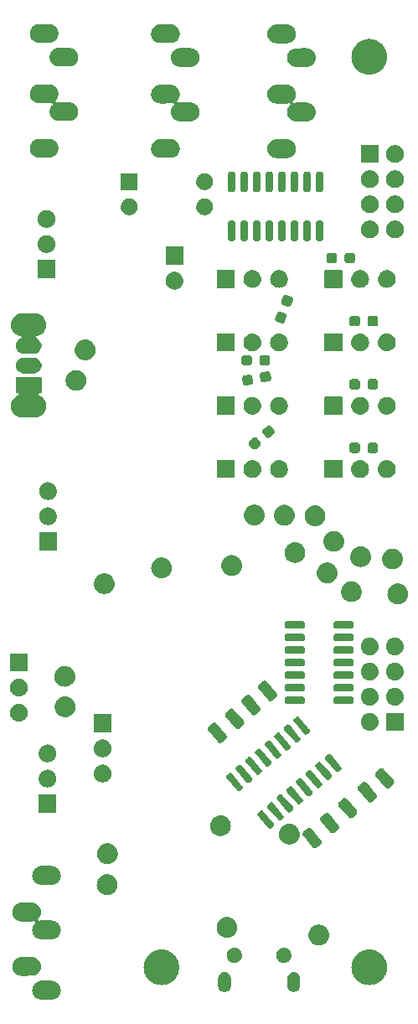
<source format=gbr>
G04 #@! TF.GenerationSoftware,KiCad,Pcbnew,8.0.3*
G04 #@! TF.CreationDate,2025-02-16T14:45:01-05:00*
G04 #@! TF.ProjectId,MEAP_Rev4c,4d454150-5f52-4657-9634-632e6b696361,rev?*
G04 #@! TF.SameCoordinates,Original*
G04 #@! TF.FileFunction,Soldermask,Bot*
G04 #@! TF.FilePolarity,Negative*
%FSLAX46Y46*%
G04 Gerber Fmt 4.6, Leading zero omitted, Abs format (unit mm)*
G04 Created by KiCad (PCBNEW 8.0.3) date 2025-02-16 14:45:01*
%MOMM*%
%LPD*%
G01*
G04 APERTURE LIST*
G04 APERTURE END LIST*
G36*
X23049824Y-113209482D02*
G01*
X23112152Y-113211931D01*
X23117765Y-113212820D01*
X23133214Y-113213579D01*
X23174856Y-113221862D01*
X23261916Y-113235651D01*
X23289918Y-113244749D01*
X23316061Y-113249950D01*
X23352956Y-113265232D01*
X23403784Y-113281748D01*
X23451399Y-113306009D01*
X23488298Y-113321293D01*
X23510463Y-113336103D01*
X23536693Y-113349468D01*
X23607990Y-113401268D01*
X23643308Y-113424867D01*
X23650846Y-113432405D01*
X23657370Y-113437145D01*
X23762854Y-113542629D01*
X23767593Y-113549152D01*
X23775133Y-113556692D01*
X23798734Y-113592014D01*
X23850531Y-113663306D01*
X23863894Y-113689533D01*
X23878707Y-113711702D01*
X23893993Y-113748605D01*
X23918251Y-113796215D01*
X23934764Y-113847035D01*
X23950050Y-113883939D01*
X23955251Y-113910086D01*
X23964348Y-113938083D01*
X23978134Y-114025125D01*
X23986421Y-114066786D01*
X23986421Y-114077447D01*
X23987683Y-114085415D01*
X23987683Y-114234584D01*
X23986421Y-114242551D01*
X23986421Y-114253214D01*
X23978133Y-114294877D01*
X23964348Y-114381916D01*
X23955251Y-114409910D01*
X23950050Y-114436061D01*
X23934762Y-114472968D01*
X23918251Y-114523784D01*
X23893995Y-114571388D01*
X23878707Y-114608298D01*
X23863892Y-114630470D01*
X23850531Y-114656693D01*
X23798742Y-114727973D01*
X23775133Y-114763308D01*
X23767591Y-114770849D01*
X23762854Y-114777370D01*
X23657370Y-114882854D01*
X23650849Y-114887591D01*
X23643308Y-114895133D01*
X23607973Y-114918742D01*
X23536693Y-114970531D01*
X23510470Y-114983892D01*
X23488298Y-114998707D01*
X23451388Y-115013995D01*
X23403784Y-115038251D01*
X23352968Y-115054762D01*
X23316061Y-115070050D01*
X23289910Y-115075251D01*
X23261916Y-115084348D01*
X23174883Y-115098132D01*
X23133214Y-115106421D01*
X23122259Y-115106466D01*
X23114392Y-115107713D01*
X22042282Y-115110992D01*
X22042246Y-115110990D01*
X22040000Y-115111000D01*
X22030077Y-115110512D01*
X21967847Y-115108068D01*
X21962241Y-115107180D01*
X21946786Y-115106421D01*
X21905123Y-115098133D01*
X21818083Y-115084348D01*
X21790086Y-115075251D01*
X21763939Y-115070050D01*
X21727035Y-115054764D01*
X21676215Y-115038251D01*
X21628605Y-115013993D01*
X21591702Y-114998707D01*
X21569533Y-114983894D01*
X21543306Y-114970531D01*
X21472014Y-114918734D01*
X21436692Y-114895133D01*
X21429152Y-114887593D01*
X21422629Y-114882854D01*
X21317145Y-114777370D01*
X21312405Y-114770846D01*
X21304867Y-114763308D01*
X21281268Y-114727990D01*
X21229468Y-114656693D01*
X21216103Y-114630463D01*
X21201293Y-114608298D01*
X21186009Y-114571399D01*
X21161748Y-114523784D01*
X21145232Y-114472956D01*
X21129950Y-114436061D01*
X21124749Y-114409918D01*
X21115651Y-114381916D01*
X21101864Y-114294867D01*
X21093579Y-114253214D01*
X21093579Y-114242552D01*
X21092317Y-114234584D01*
X21092317Y-114085415D01*
X21093579Y-114077446D01*
X21093579Y-114066786D01*
X21101863Y-114025136D01*
X21115651Y-113938083D01*
X21124750Y-113910078D01*
X21129950Y-113883939D01*
X21145231Y-113847046D01*
X21161748Y-113796215D01*
X21186011Y-113748595D01*
X21201293Y-113711702D01*
X21216101Y-113689539D01*
X21229468Y-113663306D01*
X21281277Y-113591996D01*
X21304867Y-113556692D01*
X21312402Y-113549156D01*
X21317145Y-113542629D01*
X21422629Y-113437145D01*
X21429156Y-113432402D01*
X21436692Y-113424867D01*
X21471996Y-113401277D01*
X21543306Y-113349468D01*
X21569539Y-113336101D01*
X21591702Y-113321293D01*
X21628595Y-113306011D01*
X21676215Y-113281748D01*
X21727046Y-113265231D01*
X21763939Y-113249950D01*
X21790078Y-113244750D01*
X21818083Y-113235651D01*
X21905144Y-113221862D01*
X21946786Y-113213579D01*
X21957732Y-113213533D01*
X21965607Y-113212286D01*
X23037717Y-113209007D01*
X23037775Y-113209009D01*
X23040000Y-113209000D01*
X23049824Y-113209482D01*
G37*
G36*
X40718974Y-112359032D02*
G01*
X40836878Y-112407869D01*
X40942989Y-112478770D01*
X41033229Y-112569010D01*
X41104130Y-112675121D01*
X41152967Y-112793025D01*
X41177864Y-112918191D01*
X41180999Y-113682000D01*
X41177864Y-113745809D01*
X41152967Y-113870975D01*
X41104130Y-113988879D01*
X41033229Y-114094990D01*
X40942989Y-114185230D01*
X40836878Y-114256131D01*
X40718974Y-114304968D01*
X40593808Y-114329865D01*
X40466190Y-114329865D01*
X40341024Y-114304968D01*
X40223120Y-114256131D01*
X40117009Y-114185230D01*
X40026769Y-114094990D01*
X39955868Y-113988879D01*
X39907031Y-113870975D01*
X39882134Y-113745809D01*
X39878999Y-112982000D01*
X39882134Y-112918191D01*
X39907031Y-112793025D01*
X39955868Y-112675121D01*
X40026769Y-112569010D01*
X40117009Y-112478770D01*
X40223120Y-112407869D01*
X40341024Y-112359032D01*
X40466190Y-112334135D01*
X40593808Y-112334135D01*
X40718974Y-112359032D01*
G37*
G36*
X47718974Y-112359032D02*
G01*
X47836878Y-112407869D01*
X47942989Y-112478770D01*
X48033229Y-112569010D01*
X48104130Y-112675121D01*
X48152967Y-112793025D01*
X48177864Y-112918191D01*
X48180999Y-113682000D01*
X48177864Y-113745809D01*
X48152967Y-113870975D01*
X48104130Y-113988879D01*
X48033229Y-114094990D01*
X47942989Y-114185230D01*
X47836878Y-114256131D01*
X47718974Y-114304968D01*
X47593808Y-114329865D01*
X47466190Y-114329865D01*
X47341024Y-114304968D01*
X47223120Y-114256131D01*
X47117009Y-114185230D01*
X47026769Y-114094990D01*
X46955868Y-113988879D01*
X46907031Y-113870975D01*
X46882134Y-113745809D01*
X46878999Y-112982000D01*
X46882134Y-112918191D01*
X46907031Y-112793025D01*
X46955868Y-112675121D01*
X47026769Y-112569010D01*
X47117009Y-112478770D01*
X47223120Y-112407869D01*
X47341024Y-112359032D01*
X47466190Y-112334135D01*
X47593808Y-112334135D01*
X47718974Y-112359032D01*
G37*
G36*
X34225951Y-110044036D02*
G01*
X34294589Y-110044036D01*
X34356570Y-110053378D01*
X34416269Y-110057648D01*
X34487044Y-110073044D01*
X34560760Y-110084155D01*
X34614924Y-110100862D01*
X34667305Y-110112257D01*
X34741110Y-110139785D01*
X34817979Y-110163496D01*
X34863658Y-110185493D01*
X34908030Y-110202044D01*
X34982770Y-110242855D01*
X35060500Y-110280288D01*
X35097412Y-110305454D01*
X35133522Y-110325172D01*
X35206907Y-110380107D01*
X35282905Y-110431922D01*
X35311220Y-110458194D01*
X35339192Y-110479134D01*
X35408708Y-110548650D01*
X35480226Y-110615009D01*
X35500540Y-110640482D01*
X35520865Y-110660807D01*
X35583896Y-110745007D01*
X35648056Y-110825461D01*
X35661317Y-110848429D01*
X35674827Y-110866477D01*
X35728719Y-110965173D01*
X35782645Y-111058575D01*
X35790119Y-111077618D01*
X35797955Y-111091969D01*
X35840138Y-111205066D01*
X35880987Y-111309146D01*
X35884184Y-111323157D01*
X35887742Y-111332694D01*
X35915789Y-111461626D01*
X35940884Y-111571575D01*
X35941502Y-111579830D01*
X35942351Y-111583730D01*
X35953985Y-111746395D01*
X35961000Y-111840000D01*
X35953984Y-111933612D01*
X35942351Y-112096269D01*
X35941502Y-112100168D01*
X35940884Y-112108425D01*
X35915784Y-112218393D01*
X35887742Y-112347305D01*
X35884185Y-112356840D01*
X35880987Y-112370854D01*
X35840131Y-112474952D01*
X35797955Y-112588030D01*
X35790120Y-112602377D01*
X35782645Y-112621425D01*
X35728709Y-112714843D01*
X35674827Y-112813522D01*
X35661319Y-112831565D01*
X35648056Y-112854539D01*
X35583884Y-112935007D01*
X35520865Y-113019192D01*
X35500544Y-113039512D01*
X35480226Y-113064991D01*
X35408694Y-113131362D01*
X35339192Y-113200865D01*
X35311225Y-113221800D01*
X35282905Y-113248078D01*
X35206892Y-113299902D01*
X35133522Y-113354827D01*
X35097420Y-113374540D01*
X35060500Y-113399712D01*
X34982755Y-113437151D01*
X34908030Y-113477955D01*
X34863667Y-113494501D01*
X34817979Y-113516504D01*
X34741094Y-113540219D01*
X34667305Y-113567742D01*
X34614935Y-113579134D01*
X34560760Y-113595845D01*
X34487029Y-113606958D01*
X34416269Y-113622351D01*
X34356582Y-113626619D01*
X34294589Y-113635964D01*
X34225937Y-113635964D01*
X34160000Y-113640680D01*
X34094062Y-113635964D01*
X34025411Y-113635964D01*
X33963418Y-113626620D01*
X33903730Y-113622351D01*
X33832967Y-113606957D01*
X33759240Y-113595845D01*
X33705066Y-113579134D01*
X33652694Y-113567742D01*
X33578899Y-113540217D01*
X33502021Y-113516504D01*
X33456336Y-113494503D01*
X33411969Y-113477955D01*
X33337236Y-113437147D01*
X33259500Y-113399712D01*
X33222583Y-113374542D01*
X33186477Y-113354827D01*
X33113095Y-113299894D01*
X33037095Y-113248078D01*
X33008778Y-113221803D01*
X32980807Y-113200865D01*
X32911291Y-113131349D01*
X32839774Y-113064991D01*
X32819459Y-113039517D01*
X32799134Y-113019192D01*
X32736099Y-112934986D01*
X32671944Y-112854539D01*
X32658683Y-112831571D01*
X32645172Y-112813522D01*
X32591272Y-112714812D01*
X32537355Y-112621425D01*
X32529882Y-112602384D01*
X32522044Y-112588030D01*
X32479848Y-112474901D01*
X32439013Y-112370854D01*
X32435816Y-112356847D01*
X32432257Y-112347305D01*
X32404193Y-112218300D01*
X32379116Y-112108425D01*
X32378497Y-112100175D01*
X32377648Y-112096269D01*
X32365993Y-111933319D01*
X32359000Y-111840000D01*
X32365992Y-111746687D01*
X32377648Y-111583730D01*
X32378497Y-111579823D01*
X32379116Y-111571575D01*
X32404189Y-111461720D01*
X32432257Y-111332694D01*
X32435816Y-111323150D01*
X32439013Y-111309146D01*
X32479840Y-111205118D01*
X32522044Y-111091969D01*
X32529883Y-111077612D01*
X32537355Y-111058575D01*
X32591262Y-110965205D01*
X32645172Y-110866477D01*
X32658686Y-110848424D01*
X32671944Y-110825461D01*
X32736086Y-110745028D01*
X32799134Y-110660807D01*
X32819463Y-110640477D01*
X32839774Y-110615009D01*
X32911277Y-110548663D01*
X32980807Y-110479134D01*
X33008783Y-110458190D01*
X33037095Y-110431922D01*
X33113080Y-110380115D01*
X33186477Y-110325172D01*
X33222591Y-110305452D01*
X33259500Y-110280288D01*
X33337220Y-110242859D01*
X33411969Y-110202044D01*
X33456345Y-110185492D01*
X33502021Y-110163496D01*
X33578884Y-110139787D01*
X33652694Y-110112257D01*
X33705077Y-110100861D01*
X33759240Y-110084155D01*
X33832952Y-110073044D01*
X33903730Y-110057648D01*
X33963430Y-110053378D01*
X34025411Y-110044036D01*
X34094048Y-110044036D01*
X34160000Y-110039319D01*
X34225951Y-110044036D01*
G37*
G36*
X55225951Y-110044036D02*
G01*
X55294589Y-110044036D01*
X55356570Y-110053378D01*
X55416269Y-110057648D01*
X55487044Y-110073044D01*
X55560760Y-110084155D01*
X55614924Y-110100862D01*
X55667305Y-110112257D01*
X55741110Y-110139785D01*
X55817979Y-110163496D01*
X55863658Y-110185493D01*
X55908030Y-110202044D01*
X55982770Y-110242855D01*
X56060500Y-110280288D01*
X56097412Y-110305454D01*
X56133522Y-110325172D01*
X56206907Y-110380107D01*
X56282905Y-110431922D01*
X56311220Y-110458194D01*
X56339192Y-110479134D01*
X56408708Y-110548650D01*
X56480226Y-110615009D01*
X56500540Y-110640482D01*
X56520865Y-110660807D01*
X56583896Y-110745007D01*
X56648056Y-110825461D01*
X56661317Y-110848429D01*
X56674827Y-110866477D01*
X56728719Y-110965173D01*
X56782645Y-111058575D01*
X56790119Y-111077618D01*
X56797955Y-111091969D01*
X56840138Y-111205066D01*
X56880987Y-111309146D01*
X56884184Y-111323157D01*
X56887742Y-111332694D01*
X56915789Y-111461626D01*
X56940884Y-111571575D01*
X56941502Y-111579830D01*
X56942351Y-111583730D01*
X56953985Y-111746395D01*
X56961000Y-111840000D01*
X56953984Y-111933612D01*
X56942351Y-112096269D01*
X56941502Y-112100168D01*
X56940884Y-112108425D01*
X56915784Y-112218393D01*
X56887742Y-112347305D01*
X56884185Y-112356840D01*
X56880987Y-112370854D01*
X56840131Y-112474952D01*
X56797955Y-112588030D01*
X56790120Y-112602377D01*
X56782645Y-112621425D01*
X56728709Y-112714843D01*
X56674827Y-112813522D01*
X56661319Y-112831565D01*
X56648056Y-112854539D01*
X56583884Y-112935007D01*
X56520865Y-113019192D01*
X56500544Y-113039512D01*
X56480226Y-113064991D01*
X56408694Y-113131362D01*
X56339192Y-113200865D01*
X56311225Y-113221800D01*
X56282905Y-113248078D01*
X56206892Y-113299902D01*
X56133522Y-113354827D01*
X56097420Y-113374540D01*
X56060500Y-113399712D01*
X55982755Y-113437151D01*
X55908030Y-113477955D01*
X55863667Y-113494501D01*
X55817979Y-113516504D01*
X55741094Y-113540219D01*
X55667305Y-113567742D01*
X55614935Y-113579134D01*
X55560760Y-113595845D01*
X55487029Y-113606958D01*
X55416269Y-113622351D01*
X55356582Y-113626619D01*
X55294589Y-113635964D01*
X55225937Y-113635964D01*
X55160000Y-113640680D01*
X55094062Y-113635964D01*
X55025411Y-113635964D01*
X54963418Y-113626620D01*
X54903730Y-113622351D01*
X54832967Y-113606957D01*
X54759240Y-113595845D01*
X54705066Y-113579134D01*
X54652694Y-113567742D01*
X54578899Y-113540217D01*
X54502021Y-113516504D01*
X54456336Y-113494503D01*
X54411969Y-113477955D01*
X54337236Y-113437147D01*
X54259500Y-113399712D01*
X54222583Y-113374542D01*
X54186477Y-113354827D01*
X54113095Y-113299894D01*
X54037095Y-113248078D01*
X54008778Y-113221803D01*
X53980807Y-113200865D01*
X53911291Y-113131349D01*
X53839774Y-113064991D01*
X53819459Y-113039517D01*
X53799134Y-113019192D01*
X53736099Y-112934986D01*
X53671944Y-112854539D01*
X53658683Y-112831571D01*
X53645172Y-112813522D01*
X53591272Y-112714812D01*
X53537355Y-112621425D01*
X53529882Y-112602384D01*
X53522044Y-112588030D01*
X53479848Y-112474901D01*
X53439013Y-112370854D01*
X53435816Y-112356847D01*
X53432257Y-112347305D01*
X53404193Y-112218300D01*
X53379116Y-112108425D01*
X53378497Y-112100175D01*
X53377648Y-112096269D01*
X53365993Y-111933319D01*
X53359000Y-111840000D01*
X53365992Y-111746687D01*
X53377648Y-111583730D01*
X53378497Y-111579823D01*
X53379116Y-111571575D01*
X53404189Y-111461720D01*
X53432257Y-111332694D01*
X53435816Y-111323150D01*
X53439013Y-111309146D01*
X53479840Y-111205118D01*
X53522044Y-111091969D01*
X53529883Y-111077612D01*
X53537355Y-111058575D01*
X53591262Y-110965205D01*
X53645172Y-110866477D01*
X53658686Y-110848424D01*
X53671944Y-110825461D01*
X53736086Y-110745028D01*
X53799134Y-110660807D01*
X53819463Y-110640477D01*
X53839774Y-110615009D01*
X53911277Y-110548663D01*
X53980807Y-110479134D01*
X54008783Y-110458190D01*
X54037095Y-110431922D01*
X54113080Y-110380115D01*
X54186477Y-110325172D01*
X54222591Y-110305452D01*
X54259500Y-110280288D01*
X54337220Y-110242859D01*
X54411969Y-110202044D01*
X54456345Y-110185492D01*
X54502021Y-110163496D01*
X54578884Y-110139787D01*
X54652694Y-110112257D01*
X54705077Y-110100861D01*
X54759240Y-110084155D01*
X54832952Y-110073044D01*
X54903730Y-110057648D01*
X54963430Y-110053378D01*
X55025411Y-110044036D01*
X55094048Y-110044036D01*
X55160000Y-110039319D01*
X55225951Y-110044036D01*
G37*
G36*
X21049825Y-110809483D02*
G01*
X21112153Y-110811932D01*
X21117766Y-110812821D01*
X21133215Y-110813580D01*
X21174857Y-110821863D01*
X21261917Y-110835652D01*
X21289919Y-110844750D01*
X21316062Y-110849951D01*
X21352957Y-110865233D01*
X21403785Y-110881749D01*
X21451400Y-110906010D01*
X21488299Y-110921294D01*
X21510464Y-110936104D01*
X21536694Y-110949469D01*
X21607991Y-111001269D01*
X21643309Y-111024868D01*
X21650847Y-111032406D01*
X21657371Y-111037146D01*
X21762855Y-111142630D01*
X21767594Y-111149153D01*
X21775134Y-111156693D01*
X21798735Y-111192015D01*
X21850532Y-111263307D01*
X21863895Y-111289534D01*
X21878708Y-111311703D01*
X21893994Y-111348606D01*
X21918252Y-111396216D01*
X21934765Y-111447036D01*
X21950051Y-111483940D01*
X21955252Y-111510087D01*
X21964349Y-111538084D01*
X21978135Y-111625126D01*
X21986422Y-111666787D01*
X21986422Y-111677448D01*
X21987684Y-111685416D01*
X21987684Y-111834585D01*
X21986422Y-111842552D01*
X21986422Y-111853215D01*
X21978134Y-111894878D01*
X21964349Y-111981917D01*
X21955252Y-112009911D01*
X21950051Y-112036062D01*
X21934763Y-112072969D01*
X21918252Y-112123785D01*
X21893996Y-112171389D01*
X21878708Y-112208299D01*
X21863893Y-112230471D01*
X21850532Y-112256694D01*
X21798743Y-112327974D01*
X21775134Y-112363309D01*
X21767592Y-112370850D01*
X21762855Y-112377371D01*
X21657371Y-112482855D01*
X21650850Y-112487592D01*
X21643309Y-112495134D01*
X21607974Y-112518743D01*
X21536694Y-112570532D01*
X21510471Y-112583893D01*
X21488299Y-112598708D01*
X21451389Y-112613996D01*
X21403785Y-112638252D01*
X21352969Y-112654763D01*
X21316062Y-112670051D01*
X21289911Y-112675252D01*
X21261917Y-112684349D01*
X21174884Y-112698133D01*
X21133215Y-112706422D01*
X21122260Y-112706467D01*
X21114393Y-112707714D01*
X20042283Y-112710993D01*
X20042247Y-112710991D01*
X20040001Y-112711001D01*
X20030078Y-112710513D01*
X19967848Y-112708069D01*
X19962242Y-112707181D01*
X19946787Y-112706422D01*
X19905124Y-112698134D01*
X19818084Y-112684349D01*
X19790087Y-112675252D01*
X19763940Y-112670051D01*
X19727036Y-112654765D01*
X19676216Y-112638252D01*
X19628606Y-112613994D01*
X19591703Y-112598708D01*
X19569534Y-112583895D01*
X19543307Y-112570532D01*
X19472015Y-112518735D01*
X19436693Y-112495134D01*
X19429153Y-112487594D01*
X19422630Y-112482855D01*
X19317146Y-112377371D01*
X19312406Y-112370847D01*
X19304868Y-112363309D01*
X19281269Y-112327991D01*
X19229469Y-112256694D01*
X19216104Y-112230464D01*
X19201294Y-112208299D01*
X19186010Y-112171400D01*
X19161749Y-112123785D01*
X19145233Y-112072957D01*
X19129951Y-112036062D01*
X19124750Y-112009919D01*
X19115652Y-111981917D01*
X19101865Y-111894868D01*
X19093580Y-111853215D01*
X19093580Y-111842553D01*
X19092318Y-111834585D01*
X19092318Y-111685416D01*
X19093580Y-111677447D01*
X19093580Y-111666787D01*
X19101864Y-111625137D01*
X19115652Y-111538084D01*
X19124751Y-111510079D01*
X19129951Y-111483940D01*
X19145232Y-111447047D01*
X19161749Y-111396216D01*
X19186012Y-111348596D01*
X19201294Y-111311703D01*
X19216102Y-111289540D01*
X19229469Y-111263307D01*
X19281278Y-111191997D01*
X19304868Y-111156693D01*
X19312403Y-111149157D01*
X19317146Y-111142630D01*
X19422630Y-111037146D01*
X19429157Y-111032403D01*
X19436693Y-111024868D01*
X19471997Y-111001278D01*
X19543307Y-110949469D01*
X19569540Y-110936102D01*
X19591703Y-110921294D01*
X19628596Y-110906012D01*
X19676216Y-110881749D01*
X19727047Y-110865232D01*
X19763940Y-110849951D01*
X19790079Y-110844751D01*
X19818084Y-110835652D01*
X19905145Y-110821863D01*
X19946787Y-110813580D01*
X19957733Y-110813534D01*
X19965608Y-110812287D01*
X21037718Y-110809008D01*
X21037776Y-110809010D01*
X21040001Y-110809001D01*
X21049825Y-110809483D01*
G37*
G36*
X41573807Y-109860936D02*
G01*
X41611038Y-109860936D01*
X41653037Y-109869863D01*
X41702675Y-109875456D01*
X41738768Y-109888085D01*
X41769586Y-109894636D01*
X41813996Y-109914408D01*
X41866693Y-109932848D01*
X41894122Y-109950082D01*
X41917654Y-109960560D01*
X41961535Y-109992442D01*
X42013827Y-110025299D01*
X42032604Y-110044076D01*
X42048783Y-110055831D01*
X42088784Y-110100256D01*
X42136700Y-110148172D01*
X42147719Y-110165709D01*
X42157241Y-110176284D01*
X42189806Y-110232689D01*
X42229151Y-110295306D01*
X42234064Y-110309348D01*
X42238280Y-110316650D01*
X42259868Y-110383092D01*
X42286543Y-110459324D01*
X42287554Y-110468299D01*
X42288368Y-110470804D01*
X42295745Y-110541001D01*
X42305999Y-110632000D01*
X42295745Y-110723005D01*
X42288368Y-110793195D01*
X42287554Y-110795698D01*
X42286543Y-110804676D01*
X42259864Y-110880920D01*
X42238280Y-110947349D01*
X42234065Y-110954648D01*
X42229151Y-110968694D01*
X42189798Y-111031322D01*
X42157241Y-111087715D01*
X42147721Y-111098286D01*
X42136700Y-111115828D01*
X42088775Y-111163752D01*
X42048783Y-111208168D01*
X42032608Y-111219919D01*
X42013827Y-111238701D01*
X41961525Y-111271564D01*
X41917654Y-111303439D01*
X41894127Y-111313913D01*
X41866693Y-111331152D01*
X41813986Y-111349594D01*
X41769586Y-111369363D01*
X41738774Y-111375912D01*
X41702675Y-111388544D01*
X41653034Y-111394137D01*
X41611038Y-111403064D01*
X41573807Y-111403064D01*
X41529999Y-111408000D01*
X41486191Y-111403064D01*
X41448960Y-111403064D01*
X41406962Y-111394137D01*
X41357323Y-111388544D01*
X41321224Y-111375912D01*
X41290411Y-111369363D01*
X41246007Y-111349593D01*
X41193305Y-111331152D01*
X41165872Y-111313915D01*
X41142343Y-111303439D01*
X41098465Y-111271559D01*
X41046171Y-111238701D01*
X41027392Y-111219922D01*
X41011214Y-111208168D01*
X40971212Y-111163742D01*
X40923298Y-111115828D01*
X40912278Y-111098290D01*
X40902756Y-111087715D01*
X40870186Y-111031302D01*
X40830847Y-110968694D01*
X40825933Y-110954652D01*
X40821717Y-110947349D01*
X40800119Y-110880880D01*
X40773455Y-110804676D01*
X40772444Y-110795703D01*
X40771629Y-110793195D01*
X40764238Y-110722873D01*
X40753999Y-110632000D01*
X40764237Y-110541133D01*
X40771629Y-110470804D01*
X40772444Y-110468295D01*
X40773455Y-110459324D01*
X40800115Y-110383132D01*
X40821717Y-110316650D01*
X40825934Y-110309344D01*
X40830847Y-110295306D01*
X40870179Y-110232708D01*
X40902756Y-110176284D01*
X40912280Y-110165706D01*
X40923298Y-110148172D01*
X40971202Y-110100267D01*
X41011213Y-110055832D01*
X41027394Y-110044075D01*
X41046171Y-110025299D01*
X41098458Y-109992444D01*
X41142345Y-109960559D01*
X41165878Y-109950081D01*
X41193305Y-109932848D01*
X41245996Y-109914410D01*
X41290411Y-109894636D01*
X41321230Y-109888085D01*
X41357323Y-109875456D01*
X41406959Y-109869863D01*
X41448960Y-109860936D01*
X41486191Y-109860936D01*
X41529999Y-109856000D01*
X41573807Y-109860936D01*
G37*
G36*
X46573807Y-109860936D02*
G01*
X46611038Y-109860936D01*
X46653037Y-109869863D01*
X46702675Y-109875456D01*
X46738768Y-109888085D01*
X46769586Y-109894636D01*
X46813996Y-109914408D01*
X46866693Y-109932848D01*
X46894122Y-109950082D01*
X46917654Y-109960560D01*
X46961535Y-109992442D01*
X47013827Y-110025299D01*
X47032604Y-110044076D01*
X47048783Y-110055831D01*
X47088784Y-110100256D01*
X47136700Y-110148172D01*
X47147719Y-110165709D01*
X47157241Y-110176284D01*
X47189806Y-110232689D01*
X47229151Y-110295306D01*
X47234064Y-110309348D01*
X47238280Y-110316650D01*
X47259868Y-110383092D01*
X47286543Y-110459324D01*
X47287554Y-110468299D01*
X47288368Y-110470804D01*
X47295745Y-110541001D01*
X47305999Y-110632000D01*
X47295745Y-110723005D01*
X47288368Y-110793195D01*
X47287554Y-110795698D01*
X47286543Y-110804676D01*
X47259864Y-110880920D01*
X47238280Y-110947349D01*
X47234065Y-110954648D01*
X47229151Y-110968694D01*
X47189798Y-111031322D01*
X47157241Y-111087715D01*
X47147721Y-111098286D01*
X47136700Y-111115828D01*
X47088775Y-111163752D01*
X47048783Y-111208168D01*
X47032608Y-111219919D01*
X47013827Y-111238701D01*
X46961525Y-111271564D01*
X46917654Y-111303439D01*
X46894127Y-111313913D01*
X46866693Y-111331152D01*
X46813986Y-111349594D01*
X46769586Y-111369363D01*
X46738774Y-111375912D01*
X46702675Y-111388544D01*
X46653034Y-111394137D01*
X46611038Y-111403064D01*
X46573807Y-111403064D01*
X46529999Y-111408000D01*
X46486191Y-111403064D01*
X46448960Y-111403064D01*
X46406962Y-111394137D01*
X46357323Y-111388544D01*
X46321224Y-111375912D01*
X46290411Y-111369363D01*
X46246007Y-111349593D01*
X46193305Y-111331152D01*
X46165872Y-111313915D01*
X46142343Y-111303439D01*
X46098465Y-111271559D01*
X46046171Y-111238701D01*
X46027392Y-111219922D01*
X46011214Y-111208168D01*
X45971212Y-111163742D01*
X45923298Y-111115828D01*
X45912278Y-111098290D01*
X45902756Y-111087715D01*
X45870186Y-111031302D01*
X45830847Y-110968694D01*
X45825933Y-110954652D01*
X45821717Y-110947349D01*
X45800119Y-110880880D01*
X45773455Y-110804676D01*
X45772444Y-110795703D01*
X45771629Y-110793195D01*
X45764238Y-110722873D01*
X45753999Y-110632000D01*
X45764237Y-110541133D01*
X45771629Y-110470804D01*
X45772444Y-110468295D01*
X45773455Y-110459324D01*
X45800115Y-110383132D01*
X45821717Y-110316650D01*
X45825934Y-110309344D01*
X45830847Y-110295306D01*
X45870179Y-110232708D01*
X45902756Y-110176284D01*
X45912280Y-110165706D01*
X45923298Y-110148172D01*
X45971202Y-110100267D01*
X46011213Y-110055832D01*
X46027394Y-110044075D01*
X46046171Y-110025299D01*
X46098458Y-109992444D01*
X46142345Y-109960559D01*
X46165878Y-109950081D01*
X46193305Y-109932848D01*
X46245996Y-109914410D01*
X46290411Y-109894636D01*
X46321230Y-109888085D01*
X46357323Y-109875456D01*
X46406959Y-109869863D01*
X46448960Y-109860936D01*
X46486191Y-109860936D01*
X46529999Y-109856000D01*
X46573807Y-109860936D01*
G37*
G36*
X50110938Y-107534017D02*
G01*
X50156923Y-107534017D01*
X50208139Y-107543590D01*
X50265040Y-107549195D01*
X50308261Y-107562306D01*
X50347474Y-107569636D01*
X50401785Y-107590676D01*
X50462200Y-107609003D01*
X50496720Y-107627454D01*
X50528232Y-107639662D01*
X50582977Y-107673559D01*
X50643904Y-107706125D01*
X50669506Y-107727136D01*
X50693048Y-107741713D01*
X50745212Y-107789267D01*
X50803169Y-107836831D01*
X50820342Y-107857757D01*
X50836301Y-107872305D01*
X50882629Y-107933653D01*
X50933875Y-107996096D01*
X50943783Y-108014634D01*
X50953122Y-108027000D01*
X50990274Y-108101613D01*
X51030997Y-108177800D01*
X51035340Y-108192117D01*
X51039528Y-108200528D01*
X51064267Y-108287476D01*
X51090805Y-108374960D01*
X51091676Y-108383811D01*
X51092577Y-108386975D01*
X51101938Y-108488002D01*
X51111000Y-108580000D01*
X51101938Y-108672005D01*
X51092577Y-108773024D01*
X51091676Y-108776187D01*
X51090805Y-108785040D01*
X51064262Y-108872538D01*
X51039528Y-108959471D01*
X51035341Y-108967879D01*
X51030997Y-108982200D01*
X50990267Y-109058399D01*
X50953122Y-109132999D01*
X50943785Y-109145362D01*
X50933875Y-109163904D01*
X50882620Y-109226357D01*
X50836301Y-109287694D01*
X50820345Y-109302238D01*
X50803169Y-109323169D01*
X50745201Y-109370741D01*
X50693048Y-109418286D01*
X50669511Y-109432859D01*
X50643904Y-109453875D01*
X50582965Y-109486447D01*
X50528232Y-109520337D01*
X50496726Y-109532542D01*
X50462200Y-109550997D01*
X50401773Y-109569327D01*
X50347474Y-109590363D01*
X50308268Y-109597691D01*
X50265040Y-109610805D01*
X50208136Y-109616409D01*
X50156923Y-109625983D01*
X50110938Y-109625983D01*
X50060000Y-109631000D01*
X50009062Y-109625983D01*
X49963077Y-109625983D01*
X49911863Y-109616409D01*
X49854960Y-109610805D01*
X49811732Y-109597692D01*
X49772525Y-109590363D01*
X49718221Y-109569325D01*
X49657800Y-109550997D01*
X49623275Y-109532543D01*
X49591767Y-109520337D01*
X49537027Y-109486443D01*
X49476096Y-109453875D01*
X49450491Y-109432861D01*
X49426951Y-109418286D01*
X49374788Y-109370733D01*
X49316831Y-109323169D01*
X49299656Y-109302242D01*
X49283698Y-109287694D01*
X49237367Y-109226342D01*
X49186125Y-109163904D01*
X49176216Y-109145366D01*
X49166877Y-109132999D01*
X49129717Y-109058372D01*
X49089003Y-108982200D01*
X49084660Y-108967884D01*
X49080471Y-108959471D01*
X49055721Y-108872485D01*
X49029195Y-108785040D01*
X49028323Y-108776192D01*
X49027422Y-108773024D01*
X49018044Y-108671833D01*
X49009000Y-108580000D01*
X49018044Y-108488173D01*
X49027422Y-108386975D01*
X49028323Y-108383805D01*
X49029195Y-108374960D01*
X49055716Y-108287529D01*
X49080471Y-108200528D01*
X49084661Y-108192112D01*
X49089003Y-108177800D01*
X49129710Y-108101641D01*
X49166877Y-108027000D01*
X49176218Y-108014629D01*
X49186125Y-107996096D01*
X49237357Y-107933668D01*
X49283698Y-107872305D01*
X49299660Y-107857753D01*
X49316831Y-107836831D01*
X49374777Y-107789275D01*
X49426951Y-107741713D01*
X49450496Y-107727134D01*
X49476096Y-107706125D01*
X49537015Y-107673563D01*
X49591767Y-107639662D01*
X49623282Y-107627452D01*
X49657800Y-107609003D01*
X49718209Y-107590677D01*
X49772525Y-107569636D01*
X49811739Y-107562305D01*
X49854960Y-107549195D01*
X49911860Y-107543590D01*
X49963077Y-107534017D01*
X50009062Y-107534017D01*
X50060000Y-107529000D01*
X50110938Y-107534017D01*
G37*
G36*
X21049825Y-105309483D02*
G01*
X21112153Y-105311932D01*
X21117766Y-105312821D01*
X21133215Y-105313580D01*
X21174857Y-105321863D01*
X21261917Y-105335652D01*
X21289919Y-105344750D01*
X21316062Y-105349951D01*
X21352957Y-105365233D01*
X21403785Y-105381749D01*
X21451400Y-105406010D01*
X21488299Y-105421294D01*
X21510464Y-105436104D01*
X21536694Y-105449469D01*
X21607991Y-105501269D01*
X21643309Y-105524868D01*
X21650847Y-105532406D01*
X21657371Y-105537146D01*
X21762855Y-105642630D01*
X21767594Y-105649153D01*
X21775134Y-105656693D01*
X21798735Y-105692015D01*
X21850532Y-105763307D01*
X21863895Y-105789534D01*
X21878708Y-105811703D01*
X21893994Y-105848606D01*
X21918252Y-105896216D01*
X21934765Y-105947036D01*
X21950051Y-105983940D01*
X21955252Y-106010087D01*
X21964349Y-106038084D01*
X21978135Y-106125126D01*
X21986422Y-106166787D01*
X21986422Y-106177448D01*
X21987684Y-106185416D01*
X21987684Y-106334585D01*
X21986422Y-106342552D01*
X21986422Y-106353215D01*
X21978134Y-106394878D01*
X21964349Y-106481917D01*
X21955252Y-106509911D01*
X21950051Y-106536062D01*
X21934763Y-106572969D01*
X21918252Y-106623785D01*
X21893996Y-106671389D01*
X21878708Y-106708299D01*
X21863893Y-106730471D01*
X21850532Y-106756694D01*
X21798749Y-106827966D01*
X21775134Y-106863309D01*
X21767589Y-106870853D01*
X21762852Y-106877374D01*
X21653388Y-106986837D01*
X21735847Y-107148676D01*
X21905145Y-107121862D01*
X21946786Y-107113579D01*
X21957731Y-107113533D01*
X21965606Y-107112286D01*
X23037717Y-107109007D01*
X23037775Y-107109009D01*
X23040000Y-107109000D01*
X23049824Y-107109482D01*
X23112152Y-107111931D01*
X23117765Y-107112820D01*
X23133214Y-107113579D01*
X23174856Y-107121862D01*
X23261916Y-107135651D01*
X23289918Y-107144749D01*
X23316061Y-107149950D01*
X23352956Y-107165232D01*
X23403784Y-107181748D01*
X23451399Y-107206009D01*
X23488298Y-107221293D01*
X23510463Y-107236103D01*
X23536693Y-107249468D01*
X23607990Y-107301268D01*
X23643308Y-107324867D01*
X23650846Y-107332405D01*
X23657370Y-107337145D01*
X23762854Y-107442629D01*
X23767593Y-107449152D01*
X23775133Y-107456692D01*
X23798734Y-107492014D01*
X23850531Y-107563306D01*
X23863894Y-107589533D01*
X23878707Y-107611702D01*
X23893993Y-107648605D01*
X23918251Y-107696215D01*
X23934764Y-107747035D01*
X23950050Y-107783939D01*
X23955251Y-107810086D01*
X23964348Y-107838083D01*
X23978134Y-107925125D01*
X23986421Y-107966786D01*
X23986421Y-107977447D01*
X23987683Y-107985415D01*
X23987683Y-108134584D01*
X23986421Y-108142551D01*
X23986421Y-108153214D01*
X23978133Y-108194877D01*
X23964348Y-108281916D01*
X23955251Y-108309910D01*
X23950050Y-108336061D01*
X23934762Y-108372968D01*
X23918251Y-108423784D01*
X23893995Y-108471388D01*
X23878707Y-108508298D01*
X23863892Y-108530470D01*
X23850531Y-108556693D01*
X23798742Y-108627973D01*
X23775133Y-108663308D01*
X23767591Y-108670849D01*
X23762854Y-108677370D01*
X23657370Y-108782854D01*
X23650849Y-108787591D01*
X23643308Y-108795133D01*
X23607973Y-108818742D01*
X23536693Y-108870531D01*
X23510470Y-108883892D01*
X23488298Y-108898707D01*
X23451388Y-108913995D01*
X23403784Y-108938251D01*
X23352968Y-108954762D01*
X23316061Y-108970050D01*
X23289910Y-108975251D01*
X23261916Y-108984348D01*
X23174883Y-108998132D01*
X23133214Y-109006421D01*
X23122259Y-109006466D01*
X23114392Y-109007713D01*
X22042282Y-109010992D01*
X22042246Y-109010990D01*
X22040000Y-109011000D01*
X22030077Y-109010512D01*
X21967847Y-109008068D01*
X21962241Y-109007180D01*
X21946786Y-109006421D01*
X21905123Y-108998133D01*
X21818083Y-108984348D01*
X21790086Y-108975251D01*
X21763939Y-108970050D01*
X21727035Y-108954764D01*
X21676215Y-108938251D01*
X21628605Y-108913993D01*
X21591702Y-108898707D01*
X21569533Y-108883894D01*
X21543306Y-108870531D01*
X21472014Y-108818734D01*
X21436692Y-108795133D01*
X21429152Y-108787593D01*
X21422629Y-108782854D01*
X21317145Y-108677370D01*
X21312405Y-108670846D01*
X21304867Y-108663308D01*
X21281268Y-108627990D01*
X21229468Y-108556693D01*
X21216103Y-108530463D01*
X21201293Y-108508298D01*
X21186009Y-108471399D01*
X21161748Y-108423784D01*
X21145232Y-108372956D01*
X21129950Y-108336061D01*
X21124749Y-108309918D01*
X21115651Y-108281916D01*
X21101864Y-108194867D01*
X21093579Y-108153214D01*
X21093579Y-108142552D01*
X21092317Y-108134584D01*
X21092317Y-107985415D01*
X21093579Y-107977446D01*
X21093579Y-107966786D01*
X21101863Y-107925136D01*
X21115651Y-107838083D01*
X21124750Y-107810078D01*
X21129950Y-107783939D01*
X21145231Y-107747046D01*
X21161748Y-107696215D01*
X21186011Y-107648595D01*
X21201293Y-107611702D01*
X21216101Y-107589539D01*
X21229468Y-107563306D01*
X21281276Y-107491997D01*
X21304867Y-107456692D01*
X21312402Y-107449156D01*
X21317148Y-107442625D01*
X21426612Y-107333160D01*
X21344151Y-107171324D01*
X21174889Y-107198132D01*
X21133215Y-107206422D01*
X21122260Y-107206467D01*
X21114393Y-107207714D01*
X20042283Y-107210993D01*
X20042247Y-107210991D01*
X20040001Y-107211001D01*
X20030078Y-107210513D01*
X19967848Y-107208069D01*
X19962242Y-107207181D01*
X19946787Y-107206422D01*
X19905124Y-107198134D01*
X19818084Y-107184349D01*
X19790087Y-107175252D01*
X19763940Y-107170051D01*
X19727036Y-107154765D01*
X19676216Y-107138252D01*
X19628606Y-107113994D01*
X19591703Y-107098708D01*
X19569534Y-107083895D01*
X19543307Y-107070532D01*
X19472015Y-107018735D01*
X19436693Y-106995134D01*
X19429153Y-106987594D01*
X19422630Y-106982855D01*
X19317146Y-106877371D01*
X19312406Y-106870847D01*
X19304868Y-106863309D01*
X19281269Y-106827991D01*
X19229469Y-106756694D01*
X19216104Y-106730464D01*
X19201294Y-106708299D01*
X19186010Y-106671400D01*
X19161749Y-106623785D01*
X19145233Y-106572957D01*
X19129951Y-106536062D01*
X19124750Y-106509919D01*
X19115652Y-106481917D01*
X19101865Y-106394868D01*
X19093580Y-106353215D01*
X19093580Y-106342553D01*
X19092318Y-106334585D01*
X19092318Y-106185416D01*
X19093580Y-106177447D01*
X19093580Y-106166787D01*
X19101864Y-106125137D01*
X19115652Y-106038084D01*
X19124751Y-106010079D01*
X19129951Y-105983940D01*
X19145232Y-105947047D01*
X19161749Y-105896216D01*
X19186012Y-105848596D01*
X19201294Y-105811703D01*
X19216102Y-105789540D01*
X19229469Y-105763307D01*
X19281278Y-105691997D01*
X19304868Y-105656693D01*
X19312403Y-105649157D01*
X19317146Y-105642630D01*
X19422630Y-105537146D01*
X19429157Y-105532403D01*
X19436693Y-105524868D01*
X19471997Y-105501278D01*
X19543307Y-105449469D01*
X19569540Y-105436102D01*
X19591703Y-105421294D01*
X19628596Y-105406012D01*
X19676216Y-105381749D01*
X19727047Y-105365232D01*
X19763940Y-105349951D01*
X19790079Y-105344751D01*
X19818084Y-105335652D01*
X19905145Y-105321863D01*
X19946787Y-105313580D01*
X19957733Y-105313534D01*
X19965608Y-105312287D01*
X21037718Y-105309008D01*
X21037776Y-105309010D01*
X21040001Y-105309001D01*
X21049825Y-105309483D01*
G37*
G36*
X40830938Y-106764017D02*
G01*
X40876923Y-106764017D01*
X40928139Y-106773590D01*
X40985040Y-106779195D01*
X41028261Y-106792306D01*
X41067474Y-106799636D01*
X41121785Y-106820676D01*
X41182200Y-106839003D01*
X41216720Y-106857454D01*
X41248232Y-106869662D01*
X41302977Y-106903559D01*
X41363904Y-106936125D01*
X41389506Y-106957136D01*
X41413048Y-106971713D01*
X41465212Y-107019267D01*
X41523169Y-107066831D01*
X41540342Y-107087757D01*
X41556301Y-107102305D01*
X41602629Y-107163653D01*
X41653875Y-107226096D01*
X41663783Y-107244634D01*
X41673122Y-107257000D01*
X41710274Y-107331613D01*
X41750997Y-107407800D01*
X41755340Y-107422117D01*
X41759528Y-107430528D01*
X41784267Y-107517476D01*
X41810805Y-107604960D01*
X41811676Y-107613811D01*
X41812577Y-107616975D01*
X41821938Y-107718002D01*
X41831000Y-107810000D01*
X41821938Y-107902005D01*
X41812577Y-108003024D01*
X41811676Y-108006187D01*
X41810805Y-108015040D01*
X41784262Y-108102538D01*
X41759528Y-108189471D01*
X41755341Y-108197879D01*
X41750997Y-108212200D01*
X41710267Y-108288399D01*
X41673122Y-108362999D01*
X41663785Y-108375362D01*
X41653875Y-108393904D01*
X41602620Y-108456357D01*
X41556301Y-108517694D01*
X41540345Y-108532238D01*
X41523169Y-108553169D01*
X41465201Y-108600741D01*
X41413048Y-108648286D01*
X41389511Y-108662859D01*
X41363904Y-108683875D01*
X41302965Y-108716447D01*
X41248232Y-108750337D01*
X41216726Y-108762542D01*
X41182200Y-108780997D01*
X41121773Y-108799327D01*
X41067474Y-108820363D01*
X41028268Y-108827691D01*
X40985040Y-108840805D01*
X40928136Y-108846409D01*
X40876923Y-108855983D01*
X40830938Y-108855983D01*
X40780000Y-108861000D01*
X40729062Y-108855983D01*
X40683077Y-108855983D01*
X40631863Y-108846409D01*
X40574960Y-108840805D01*
X40531732Y-108827692D01*
X40492525Y-108820363D01*
X40438221Y-108799325D01*
X40377800Y-108780997D01*
X40343275Y-108762543D01*
X40311767Y-108750337D01*
X40257027Y-108716443D01*
X40196096Y-108683875D01*
X40170491Y-108662861D01*
X40146951Y-108648286D01*
X40094788Y-108600733D01*
X40036831Y-108553169D01*
X40019656Y-108532242D01*
X40003698Y-108517694D01*
X39957367Y-108456342D01*
X39906125Y-108393904D01*
X39896216Y-108375366D01*
X39886877Y-108362999D01*
X39849717Y-108288372D01*
X39809003Y-108212200D01*
X39804660Y-108197884D01*
X39800471Y-108189471D01*
X39775721Y-108102485D01*
X39749195Y-108015040D01*
X39748323Y-108006192D01*
X39747422Y-108003024D01*
X39738044Y-107901833D01*
X39729000Y-107810000D01*
X39738044Y-107718173D01*
X39747422Y-107616975D01*
X39748323Y-107613805D01*
X39749195Y-107604960D01*
X39775716Y-107517529D01*
X39800471Y-107430528D01*
X39804661Y-107422112D01*
X39809003Y-107407800D01*
X39849710Y-107331641D01*
X39886877Y-107257000D01*
X39896218Y-107244629D01*
X39906125Y-107226096D01*
X39957357Y-107163668D01*
X40003698Y-107102305D01*
X40019660Y-107087753D01*
X40036831Y-107066831D01*
X40094777Y-107019275D01*
X40146951Y-106971713D01*
X40170496Y-106957134D01*
X40196096Y-106936125D01*
X40257015Y-106903563D01*
X40311767Y-106869662D01*
X40343282Y-106857452D01*
X40377800Y-106839003D01*
X40438209Y-106820677D01*
X40492525Y-106799636D01*
X40531739Y-106792305D01*
X40574960Y-106779195D01*
X40631860Y-106773590D01*
X40683077Y-106764017D01*
X40729062Y-106764017D01*
X40780000Y-106759000D01*
X40830938Y-106764017D01*
G37*
G36*
X28720938Y-102444017D02*
G01*
X28766923Y-102444017D01*
X28818139Y-102453590D01*
X28875040Y-102459195D01*
X28918261Y-102472306D01*
X28957474Y-102479636D01*
X29011785Y-102500676D01*
X29072200Y-102519003D01*
X29106720Y-102537454D01*
X29138232Y-102549662D01*
X29192977Y-102583559D01*
X29253904Y-102616125D01*
X29279506Y-102637136D01*
X29303048Y-102651713D01*
X29355212Y-102699267D01*
X29413169Y-102746831D01*
X29430342Y-102767757D01*
X29446301Y-102782305D01*
X29492629Y-102843653D01*
X29543875Y-102906096D01*
X29553783Y-102924634D01*
X29563122Y-102937000D01*
X29600274Y-103011613D01*
X29640997Y-103087800D01*
X29645340Y-103102117D01*
X29649528Y-103110528D01*
X29674267Y-103197476D01*
X29700805Y-103284960D01*
X29701676Y-103293811D01*
X29702577Y-103296975D01*
X29711938Y-103398002D01*
X29721000Y-103490000D01*
X29711938Y-103582005D01*
X29702577Y-103683024D01*
X29701676Y-103686187D01*
X29700805Y-103695040D01*
X29674262Y-103782538D01*
X29649528Y-103869471D01*
X29645341Y-103877879D01*
X29640997Y-103892200D01*
X29600267Y-103968399D01*
X29563122Y-104042999D01*
X29553785Y-104055362D01*
X29543875Y-104073904D01*
X29492620Y-104136357D01*
X29446301Y-104197694D01*
X29430345Y-104212238D01*
X29413169Y-104233169D01*
X29355201Y-104280741D01*
X29303048Y-104328286D01*
X29279511Y-104342859D01*
X29253904Y-104363875D01*
X29192965Y-104396447D01*
X29138232Y-104430337D01*
X29106726Y-104442542D01*
X29072200Y-104460997D01*
X29011773Y-104479327D01*
X28957474Y-104500363D01*
X28918268Y-104507691D01*
X28875040Y-104520805D01*
X28818136Y-104526409D01*
X28766923Y-104535983D01*
X28720938Y-104535983D01*
X28670000Y-104541000D01*
X28619062Y-104535983D01*
X28573077Y-104535983D01*
X28521863Y-104526409D01*
X28464960Y-104520805D01*
X28421732Y-104507692D01*
X28382525Y-104500363D01*
X28328221Y-104479325D01*
X28267800Y-104460997D01*
X28233275Y-104442543D01*
X28201767Y-104430337D01*
X28147027Y-104396443D01*
X28086096Y-104363875D01*
X28060491Y-104342861D01*
X28036951Y-104328286D01*
X27984788Y-104280733D01*
X27926831Y-104233169D01*
X27909656Y-104212242D01*
X27893698Y-104197694D01*
X27847367Y-104136342D01*
X27796125Y-104073904D01*
X27786216Y-104055366D01*
X27776877Y-104042999D01*
X27739717Y-103968372D01*
X27699003Y-103892200D01*
X27694660Y-103877884D01*
X27690471Y-103869471D01*
X27665721Y-103782485D01*
X27639195Y-103695040D01*
X27638323Y-103686192D01*
X27637422Y-103683024D01*
X27628044Y-103581833D01*
X27619000Y-103490000D01*
X27628044Y-103398173D01*
X27637422Y-103296975D01*
X27638323Y-103293805D01*
X27639195Y-103284960D01*
X27665716Y-103197529D01*
X27690471Y-103110528D01*
X27694661Y-103102112D01*
X27699003Y-103087800D01*
X27739710Y-103011641D01*
X27776877Y-102937000D01*
X27786218Y-102924629D01*
X27796125Y-102906096D01*
X27847357Y-102843668D01*
X27893698Y-102782305D01*
X27909660Y-102767753D01*
X27926831Y-102746831D01*
X27984777Y-102699275D01*
X28036951Y-102651713D01*
X28060496Y-102637134D01*
X28086096Y-102616125D01*
X28147015Y-102583563D01*
X28201767Y-102549662D01*
X28233282Y-102537452D01*
X28267800Y-102519003D01*
X28328209Y-102500677D01*
X28382525Y-102479636D01*
X28421739Y-102472305D01*
X28464960Y-102459195D01*
X28521860Y-102453590D01*
X28573077Y-102444017D01*
X28619062Y-102444017D01*
X28670000Y-102439000D01*
X28720938Y-102444017D01*
G37*
G36*
X23049824Y-101609482D02*
G01*
X23112152Y-101611931D01*
X23117765Y-101612820D01*
X23133214Y-101613579D01*
X23174856Y-101621862D01*
X23261916Y-101635651D01*
X23289918Y-101644749D01*
X23316061Y-101649950D01*
X23352956Y-101665232D01*
X23403784Y-101681748D01*
X23451399Y-101706009D01*
X23488298Y-101721293D01*
X23510463Y-101736103D01*
X23536693Y-101749468D01*
X23607990Y-101801268D01*
X23643308Y-101824867D01*
X23650846Y-101832405D01*
X23657370Y-101837145D01*
X23762854Y-101942629D01*
X23767593Y-101949152D01*
X23775133Y-101956692D01*
X23798734Y-101992014D01*
X23850531Y-102063306D01*
X23863894Y-102089533D01*
X23878707Y-102111702D01*
X23893993Y-102148605D01*
X23918251Y-102196215D01*
X23934764Y-102247035D01*
X23950050Y-102283939D01*
X23955251Y-102310086D01*
X23964348Y-102338083D01*
X23978134Y-102425125D01*
X23986421Y-102466786D01*
X23986421Y-102477447D01*
X23987683Y-102485415D01*
X23987683Y-102634584D01*
X23986421Y-102642551D01*
X23986421Y-102653214D01*
X23978133Y-102694877D01*
X23964348Y-102781916D01*
X23955251Y-102809910D01*
X23950050Y-102836061D01*
X23934762Y-102872968D01*
X23918251Y-102923784D01*
X23893995Y-102971388D01*
X23878707Y-103008298D01*
X23863892Y-103030470D01*
X23850531Y-103056693D01*
X23798742Y-103127973D01*
X23775133Y-103163308D01*
X23767591Y-103170849D01*
X23762854Y-103177370D01*
X23657370Y-103282854D01*
X23650849Y-103287591D01*
X23643308Y-103295133D01*
X23607973Y-103318742D01*
X23536693Y-103370531D01*
X23510470Y-103383892D01*
X23488298Y-103398707D01*
X23451388Y-103413995D01*
X23403784Y-103438251D01*
X23352968Y-103454762D01*
X23316061Y-103470050D01*
X23289910Y-103475251D01*
X23261916Y-103484348D01*
X23174883Y-103498132D01*
X23133214Y-103506421D01*
X23122259Y-103506466D01*
X23114392Y-103507713D01*
X22042282Y-103510992D01*
X22042246Y-103510990D01*
X22040000Y-103511000D01*
X22030077Y-103510512D01*
X21967847Y-103508068D01*
X21962241Y-103507180D01*
X21946786Y-103506421D01*
X21905123Y-103498133D01*
X21818083Y-103484348D01*
X21790086Y-103475251D01*
X21763939Y-103470050D01*
X21727035Y-103454764D01*
X21676215Y-103438251D01*
X21628605Y-103413993D01*
X21591702Y-103398707D01*
X21569533Y-103383894D01*
X21543306Y-103370531D01*
X21472014Y-103318734D01*
X21436692Y-103295133D01*
X21429152Y-103287593D01*
X21422629Y-103282854D01*
X21317145Y-103177370D01*
X21312405Y-103170846D01*
X21304867Y-103163308D01*
X21281268Y-103127990D01*
X21229468Y-103056693D01*
X21216103Y-103030463D01*
X21201293Y-103008298D01*
X21186009Y-102971399D01*
X21161748Y-102923784D01*
X21145232Y-102872956D01*
X21129950Y-102836061D01*
X21124749Y-102809918D01*
X21115651Y-102781916D01*
X21101864Y-102694867D01*
X21093579Y-102653214D01*
X21093579Y-102642552D01*
X21092317Y-102634584D01*
X21092317Y-102485415D01*
X21093579Y-102477446D01*
X21093579Y-102466786D01*
X21101863Y-102425136D01*
X21115651Y-102338083D01*
X21124750Y-102310078D01*
X21129950Y-102283939D01*
X21145231Y-102247046D01*
X21161748Y-102196215D01*
X21186011Y-102148595D01*
X21201293Y-102111702D01*
X21216101Y-102089539D01*
X21229468Y-102063306D01*
X21281277Y-101991996D01*
X21304867Y-101956692D01*
X21312402Y-101949156D01*
X21317145Y-101942629D01*
X21422629Y-101837145D01*
X21429156Y-101832402D01*
X21436692Y-101824867D01*
X21471996Y-101801277D01*
X21543306Y-101749468D01*
X21569539Y-101736101D01*
X21591702Y-101721293D01*
X21628595Y-101706011D01*
X21676215Y-101681748D01*
X21727046Y-101665231D01*
X21763939Y-101649950D01*
X21790078Y-101644750D01*
X21818083Y-101635651D01*
X21905144Y-101621862D01*
X21946786Y-101613579D01*
X21957732Y-101613533D01*
X21965607Y-101612286D01*
X23037717Y-101609007D01*
X23037775Y-101609009D01*
X23040000Y-101609000D01*
X23049824Y-101609482D01*
G37*
G36*
X28750938Y-99314017D02*
G01*
X28796923Y-99314017D01*
X28848139Y-99323590D01*
X28905040Y-99329195D01*
X28948261Y-99342306D01*
X28987474Y-99349636D01*
X29041785Y-99370676D01*
X29102200Y-99389003D01*
X29136720Y-99407454D01*
X29168232Y-99419662D01*
X29222977Y-99453559D01*
X29283904Y-99486125D01*
X29309506Y-99507136D01*
X29333048Y-99521713D01*
X29385212Y-99569267D01*
X29443169Y-99616831D01*
X29460342Y-99637757D01*
X29476301Y-99652305D01*
X29522629Y-99713653D01*
X29573875Y-99776096D01*
X29583783Y-99794634D01*
X29593122Y-99807000D01*
X29630274Y-99881613D01*
X29670997Y-99957800D01*
X29675340Y-99972117D01*
X29679528Y-99980528D01*
X29704267Y-100067476D01*
X29730805Y-100154960D01*
X29731676Y-100163811D01*
X29732577Y-100166975D01*
X29741938Y-100268002D01*
X29751000Y-100360000D01*
X29741938Y-100452005D01*
X29732577Y-100553024D01*
X29731676Y-100556187D01*
X29730805Y-100565040D01*
X29704262Y-100652538D01*
X29679528Y-100739471D01*
X29675341Y-100747879D01*
X29670997Y-100762200D01*
X29630267Y-100838399D01*
X29593122Y-100912999D01*
X29583785Y-100925362D01*
X29573875Y-100943904D01*
X29522620Y-101006357D01*
X29476301Y-101067694D01*
X29460345Y-101082238D01*
X29443169Y-101103169D01*
X29385201Y-101150741D01*
X29333048Y-101198286D01*
X29309511Y-101212859D01*
X29283904Y-101233875D01*
X29222965Y-101266447D01*
X29168232Y-101300337D01*
X29136726Y-101312542D01*
X29102200Y-101330997D01*
X29041773Y-101349327D01*
X28987474Y-101370363D01*
X28948268Y-101377691D01*
X28905040Y-101390805D01*
X28848136Y-101396409D01*
X28796923Y-101405983D01*
X28750938Y-101405983D01*
X28700000Y-101411000D01*
X28649062Y-101405983D01*
X28603077Y-101405983D01*
X28551863Y-101396409D01*
X28494960Y-101390805D01*
X28451732Y-101377692D01*
X28412525Y-101370363D01*
X28358221Y-101349325D01*
X28297800Y-101330997D01*
X28263275Y-101312543D01*
X28231767Y-101300337D01*
X28177027Y-101266443D01*
X28116096Y-101233875D01*
X28090491Y-101212861D01*
X28066951Y-101198286D01*
X28014788Y-101150733D01*
X27956831Y-101103169D01*
X27939656Y-101082242D01*
X27923698Y-101067694D01*
X27877367Y-101006342D01*
X27826125Y-100943904D01*
X27816216Y-100925366D01*
X27806877Y-100912999D01*
X27769717Y-100838372D01*
X27729003Y-100762200D01*
X27724660Y-100747884D01*
X27720471Y-100739471D01*
X27695721Y-100652485D01*
X27669195Y-100565040D01*
X27668323Y-100556192D01*
X27667422Y-100553024D01*
X27658044Y-100451833D01*
X27649000Y-100360000D01*
X27658044Y-100268173D01*
X27667422Y-100166975D01*
X27668323Y-100163805D01*
X27669195Y-100154960D01*
X27695716Y-100067529D01*
X27720471Y-99980528D01*
X27724661Y-99972112D01*
X27729003Y-99957800D01*
X27769710Y-99881641D01*
X27806877Y-99807000D01*
X27816218Y-99794629D01*
X27826125Y-99776096D01*
X27877357Y-99713668D01*
X27923698Y-99652305D01*
X27939660Y-99637753D01*
X27956831Y-99616831D01*
X28014777Y-99569275D01*
X28066951Y-99521713D01*
X28090496Y-99507134D01*
X28116096Y-99486125D01*
X28177015Y-99453563D01*
X28231767Y-99419662D01*
X28263282Y-99407452D01*
X28297800Y-99389003D01*
X28358209Y-99370677D01*
X28412525Y-99349636D01*
X28451739Y-99342305D01*
X28494960Y-99329195D01*
X28551860Y-99323590D01*
X28603077Y-99314017D01*
X28649062Y-99314017D01*
X28700000Y-99309000D01*
X28750938Y-99314017D01*
G37*
G36*
X49172353Y-97753727D02*
G01*
X49216559Y-97775456D01*
X49250147Y-97789714D01*
X49256112Y-97794899D01*
X49271625Y-97802525D01*
X49322047Y-97850177D01*
X50286228Y-98999243D01*
X50324401Y-99057174D01*
X50329217Y-99073779D01*
X50333286Y-99080550D01*
X50341491Y-99116091D01*
X50355218Y-99163412D01*
X50345577Y-99273608D01*
X50323834Y-99317840D01*
X50309588Y-99351403D01*
X50304407Y-99357361D01*
X50296780Y-99372880D01*
X50249128Y-99423302D01*
X49866106Y-99744696D01*
X49808175Y-99782868D01*
X49791570Y-99787684D01*
X49784796Y-99791755D01*
X49749244Y-99799962D01*
X49701937Y-99813685D01*
X49591741Y-99804045D01*
X49547526Y-99782310D01*
X49513946Y-99768057D01*
X49507982Y-99762872D01*
X49492469Y-99755247D01*
X49442047Y-99707595D01*
X48477866Y-98558529D01*
X48439693Y-98500598D01*
X48434876Y-98483993D01*
X48430807Y-98477221D01*
X48422598Y-98441667D01*
X48408876Y-98394360D01*
X48418517Y-98284164D01*
X48440248Y-98239953D01*
X48454505Y-98206368D01*
X48459688Y-98200405D01*
X48467314Y-98184892D01*
X48514966Y-98134470D01*
X48897988Y-97813076D01*
X48955919Y-97774904D01*
X48972518Y-97770088D01*
X48979297Y-97766016D01*
X49014870Y-97757803D01*
X49062157Y-97744087D01*
X49172353Y-97753727D01*
G37*
G36*
X47130938Y-97334017D02*
G01*
X47176923Y-97334017D01*
X47228139Y-97343590D01*
X47285040Y-97349195D01*
X47328261Y-97362306D01*
X47367474Y-97369636D01*
X47421785Y-97390676D01*
X47482200Y-97409003D01*
X47516720Y-97427454D01*
X47548232Y-97439662D01*
X47602977Y-97473559D01*
X47663904Y-97506125D01*
X47689506Y-97527136D01*
X47713048Y-97541713D01*
X47765212Y-97589267D01*
X47823169Y-97636831D01*
X47840342Y-97657757D01*
X47856301Y-97672305D01*
X47902629Y-97733653D01*
X47953875Y-97796096D01*
X47963783Y-97814634D01*
X47973122Y-97827000D01*
X48010274Y-97901613D01*
X48050997Y-97977800D01*
X48055340Y-97992117D01*
X48059528Y-98000528D01*
X48084267Y-98087476D01*
X48110805Y-98174960D01*
X48111676Y-98183811D01*
X48112577Y-98186975D01*
X48121938Y-98288002D01*
X48131000Y-98380000D01*
X48121938Y-98472005D01*
X48112577Y-98573024D01*
X48111676Y-98576187D01*
X48110805Y-98585040D01*
X48084262Y-98672538D01*
X48059528Y-98759471D01*
X48055341Y-98767879D01*
X48050997Y-98782200D01*
X48010267Y-98858399D01*
X47973122Y-98932999D01*
X47963785Y-98945362D01*
X47953875Y-98963904D01*
X47902620Y-99026357D01*
X47856301Y-99087694D01*
X47840345Y-99102238D01*
X47823169Y-99123169D01*
X47765201Y-99170741D01*
X47713048Y-99218286D01*
X47689511Y-99232859D01*
X47663904Y-99253875D01*
X47602965Y-99286447D01*
X47548232Y-99320337D01*
X47516726Y-99332542D01*
X47482200Y-99350997D01*
X47421773Y-99369327D01*
X47367474Y-99390363D01*
X47328268Y-99397691D01*
X47285040Y-99410805D01*
X47228136Y-99416409D01*
X47176923Y-99425983D01*
X47130938Y-99425983D01*
X47080000Y-99431000D01*
X47029062Y-99425983D01*
X46983077Y-99425983D01*
X46931863Y-99416409D01*
X46874960Y-99410805D01*
X46831732Y-99397692D01*
X46792525Y-99390363D01*
X46738221Y-99369325D01*
X46677800Y-99350997D01*
X46643275Y-99332543D01*
X46611767Y-99320337D01*
X46557027Y-99286443D01*
X46496096Y-99253875D01*
X46470491Y-99232861D01*
X46446951Y-99218286D01*
X46394788Y-99170733D01*
X46336831Y-99123169D01*
X46319656Y-99102242D01*
X46303698Y-99087694D01*
X46257367Y-99026342D01*
X46206125Y-98963904D01*
X46196216Y-98945366D01*
X46186877Y-98932999D01*
X46149717Y-98858372D01*
X46109003Y-98782200D01*
X46104660Y-98767884D01*
X46100471Y-98759471D01*
X46075721Y-98672485D01*
X46049195Y-98585040D01*
X46048323Y-98576192D01*
X46047422Y-98573024D01*
X46038044Y-98471833D01*
X46029000Y-98380000D01*
X46038044Y-98288173D01*
X46047422Y-98186975D01*
X46048323Y-98183805D01*
X46049195Y-98174960D01*
X46075716Y-98087529D01*
X46100471Y-98000528D01*
X46104661Y-97992112D01*
X46109003Y-97977800D01*
X46149710Y-97901641D01*
X46186877Y-97827000D01*
X46196218Y-97814629D01*
X46206125Y-97796096D01*
X46257357Y-97733668D01*
X46303698Y-97672305D01*
X46319660Y-97657753D01*
X46336831Y-97636831D01*
X46394777Y-97589275D01*
X46446951Y-97541713D01*
X46470496Y-97527134D01*
X46496096Y-97506125D01*
X46557015Y-97473563D01*
X46611767Y-97439662D01*
X46643282Y-97427452D01*
X46677800Y-97409003D01*
X46738209Y-97390677D01*
X46792525Y-97369636D01*
X46831739Y-97362305D01*
X46874960Y-97349195D01*
X46931860Y-97343590D01*
X46983077Y-97334017D01*
X47029062Y-97334017D01*
X47080000Y-97329000D01*
X47130938Y-97334017D01*
G37*
G36*
X40170938Y-96484017D02*
G01*
X40216923Y-96484017D01*
X40268139Y-96493590D01*
X40325040Y-96499195D01*
X40368261Y-96512306D01*
X40407474Y-96519636D01*
X40461785Y-96540676D01*
X40522200Y-96559003D01*
X40556720Y-96577454D01*
X40588232Y-96589662D01*
X40642977Y-96623559D01*
X40703904Y-96656125D01*
X40729506Y-96677136D01*
X40753048Y-96691713D01*
X40805212Y-96739267D01*
X40863169Y-96786831D01*
X40880342Y-96807757D01*
X40896301Y-96822305D01*
X40942629Y-96883653D01*
X40993875Y-96946096D01*
X41003783Y-96964634D01*
X41013122Y-96977000D01*
X41050274Y-97051613D01*
X41090997Y-97127800D01*
X41095340Y-97142117D01*
X41099528Y-97150528D01*
X41124267Y-97237476D01*
X41150805Y-97324960D01*
X41151676Y-97333811D01*
X41152577Y-97336975D01*
X41161938Y-97438002D01*
X41171000Y-97530000D01*
X41161938Y-97622005D01*
X41152577Y-97723024D01*
X41151676Y-97726187D01*
X41150805Y-97735040D01*
X41124262Y-97822538D01*
X41099528Y-97909471D01*
X41095341Y-97917879D01*
X41090997Y-97932200D01*
X41050267Y-98008399D01*
X41013122Y-98082999D01*
X41003785Y-98095362D01*
X40993875Y-98113904D01*
X40942620Y-98176357D01*
X40896301Y-98237694D01*
X40880345Y-98252238D01*
X40863169Y-98273169D01*
X40805201Y-98320741D01*
X40753048Y-98368286D01*
X40729511Y-98382859D01*
X40703904Y-98403875D01*
X40642965Y-98436447D01*
X40588232Y-98470337D01*
X40556726Y-98482542D01*
X40522200Y-98500997D01*
X40461773Y-98519327D01*
X40407474Y-98540363D01*
X40368268Y-98547691D01*
X40325040Y-98560805D01*
X40268136Y-98566409D01*
X40216923Y-98575983D01*
X40170938Y-98575983D01*
X40120000Y-98581000D01*
X40069062Y-98575983D01*
X40023077Y-98575983D01*
X39971863Y-98566409D01*
X39914960Y-98560805D01*
X39871732Y-98547692D01*
X39832525Y-98540363D01*
X39778221Y-98519325D01*
X39717800Y-98500997D01*
X39683275Y-98482543D01*
X39651767Y-98470337D01*
X39597027Y-98436443D01*
X39536096Y-98403875D01*
X39510491Y-98382861D01*
X39486951Y-98368286D01*
X39434788Y-98320733D01*
X39376831Y-98273169D01*
X39359656Y-98252242D01*
X39343698Y-98237694D01*
X39297367Y-98176342D01*
X39246125Y-98113904D01*
X39236216Y-98095366D01*
X39226877Y-98082999D01*
X39189717Y-98008372D01*
X39149003Y-97932200D01*
X39144660Y-97917884D01*
X39140471Y-97909471D01*
X39115721Y-97822485D01*
X39089195Y-97735040D01*
X39088323Y-97726192D01*
X39087422Y-97723024D01*
X39078044Y-97621833D01*
X39069000Y-97530000D01*
X39078044Y-97438173D01*
X39087422Y-97336975D01*
X39088323Y-97333805D01*
X39089195Y-97324960D01*
X39115716Y-97237529D01*
X39140471Y-97150528D01*
X39144661Y-97142112D01*
X39149003Y-97127800D01*
X39189710Y-97051641D01*
X39226877Y-96977000D01*
X39236218Y-96964629D01*
X39246125Y-96946096D01*
X39297357Y-96883668D01*
X39343698Y-96822305D01*
X39359660Y-96807753D01*
X39376831Y-96786831D01*
X39434777Y-96739275D01*
X39486951Y-96691713D01*
X39510496Y-96677134D01*
X39536096Y-96656125D01*
X39597015Y-96623563D01*
X39651767Y-96589662D01*
X39683282Y-96577452D01*
X39717800Y-96559003D01*
X39778209Y-96540677D01*
X39832525Y-96519636D01*
X39871739Y-96512305D01*
X39914960Y-96499195D01*
X39971860Y-96493590D01*
X40023077Y-96484017D01*
X40069062Y-96484017D01*
X40120000Y-96479000D01*
X40170938Y-96484017D01*
G37*
G36*
X50964898Y-96249605D02*
G01*
X51009104Y-96271334D01*
X51042692Y-96285592D01*
X51048657Y-96290777D01*
X51064170Y-96298403D01*
X51114592Y-96346055D01*
X52078773Y-97495121D01*
X52116946Y-97553052D01*
X52121762Y-97569657D01*
X52125831Y-97576428D01*
X52134036Y-97611969D01*
X52147763Y-97659290D01*
X52138122Y-97769486D01*
X52116379Y-97813718D01*
X52102133Y-97847281D01*
X52096952Y-97853239D01*
X52089325Y-97868758D01*
X52041673Y-97919180D01*
X51658651Y-98240574D01*
X51600720Y-98278746D01*
X51584115Y-98283562D01*
X51577341Y-98287633D01*
X51541789Y-98295840D01*
X51494482Y-98309563D01*
X51384286Y-98299923D01*
X51340071Y-98278188D01*
X51306491Y-98263935D01*
X51300527Y-98258750D01*
X51285014Y-98251125D01*
X51234592Y-98203473D01*
X50270411Y-97054407D01*
X50232238Y-96996476D01*
X50227421Y-96979871D01*
X50223352Y-96973099D01*
X50215143Y-96937545D01*
X50201421Y-96890238D01*
X50211062Y-96780042D01*
X50232793Y-96735831D01*
X50247050Y-96702246D01*
X50252233Y-96696283D01*
X50259859Y-96680770D01*
X50307511Y-96630348D01*
X50690533Y-96308954D01*
X50748464Y-96270782D01*
X50765063Y-96265966D01*
X50771842Y-96261894D01*
X50807415Y-96253681D01*
X50854702Y-96239965D01*
X50964898Y-96249605D01*
G37*
G36*
X44337801Y-95993606D02*
G01*
X44347442Y-95994450D01*
X44358687Y-95999693D01*
X44388730Y-96008450D01*
X44404350Y-96020986D01*
X44412637Y-96024851D01*
X44437129Y-96047295D01*
X44449893Y-96057539D01*
X45510492Y-97321512D01*
X45518353Y-97335841D01*
X45536212Y-97363874D01*
X45538578Y-97372707D01*
X45548214Y-97390270D01*
X45551621Y-97421383D01*
X45554831Y-97433362D01*
X45553988Y-97442994D01*
X45556752Y-97468231D01*
X45549647Y-97492604D01*
X45548805Y-97502237D01*
X45543564Y-97513475D01*
X45534806Y-97543524D01*
X45522267Y-97559146D01*
X45518404Y-97567432D01*
X45495965Y-97591919D01*
X45485718Y-97604687D01*
X45255904Y-97797524D01*
X45241564Y-97805391D01*
X45213541Y-97823244D01*
X45204709Y-97825610D01*
X45187146Y-97835246D01*
X45156032Y-97838653D01*
X45144053Y-97841863D01*
X45134417Y-97841019D01*
X45109186Y-97843783D01*
X45084815Y-97836680D01*
X45075179Y-97835837D01*
X45063937Y-97830594D01*
X45033892Y-97821838D01*
X45018269Y-97809299D01*
X45009984Y-97805436D01*
X44985492Y-97782993D01*
X44972729Y-97772749D01*
X44092470Y-96723697D01*
X43917394Y-96515050D01*
X43917392Y-96515047D01*
X43912130Y-96508776D01*
X43904270Y-96494450D01*
X43886409Y-96466413D01*
X43884041Y-96457577D01*
X43874408Y-96440018D01*
X43871001Y-96408908D01*
X43867790Y-96396925D01*
X43868633Y-96387287D01*
X43865870Y-96362057D01*
X43872972Y-96337688D01*
X43873816Y-96328050D01*
X43879060Y-96316804D01*
X43887816Y-96286764D01*
X43900351Y-96271145D01*
X43904217Y-96262855D01*
X43926670Y-96238352D01*
X43936904Y-96225601D01*
X43954183Y-96211102D01*
X44160439Y-96038031D01*
X44160447Y-96038025D01*
X44166718Y-96032764D01*
X44181039Y-96024907D01*
X44209080Y-96007043D01*
X44217917Y-96004675D01*
X44235476Y-95995042D01*
X44266581Y-95991635D01*
X44278568Y-95988424D01*
X44288208Y-95989267D01*
X44313436Y-95986505D01*
X44337801Y-95993606D01*
G37*
G36*
X45310677Y-95177266D02*
G01*
X45320318Y-95178110D01*
X45331563Y-95183353D01*
X45361606Y-95192110D01*
X45377226Y-95204646D01*
X45385513Y-95208511D01*
X45410005Y-95230955D01*
X45422769Y-95241199D01*
X46300102Y-96286764D01*
X46450845Y-96466413D01*
X46483368Y-96505172D01*
X46491229Y-96519501D01*
X46509088Y-96547534D01*
X46511454Y-96556367D01*
X46521090Y-96573930D01*
X46524497Y-96605043D01*
X46527707Y-96617022D01*
X46526864Y-96626654D01*
X46529628Y-96651891D01*
X46522523Y-96676264D01*
X46521681Y-96685897D01*
X46516440Y-96697135D01*
X46507682Y-96727184D01*
X46495143Y-96742806D01*
X46491280Y-96751092D01*
X46468841Y-96775579D01*
X46458594Y-96788347D01*
X46228780Y-96981184D01*
X46214440Y-96989051D01*
X46186417Y-97006904D01*
X46177585Y-97009270D01*
X46160022Y-97018906D01*
X46128908Y-97022313D01*
X46116929Y-97025523D01*
X46107293Y-97024679D01*
X46082062Y-97027443D01*
X46057691Y-97020340D01*
X46048055Y-97019497D01*
X46036813Y-97014254D01*
X46006768Y-97005498D01*
X45991145Y-96992959D01*
X45982860Y-96989096D01*
X45958368Y-96966653D01*
X45945605Y-96956409D01*
X44975834Y-95800681D01*
X44890270Y-95698710D01*
X44890268Y-95698707D01*
X44885006Y-95692436D01*
X44877146Y-95678110D01*
X44859285Y-95650073D01*
X44856917Y-95641237D01*
X44847284Y-95623678D01*
X44843877Y-95592568D01*
X44840666Y-95580585D01*
X44841509Y-95570947D01*
X44838746Y-95545717D01*
X44845848Y-95521348D01*
X44846692Y-95511710D01*
X44851936Y-95500464D01*
X44860692Y-95470424D01*
X44873227Y-95454805D01*
X44877093Y-95446515D01*
X44899546Y-95422012D01*
X44909780Y-95409261D01*
X44916059Y-95403992D01*
X45133315Y-95221691D01*
X45133323Y-95221685D01*
X45139594Y-95216424D01*
X45153915Y-95208567D01*
X45181956Y-95190703D01*
X45190793Y-95188335D01*
X45208352Y-95178702D01*
X45239457Y-95175295D01*
X45251444Y-95172084D01*
X45261084Y-95172927D01*
X45286312Y-95170165D01*
X45310677Y-95177266D01*
G37*
G36*
X52765101Y-94739053D02*
G01*
X52809307Y-94760782D01*
X52842895Y-94775040D01*
X52848860Y-94780225D01*
X52864373Y-94787851D01*
X52914795Y-94835503D01*
X53878976Y-95984569D01*
X53917149Y-96042500D01*
X53921965Y-96059105D01*
X53926034Y-96065876D01*
X53934239Y-96101417D01*
X53947966Y-96148738D01*
X53938325Y-96258934D01*
X53916582Y-96303166D01*
X53902336Y-96336729D01*
X53897155Y-96342687D01*
X53889528Y-96358206D01*
X53841876Y-96408628D01*
X53458854Y-96730022D01*
X53400923Y-96768194D01*
X53384318Y-96773010D01*
X53377544Y-96777081D01*
X53341992Y-96785288D01*
X53294685Y-96799011D01*
X53184489Y-96789371D01*
X53140274Y-96767636D01*
X53106694Y-96753383D01*
X53100730Y-96748198D01*
X53085217Y-96740573D01*
X53034795Y-96692921D01*
X52070614Y-95543855D01*
X52032441Y-95485924D01*
X52027624Y-95469319D01*
X52023555Y-95462547D01*
X52015346Y-95426993D01*
X52001624Y-95379686D01*
X52011265Y-95269490D01*
X52032996Y-95225279D01*
X52047253Y-95191694D01*
X52052436Y-95185731D01*
X52060062Y-95170218D01*
X52107714Y-95119796D01*
X52490736Y-94798402D01*
X52548667Y-94760230D01*
X52565266Y-94755414D01*
X52572045Y-94751342D01*
X52607618Y-94743129D01*
X52654905Y-94729413D01*
X52765101Y-94739053D01*
G37*
G36*
X46283553Y-94360925D02*
G01*
X46293194Y-94361769D01*
X46304439Y-94367012D01*
X46334482Y-94375769D01*
X46350102Y-94388305D01*
X46358389Y-94392170D01*
X46382881Y-94414614D01*
X46395645Y-94424858D01*
X47456244Y-95688831D01*
X47464105Y-95703160D01*
X47481964Y-95731193D01*
X47484330Y-95740026D01*
X47493966Y-95757589D01*
X47497373Y-95788702D01*
X47500583Y-95800681D01*
X47499740Y-95810313D01*
X47502504Y-95835550D01*
X47495399Y-95859923D01*
X47494557Y-95869556D01*
X47489316Y-95880794D01*
X47480558Y-95910843D01*
X47468019Y-95926465D01*
X47464156Y-95934751D01*
X47441717Y-95959238D01*
X47431470Y-95972006D01*
X47201656Y-96164843D01*
X47187316Y-96172710D01*
X47159293Y-96190563D01*
X47150461Y-96192929D01*
X47132898Y-96202565D01*
X47101784Y-96205972D01*
X47089805Y-96209182D01*
X47080169Y-96208338D01*
X47054938Y-96211102D01*
X47030567Y-96203999D01*
X47020931Y-96203156D01*
X47009689Y-96197913D01*
X46979644Y-96189157D01*
X46964021Y-96176618D01*
X46955736Y-96172755D01*
X46931244Y-96150312D01*
X46918481Y-96140068D01*
X45890405Y-94914855D01*
X45863146Y-94882369D01*
X45863144Y-94882366D01*
X45857882Y-94876095D01*
X45850022Y-94861769D01*
X45832161Y-94833732D01*
X45829793Y-94824896D01*
X45820160Y-94807337D01*
X45816753Y-94776227D01*
X45813542Y-94764244D01*
X45814385Y-94754606D01*
X45811622Y-94729376D01*
X45818724Y-94705007D01*
X45819568Y-94695369D01*
X45824812Y-94684123D01*
X45833568Y-94654083D01*
X45846103Y-94638464D01*
X45849969Y-94630174D01*
X45872422Y-94605671D01*
X45882656Y-94592920D01*
X45888935Y-94587651D01*
X46106191Y-94405350D01*
X46106199Y-94405344D01*
X46112470Y-94400083D01*
X46126791Y-94392226D01*
X46154832Y-94374362D01*
X46163669Y-94371994D01*
X46181228Y-94362361D01*
X46212333Y-94358954D01*
X46224320Y-94355743D01*
X46233960Y-94356586D01*
X46259188Y-94353824D01*
X46283553Y-94360925D01*
G37*
G36*
X23509517Y-94412882D02*
G01*
X23526062Y-94423938D01*
X23537118Y-94440483D01*
X23541000Y-94460000D01*
X23541000Y-96160000D01*
X23537118Y-96179517D01*
X23526062Y-96196062D01*
X23509517Y-96207118D01*
X23490000Y-96211000D01*
X21790000Y-96211000D01*
X21770483Y-96207118D01*
X21753938Y-96196062D01*
X21742882Y-96179517D01*
X21739000Y-96160000D01*
X21739000Y-94460000D01*
X21742882Y-94440483D01*
X21753938Y-94423938D01*
X21770483Y-94412882D01*
X21790000Y-94409000D01*
X23490000Y-94409000D01*
X23509517Y-94412882D01*
G37*
G36*
X47256430Y-93544587D02*
G01*
X47266071Y-93545431D01*
X47277316Y-93550674D01*
X47307359Y-93559431D01*
X47322979Y-93571967D01*
X47331266Y-93575832D01*
X47355758Y-93598276D01*
X47368522Y-93608520D01*
X48429121Y-94872493D01*
X48436982Y-94886822D01*
X48454841Y-94914855D01*
X48457207Y-94923688D01*
X48466843Y-94941251D01*
X48470250Y-94972364D01*
X48473460Y-94984343D01*
X48472617Y-94993975D01*
X48475381Y-95019212D01*
X48468276Y-95043585D01*
X48467434Y-95053218D01*
X48462193Y-95064456D01*
X48453435Y-95094505D01*
X48440896Y-95110127D01*
X48437033Y-95118413D01*
X48414594Y-95142900D01*
X48404347Y-95155668D01*
X48174533Y-95348505D01*
X48160193Y-95356372D01*
X48132170Y-95374225D01*
X48123338Y-95376591D01*
X48105775Y-95386227D01*
X48074661Y-95389634D01*
X48062682Y-95392844D01*
X48053046Y-95392000D01*
X48027815Y-95394764D01*
X48003444Y-95387661D01*
X47993808Y-95386818D01*
X47982566Y-95381575D01*
X47952521Y-95372819D01*
X47936898Y-95360280D01*
X47928613Y-95356417D01*
X47904121Y-95333974D01*
X47891358Y-95323730D01*
X46921587Y-94168002D01*
X46836023Y-94066031D01*
X46836021Y-94066028D01*
X46830759Y-94059757D01*
X46822899Y-94045431D01*
X46805038Y-94017394D01*
X46802670Y-94008558D01*
X46793037Y-93990999D01*
X46789630Y-93959889D01*
X46786419Y-93947906D01*
X46787262Y-93938268D01*
X46784499Y-93913038D01*
X46791601Y-93888669D01*
X46792445Y-93879031D01*
X46797689Y-93867785D01*
X46806445Y-93837745D01*
X46818980Y-93822126D01*
X46822846Y-93813836D01*
X46845299Y-93789333D01*
X46855533Y-93776582D01*
X46871053Y-93763559D01*
X47079068Y-93589012D01*
X47079076Y-93589006D01*
X47085347Y-93583745D01*
X47099668Y-93575888D01*
X47127709Y-93558024D01*
X47136546Y-93555656D01*
X47154105Y-93546023D01*
X47185210Y-93542616D01*
X47197197Y-93539405D01*
X47206837Y-93540248D01*
X47232065Y-93537486D01*
X47256430Y-93544587D01*
G37*
G36*
X54737799Y-93122926D02*
G01*
X54782005Y-93144655D01*
X54815593Y-93158913D01*
X54821558Y-93164098D01*
X54837071Y-93171724D01*
X54887493Y-93219376D01*
X55851674Y-94368442D01*
X55889847Y-94426373D01*
X55894663Y-94442978D01*
X55898732Y-94449749D01*
X55906937Y-94485290D01*
X55920664Y-94532611D01*
X55911023Y-94642807D01*
X55889280Y-94687039D01*
X55875034Y-94720602D01*
X55869853Y-94726560D01*
X55862226Y-94742079D01*
X55814574Y-94792501D01*
X55431552Y-95113895D01*
X55373621Y-95152067D01*
X55357016Y-95156883D01*
X55350242Y-95160954D01*
X55314690Y-95169161D01*
X55267383Y-95182884D01*
X55157187Y-95173244D01*
X55112972Y-95151509D01*
X55079392Y-95137256D01*
X55073428Y-95132071D01*
X55057915Y-95124446D01*
X55007493Y-95076794D01*
X54043312Y-93927728D01*
X54005139Y-93869797D01*
X54000322Y-93853192D01*
X53996253Y-93846420D01*
X53988044Y-93810866D01*
X53974322Y-93763559D01*
X53983963Y-93653363D01*
X54005694Y-93609152D01*
X54019951Y-93575567D01*
X54025134Y-93569604D01*
X54032760Y-93554091D01*
X54080412Y-93503669D01*
X54463434Y-93182275D01*
X54521365Y-93144103D01*
X54537964Y-93139287D01*
X54544743Y-93135215D01*
X54580316Y-93127002D01*
X54627603Y-93113286D01*
X54737799Y-93122926D01*
G37*
G36*
X48229306Y-92728246D02*
G01*
X48238947Y-92729090D01*
X48250192Y-92734333D01*
X48280235Y-92743090D01*
X48295855Y-92755626D01*
X48304142Y-92759491D01*
X48328634Y-92781935D01*
X48341398Y-92792179D01*
X49197773Y-93812767D01*
X49294236Y-93927728D01*
X49401997Y-94056152D01*
X49409858Y-94070481D01*
X49427717Y-94098514D01*
X49430083Y-94107347D01*
X49439719Y-94124910D01*
X49443126Y-94156023D01*
X49446336Y-94168002D01*
X49445493Y-94177634D01*
X49448257Y-94202871D01*
X49441152Y-94227244D01*
X49440310Y-94236877D01*
X49435069Y-94248115D01*
X49426311Y-94278164D01*
X49413772Y-94293786D01*
X49409909Y-94302072D01*
X49387470Y-94326559D01*
X49377223Y-94339327D01*
X49147409Y-94532164D01*
X49133069Y-94540031D01*
X49105046Y-94557884D01*
X49096214Y-94560250D01*
X49078651Y-94569886D01*
X49047537Y-94573293D01*
X49035558Y-94576503D01*
X49025922Y-94575659D01*
X49000691Y-94578423D01*
X48976320Y-94571320D01*
X48966684Y-94570477D01*
X48955442Y-94565234D01*
X48925397Y-94556478D01*
X48909774Y-94543939D01*
X48901489Y-94540076D01*
X48876997Y-94517633D01*
X48864234Y-94507389D01*
X47952255Y-93420535D01*
X47808899Y-93249690D01*
X47808897Y-93249687D01*
X47803635Y-93243416D01*
X47795775Y-93229090D01*
X47777914Y-93201053D01*
X47775546Y-93192217D01*
X47765913Y-93174658D01*
X47762506Y-93143548D01*
X47759295Y-93131565D01*
X47760138Y-93121927D01*
X47757375Y-93096697D01*
X47764477Y-93072328D01*
X47765321Y-93062690D01*
X47770565Y-93051444D01*
X47779321Y-93021404D01*
X47791856Y-93005785D01*
X47795722Y-92997495D01*
X47818175Y-92972992D01*
X47828409Y-92960241D01*
X47847976Y-92943822D01*
X48051944Y-92772671D01*
X48051952Y-92772665D01*
X48058223Y-92767404D01*
X48072544Y-92759547D01*
X48100585Y-92741683D01*
X48109422Y-92739315D01*
X48126981Y-92729682D01*
X48158086Y-92726275D01*
X48170073Y-92723064D01*
X48179713Y-92723907D01*
X48204941Y-92721145D01*
X48229306Y-92728246D01*
G37*
G36*
X41156004Y-92201686D02*
G01*
X41165645Y-92202530D01*
X41176890Y-92207773D01*
X41206933Y-92216530D01*
X41222553Y-92229066D01*
X41230840Y-92232931D01*
X41255332Y-92255375D01*
X41268096Y-92265619D01*
X42179392Y-93351660D01*
X42319514Y-93518651D01*
X42328695Y-93529592D01*
X42336556Y-93543921D01*
X42354415Y-93571954D01*
X42356781Y-93580787D01*
X42366417Y-93598350D01*
X42369824Y-93629463D01*
X42373034Y-93641442D01*
X42372191Y-93651074D01*
X42374955Y-93676311D01*
X42367850Y-93700684D01*
X42367008Y-93710317D01*
X42361767Y-93721555D01*
X42353009Y-93751604D01*
X42340470Y-93767226D01*
X42336607Y-93775512D01*
X42314168Y-93799999D01*
X42303921Y-93812767D01*
X42074107Y-94005604D01*
X42059767Y-94013471D01*
X42031744Y-94031324D01*
X42022912Y-94033690D01*
X42005349Y-94043326D01*
X41974235Y-94046733D01*
X41962256Y-94049943D01*
X41952620Y-94049099D01*
X41927389Y-94051863D01*
X41903018Y-94044760D01*
X41893382Y-94043917D01*
X41882140Y-94038674D01*
X41852095Y-94029918D01*
X41836472Y-94017379D01*
X41828187Y-94013516D01*
X41803695Y-93991073D01*
X41790932Y-93980829D01*
X40878954Y-92893976D01*
X40735597Y-92723130D01*
X40735595Y-92723127D01*
X40730333Y-92716856D01*
X40722473Y-92702530D01*
X40704612Y-92674493D01*
X40702244Y-92665657D01*
X40692611Y-92648098D01*
X40689204Y-92616988D01*
X40685993Y-92605005D01*
X40686836Y-92595367D01*
X40684073Y-92570137D01*
X40691175Y-92545768D01*
X40692019Y-92536130D01*
X40697263Y-92524884D01*
X40706019Y-92494844D01*
X40718554Y-92479225D01*
X40722420Y-92470935D01*
X40744873Y-92446432D01*
X40755107Y-92433681D01*
X40762981Y-92427074D01*
X40978642Y-92246111D01*
X40978650Y-92246105D01*
X40984921Y-92240844D01*
X40999242Y-92232987D01*
X41027283Y-92215123D01*
X41036120Y-92212755D01*
X41053679Y-92203122D01*
X41084784Y-92199715D01*
X41096771Y-92196504D01*
X41106411Y-92197347D01*
X41131639Y-92194585D01*
X41156004Y-92201686D01*
G37*
G36*
X56499966Y-91722618D02*
G01*
X56544172Y-91744347D01*
X56577760Y-91758605D01*
X56583725Y-91763790D01*
X56599238Y-91771416D01*
X56649660Y-91819068D01*
X57613841Y-92968134D01*
X57652014Y-93026065D01*
X57656830Y-93042670D01*
X57660899Y-93049441D01*
X57669104Y-93084982D01*
X57682831Y-93132303D01*
X57673190Y-93242499D01*
X57651447Y-93286731D01*
X57637201Y-93320294D01*
X57632020Y-93326252D01*
X57624393Y-93341771D01*
X57576741Y-93392193D01*
X57193719Y-93713587D01*
X57135788Y-93751759D01*
X57119183Y-93756575D01*
X57112409Y-93760646D01*
X57076857Y-93768853D01*
X57029550Y-93782576D01*
X56919354Y-93772936D01*
X56875139Y-93751201D01*
X56841559Y-93736948D01*
X56835595Y-93731763D01*
X56820082Y-93724138D01*
X56769660Y-93676486D01*
X55805479Y-92527420D01*
X55767306Y-92469489D01*
X55762489Y-92452884D01*
X55758420Y-92446112D01*
X55750211Y-92410558D01*
X55736489Y-92363251D01*
X55746130Y-92253055D01*
X55767861Y-92208844D01*
X55782118Y-92175259D01*
X55787301Y-92169296D01*
X55794927Y-92153783D01*
X55842579Y-92103361D01*
X56225601Y-91781967D01*
X56283532Y-91743795D01*
X56300131Y-91738979D01*
X56306910Y-91734907D01*
X56342483Y-91726694D01*
X56389770Y-91712978D01*
X56499966Y-91722618D01*
G37*
G36*
X49202184Y-91911904D02*
G01*
X49211825Y-91912748D01*
X49223070Y-91917991D01*
X49253113Y-91926748D01*
X49268733Y-91939284D01*
X49277020Y-91943149D01*
X49301512Y-91965593D01*
X49314276Y-91975837D01*
X50191611Y-93021404D01*
X50364609Y-93227576D01*
X50374875Y-93239810D01*
X50382736Y-93254139D01*
X50400595Y-93282172D01*
X50402961Y-93291005D01*
X50412597Y-93308568D01*
X50416004Y-93339681D01*
X50419214Y-93351660D01*
X50418371Y-93361292D01*
X50421135Y-93386529D01*
X50414030Y-93410902D01*
X50413188Y-93420535D01*
X50407947Y-93431773D01*
X50399189Y-93461822D01*
X50386650Y-93477444D01*
X50382787Y-93485730D01*
X50360348Y-93510217D01*
X50350101Y-93522985D01*
X50120287Y-93715822D01*
X50105947Y-93723689D01*
X50077924Y-93741542D01*
X50069092Y-93743908D01*
X50051529Y-93753544D01*
X50020415Y-93756951D01*
X50008436Y-93760161D01*
X49998800Y-93759317D01*
X49973569Y-93762081D01*
X49949198Y-93754978D01*
X49939562Y-93754135D01*
X49928320Y-93748892D01*
X49898275Y-93740136D01*
X49882652Y-93727597D01*
X49874367Y-93723734D01*
X49849875Y-93701291D01*
X49837112Y-93691047D01*
X48907075Y-92582672D01*
X48781777Y-92433348D01*
X48781775Y-92433345D01*
X48776513Y-92427074D01*
X48768653Y-92412748D01*
X48750792Y-92384711D01*
X48748424Y-92375875D01*
X48738791Y-92358316D01*
X48735384Y-92327206D01*
X48732173Y-92315223D01*
X48733016Y-92305585D01*
X48730253Y-92280355D01*
X48737355Y-92255986D01*
X48738199Y-92246348D01*
X48743443Y-92235102D01*
X48752199Y-92205062D01*
X48764734Y-92189443D01*
X48768600Y-92181153D01*
X48791053Y-92156650D01*
X48801287Y-92143899D01*
X48807566Y-92138630D01*
X49024822Y-91956329D01*
X49024830Y-91956323D01*
X49031101Y-91951062D01*
X49045422Y-91943205D01*
X49073463Y-91925341D01*
X49082300Y-91922973D01*
X49099859Y-91913340D01*
X49130964Y-91909933D01*
X49142951Y-91906722D01*
X49152591Y-91907565D01*
X49177819Y-91904803D01*
X49202184Y-91911904D01*
G37*
G36*
X22683983Y-91873936D02*
G01*
X22734180Y-91873936D01*
X22777524Y-91883149D01*
X22815659Y-91886905D01*
X22863566Y-91901437D01*
X22918424Y-91913098D01*
X22953530Y-91928728D01*
X22984566Y-91938143D01*
X23033884Y-91964504D01*
X23090500Y-91989711D01*
X23116822Y-92008835D01*
X23140232Y-92021348D01*
X23187988Y-92060540D01*
X23242887Y-92100427D01*
X23260711Y-92120223D01*
X23276675Y-92133324D01*
X23319572Y-92185594D01*
X23368924Y-92240405D01*
X23379292Y-92258363D01*
X23388651Y-92269767D01*
X23423273Y-92334542D01*
X23463104Y-92403530D01*
X23467685Y-92417630D01*
X23471856Y-92425433D01*
X23494852Y-92501242D01*
X23521311Y-92582672D01*
X23522242Y-92591532D01*
X23523094Y-92594340D01*
X23531384Y-92678513D01*
X23541000Y-92770000D01*
X23531383Y-92861494D01*
X23523094Y-92945659D01*
X23522242Y-92948466D01*
X23521311Y-92957328D01*
X23494848Y-93038771D01*
X23471856Y-93114566D01*
X23467686Y-93122366D01*
X23463104Y-93136470D01*
X23423266Y-93205470D01*
X23388651Y-93270232D01*
X23379294Y-93281633D01*
X23368924Y-93299595D01*
X23319563Y-93354415D01*
X23276675Y-93406675D01*
X23260714Y-93419773D01*
X23242887Y-93439573D01*
X23187977Y-93479467D01*
X23140232Y-93518651D01*
X23116827Y-93531161D01*
X23090500Y-93550289D01*
X23033873Y-93575500D01*
X22984566Y-93601856D01*
X22953537Y-93611268D01*
X22918424Y-93626902D01*
X22863555Y-93638564D01*
X22815659Y-93653094D01*
X22777532Y-93656849D01*
X22734180Y-93666064D01*
X22683973Y-93666064D01*
X22640000Y-93670395D01*
X22596027Y-93666064D01*
X22545820Y-93666064D01*
X22502467Y-93656849D01*
X22464340Y-93653094D01*
X22416441Y-93638563D01*
X22361576Y-93626902D01*
X22326464Y-93611269D01*
X22295433Y-93601856D01*
X22246120Y-93575498D01*
X22189500Y-93550289D01*
X22163175Y-93531163D01*
X22139767Y-93518651D01*
X22092013Y-93479460D01*
X22037113Y-93439573D01*
X22019287Y-93419776D01*
X22003324Y-93406675D01*
X21960425Y-93354402D01*
X21911076Y-93299595D01*
X21900708Y-93281637D01*
X21891348Y-93270232D01*
X21856719Y-93205447D01*
X21816896Y-93136470D01*
X21812315Y-93122371D01*
X21808143Y-93114566D01*
X21785136Y-93038725D01*
X21758689Y-92957328D01*
X21757758Y-92948471D01*
X21756905Y-92945659D01*
X21748600Y-92861342D01*
X21739000Y-92770000D01*
X21748599Y-92678664D01*
X21756905Y-92594340D01*
X21757758Y-92591527D01*
X21758689Y-92582672D01*
X21785132Y-92501288D01*
X21808143Y-92425433D01*
X21812315Y-92417626D01*
X21816896Y-92403530D01*
X21856712Y-92334565D01*
X21891348Y-92269767D01*
X21900710Y-92258359D01*
X21911076Y-92240405D01*
X21960416Y-92185607D01*
X22003324Y-92133324D01*
X22019291Y-92120219D01*
X22037113Y-92100427D01*
X22092002Y-92060546D01*
X22139767Y-92021348D01*
X22163180Y-92008833D01*
X22189500Y-91989711D01*
X22246109Y-91964506D01*
X22295433Y-91938143D01*
X22326471Y-91928727D01*
X22361576Y-91913098D01*
X22416430Y-91901438D01*
X22464340Y-91886905D01*
X22502476Y-91883148D01*
X22545820Y-91873936D01*
X22596016Y-91873936D01*
X22640000Y-91869604D01*
X22683983Y-91873936D01*
G37*
G36*
X42128878Y-91385345D02*
G01*
X42138519Y-91386189D01*
X42149764Y-91391432D01*
X42179807Y-91400189D01*
X42195427Y-91412725D01*
X42203714Y-91416590D01*
X42228206Y-91439034D01*
X42240970Y-91449278D01*
X43118304Y-92494844D01*
X43210371Y-92604566D01*
X43301569Y-92713251D01*
X43309430Y-92727580D01*
X43327289Y-92755613D01*
X43329655Y-92764446D01*
X43339291Y-92782009D01*
X43342698Y-92813122D01*
X43345908Y-92825101D01*
X43345065Y-92834733D01*
X43347829Y-92859970D01*
X43340724Y-92884343D01*
X43339882Y-92893976D01*
X43334641Y-92905214D01*
X43325883Y-92935263D01*
X43313344Y-92950885D01*
X43309481Y-92959171D01*
X43287042Y-92983658D01*
X43276795Y-92996426D01*
X43046981Y-93189263D01*
X43032641Y-93197130D01*
X43004618Y-93214983D01*
X42995786Y-93217349D01*
X42978223Y-93226985D01*
X42947109Y-93230392D01*
X42935130Y-93233602D01*
X42925494Y-93232758D01*
X42900263Y-93235522D01*
X42875892Y-93228419D01*
X42866256Y-93227576D01*
X42855014Y-93222333D01*
X42824969Y-93213577D01*
X42809346Y-93201038D01*
X42801061Y-93197175D01*
X42776569Y-93174732D01*
X42763806Y-93164488D01*
X41847664Y-92072672D01*
X41708471Y-91906789D01*
X41708469Y-91906786D01*
X41703207Y-91900515D01*
X41695347Y-91886189D01*
X41677486Y-91858152D01*
X41675118Y-91849316D01*
X41665485Y-91831757D01*
X41662078Y-91800647D01*
X41658867Y-91788664D01*
X41659710Y-91779026D01*
X41656947Y-91753796D01*
X41664049Y-91729427D01*
X41664893Y-91719789D01*
X41670137Y-91708543D01*
X41678893Y-91678503D01*
X41691428Y-91662884D01*
X41695294Y-91654594D01*
X41717747Y-91630091D01*
X41727981Y-91617340D01*
X41734260Y-91612071D01*
X41951516Y-91429770D01*
X41951524Y-91429764D01*
X41957795Y-91424503D01*
X41972116Y-91416646D01*
X42000157Y-91398782D01*
X42008994Y-91396414D01*
X42026553Y-91386781D01*
X42057658Y-91383374D01*
X42069645Y-91380163D01*
X42079285Y-91381006D01*
X42104513Y-91378244D01*
X42128878Y-91385345D01*
G37*
G36*
X28253983Y-91363936D02*
G01*
X28304180Y-91363936D01*
X28347524Y-91373149D01*
X28385659Y-91376905D01*
X28433566Y-91391437D01*
X28488424Y-91403098D01*
X28523530Y-91418728D01*
X28554566Y-91428143D01*
X28603884Y-91454504D01*
X28660500Y-91479711D01*
X28686822Y-91498835D01*
X28710232Y-91511348D01*
X28757988Y-91550540D01*
X28812887Y-91590427D01*
X28830711Y-91610223D01*
X28846675Y-91623324D01*
X28889572Y-91675594D01*
X28938924Y-91730405D01*
X28949292Y-91748363D01*
X28958651Y-91759767D01*
X28993273Y-91824542D01*
X29033104Y-91893530D01*
X29037685Y-91907630D01*
X29041856Y-91915433D01*
X29064852Y-91991242D01*
X29091311Y-92072672D01*
X29092242Y-92081532D01*
X29093094Y-92084340D01*
X29101384Y-92168513D01*
X29111000Y-92260000D01*
X29101383Y-92351494D01*
X29093094Y-92435659D01*
X29092242Y-92438466D01*
X29091311Y-92447328D01*
X29064848Y-92528771D01*
X29041856Y-92604566D01*
X29037686Y-92612366D01*
X29033104Y-92626470D01*
X28993266Y-92695470D01*
X28958651Y-92760232D01*
X28949294Y-92771633D01*
X28938924Y-92789595D01*
X28889563Y-92844415D01*
X28846675Y-92896675D01*
X28830714Y-92909773D01*
X28812887Y-92929573D01*
X28757977Y-92969467D01*
X28710232Y-93008651D01*
X28686827Y-93021161D01*
X28660500Y-93040289D01*
X28603873Y-93065500D01*
X28554566Y-93091856D01*
X28523537Y-93101268D01*
X28488424Y-93116902D01*
X28433555Y-93128564D01*
X28385659Y-93143094D01*
X28347532Y-93146849D01*
X28304180Y-93156064D01*
X28253973Y-93156064D01*
X28210000Y-93160395D01*
X28166027Y-93156064D01*
X28115820Y-93156064D01*
X28072467Y-93146849D01*
X28034340Y-93143094D01*
X27986441Y-93128563D01*
X27931576Y-93116902D01*
X27896464Y-93101269D01*
X27865433Y-93091856D01*
X27816120Y-93065498D01*
X27759500Y-93040289D01*
X27733175Y-93021163D01*
X27709767Y-93008651D01*
X27662013Y-92969460D01*
X27607113Y-92929573D01*
X27589287Y-92909776D01*
X27573324Y-92896675D01*
X27530425Y-92844402D01*
X27481076Y-92789595D01*
X27470708Y-92771637D01*
X27461348Y-92760232D01*
X27426719Y-92695447D01*
X27386896Y-92626470D01*
X27382315Y-92612371D01*
X27378143Y-92604566D01*
X27355136Y-92528725D01*
X27328689Y-92447328D01*
X27327758Y-92438471D01*
X27326905Y-92435659D01*
X27318600Y-92351342D01*
X27309000Y-92260000D01*
X27318599Y-92168664D01*
X27326905Y-92084340D01*
X27327758Y-92081527D01*
X27328689Y-92072672D01*
X27355132Y-91991288D01*
X27378143Y-91915433D01*
X27382315Y-91907626D01*
X27386896Y-91893530D01*
X27426712Y-91824565D01*
X27461348Y-91759767D01*
X27470710Y-91748359D01*
X27481076Y-91730405D01*
X27530416Y-91675607D01*
X27573324Y-91623324D01*
X27589291Y-91610219D01*
X27607113Y-91590427D01*
X27662002Y-91550546D01*
X27709767Y-91511348D01*
X27733180Y-91498833D01*
X27759500Y-91479711D01*
X27816109Y-91454506D01*
X27865433Y-91428143D01*
X27896471Y-91418727D01*
X27931576Y-91403098D01*
X27986430Y-91391438D01*
X28034340Y-91376905D01*
X28072476Y-91373148D01*
X28115820Y-91363936D01*
X28166016Y-91363936D01*
X28210000Y-91359604D01*
X28253983Y-91363936D01*
G37*
G36*
X50175060Y-91095565D02*
G01*
X50184701Y-91096409D01*
X50195946Y-91101652D01*
X50225989Y-91110409D01*
X50241609Y-91122945D01*
X50249896Y-91126810D01*
X50274388Y-91149254D01*
X50287152Y-91159498D01*
X51162856Y-92203122D01*
X51337485Y-92411237D01*
X51347751Y-92423471D01*
X51355612Y-92437800D01*
X51373471Y-92465833D01*
X51375837Y-92474666D01*
X51385473Y-92492229D01*
X51388880Y-92523342D01*
X51392090Y-92535321D01*
X51391247Y-92544953D01*
X51394011Y-92570190D01*
X51386906Y-92594563D01*
X51386064Y-92604196D01*
X51380823Y-92615434D01*
X51372065Y-92645483D01*
X51359526Y-92661105D01*
X51355663Y-92669391D01*
X51333224Y-92693878D01*
X51322977Y-92706646D01*
X51093163Y-92899483D01*
X51078823Y-92907350D01*
X51050800Y-92925203D01*
X51041968Y-92927569D01*
X51024405Y-92937205D01*
X50993291Y-92940612D01*
X50981312Y-92943822D01*
X50971676Y-92942978D01*
X50946445Y-92945742D01*
X50922074Y-92938639D01*
X50912438Y-92937796D01*
X50901196Y-92932553D01*
X50871151Y-92923797D01*
X50855528Y-92911258D01*
X50847243Y-92907395D01*
X50822751Y-92884952D01*
X50809988Y-92874708D01*
X49884216Y-91771416D01*
X49754653Y-91617009D01*
X49754651Y-91617006D01*
X49749389Y-91610735D01*
X49741529Y-91596409D01*
X49723668Y-91568372D01*
X49721300Y-91559536D01*
X49711667Y-91541977D01*
X49708260Y-91510867D01*
X49705049Y-91498884D01*
X49705892Y-91489246D01*
X49703129Y-91464016D01*
X49710231Y-91439647D01*
X49711075Y-91430009D01*
X49716319Y-91418763D01*
X49725075Y-91388723D01*
X49737610Y-91373104D01*
X49741476Y-91364814D01*
X49763929Y-91340311D01*
X49774163Y-91327560D01*
X49780442Y-91322291D01*
X49997698Y-91139990D01*
X49997706Y-91139984D01*
X50003977Y-91134723D01*
X50018298Y-91126866D01*
X50046339Y-91109002D01*
X50055176Y-91106634D01*
X50072735Y-91097001D01*
X50103840Y-91093594D01*
X50115827Y-91090383D01*
X50125467Y-91091226D01*
X50150695Y-91088464D01*
X50175060Y-91095565D01*
G37*
G36*
X43101754Y-90569006D02*
G01*
X43111395Y-90569850D01*
X43122640Y-90575093D01*
X43152683Y-90583850D01*
X43168303Y-90596386D01*
X43176590Y-90600251D01*
X43201082Y-90622695D01*
X43213846Y-90632939D01*
X44039856Y-91617340D01*
X44237640Y-91853050D01*
X44274445Y-91896912D01*
X44282306Y-91911241D01*
X44300165Y-91939274D01*
X44302531Y-91948107D01*
X44312167Y-91965670D01*
X44315574Y-91996783D01*
X44318784Y-92008762D01*
X44317941Y-92018394D01*
X44320705Y-92043631D01*
X44313600Y-92068004D01*
X44312758Y-92077637D01*
X44307517Y-92088875D01*
X44298759Y-92118924D01*
X44286220Y-92134546D01*
X44282357Y-92142832D01*
X44259918Y-92167319D01*
X44249671Y-92180087D01*
X44019857Y-92372924D01*
X44005517Y-92380791D01*
X43977494Y-92398644D01*
X43968662Y-92401010D01*
X43951099Y-92410646D01*
X43919985Y-92414053D01*
X43908006Y-92417263D01*
X43898370Y-92416419D01*
X43873139Y-92419183D01*
X43848768Y-92412080D01*
X43839132Y-92411237D01*
X43827890Y-92405994D01*
X43797845Y-92397238D01*
X43782222Y-92384699D01*
X43773937Y-92380836D01*
X43749445Y-92358393D01*
X43736682Y-92348149D01*
X42744550Y-91165772D01*
X42681347Y-91090450D01*
X42681345Y-91090447D01*
X42676083Y-91084176D01*
X42668223Y-91069850D01*
X42650362Y-91041813D01*
X42647994Y-91032977D01*
X42638361Y-91015418D01*
X42634954Y-90984308D01*
X42631743Y-90972325D01*
X42632586Y-90962687D01*
X42629823Y-90937457D01*
X42636925Y-90913088D01*
X42637769Y-90903450D01*
X42643013Y-90892204D01*
X42651769Y-90862164D01*
X42664304Y-90846545D01*
X42668170Y-90838255D01*
X42690623Y-90813752D01*
X42700857Y-90801001D01*
X42708731Y-90794394D01*
X42924392Y-90613431D01*
X42924400Y-90613425D01*
X42930671Y-90608164D01*
X42944992Y-90600307D01*
X42973033Y-90582443D01*
X42981870Y-90580075D01*
X42999429Y-90570442D01*
X43030534Y-90567035D01*
X43042521Y-90563824D01*
X43052161Y-90564667D01*
X43077389Y-90561905D01*
X43101754Y-90569006D01*
G37*
G36*
X51147934Y-90279224D02*
G01*
X51157575Y-90280068D01*
X51168820Y-90285311D01*
X51198863Y-90294068D01*
X51214483Y-90306604D01*
X51222770Y-90310469D01*
X51247262Y-90332913D01*
X51260026Y-90343157D01*
X52135730Y-91386781D01*
X52240254Y-91511348D01*
X52320625Y-91607130D01*
X52328486Y-91621459D01*
X52346345Y-91649492D01*
X52348711Y-91658325D01*
X52358347Y-91675888D01*
X52361754Y-91707001D01*
X52364964Y-91718980D01*
X52364121Y-91728612D01*
X52366885Y-91753849D01*
X52359780Y-91778222D01*
X52358938Y-91787855D01*
X52353697Y-91799093D01*
X52344939Y-91829142D01*
X52332400Y-91844764D01*
X52328537Y-91853050D01*
X52306098Y-91877537D01*
X52295851Y-91890305D01*
X52066037Y-92083142D01*
X52051697Y-92091009D01*
X52023674Y-92108862D01*
X52014842Y-92111228D01*
X51997279Y-92120864D01*
X51966165Y-92124271D01*
X51954186Y-92127481D01*
X51944550Y-92126637D01*
X51919319Y-92129401D01*
X51894948Y-92122298D01*
X51885312Y-92121455D01*
X51874070Y-92116212D01*
X51844025Y-92107456D01*
X51828402Y-92094917D01*
X51820117Y-92091054D01*
X51795625Y-92068611D01*
X51782862Y-92058367D01*
X50813772Y-90903450D01*
X50727527Y-90800668D01*
X50727525Y-90800665D01*
X50722263Y-90794394D01*
X50714403Y-90780068D01*
X50696542Y-90752031D01*
X50694174Y-90743195D01*
X50684541Y-90725636D01*
X50681134Y-90694526D01*
X50677923Y-90682543D01*
X50678766Y-90672905D01*
X50676003Y-90647675D01*
X50683105Y-90623306D01*
X50683949Y-90613668D01*
X50689193Y-90602422D01*
X50697949Y-90572382D01*
X50710484Y-90556763D01*
X50714350Y-90548473D01*
X50736803Y-90523970D01*
X50747037Y-90511219D01*
X50753316Y-90505950D01*
X50970572Y-90323649D01*
X50970580Y-90323643D01*
X50976851Y-90318382D01*
X50991172Y-90310525D01*
X51019213Y-90292661D01*
X51028050Y-90290293D01*
X51045609Y-90280660D01*
X51076714Y-90277253D01*
X51088701Y-90274042D01*
X51098341Y-90274885D01*
X51123569Y-90272123D01*
X51147934Y-90279224D01*
G37*
G36*
X44074632Y-89752664D02*
G01*
X44084273Y-89753508D01*
X44095518Y-89758751D01*
X44125561Y-89767508D01*
X44141181Y-89780044D01*
X44149468Y-89783909D01*
X44173960Y-89806353D01*
X44186724Y-89816597D01*
X45247323Y-91080570D01*
X45255184Y-91094899D01*
X45273043Y-91122932D01*
X45275409Y-91131765D01*
X45285045Y-91149328D01*
X45288452Y-91180441D01*
X45291662Y-91192420D01*
X45290819Y-91202052D01*
X45293583Y-91227289D01*
X45286478Y-91251662D01*
X45285636Y-91261295D01*
X45280395Y-91272533D01*
X45271637Y-91302582D01*
X45259098Y-91318204D01*
X45255235Y-91326490D01*
X45232796Y-91350977D01*
X45222549Y-91363745D01*
X44992735Y-91556582D01*
X44978395Y-91564449D01*
X44950372Y-91582302D01*
X44941540Y-91584668D01*
X44923977Y-91594304D01*
X44892863Y-91597711D01*
X44880884Y-91600921D01*
X44871248Y-91600077D01*
X44846017Y-91602841D01*
X44821646Y-91595738D01*
X44812010Y-91594895D01*
X44800768Y-91589652D01*
X44770723Y-91580896D01*
X44755100Y-91568357D01*
X44746815Y-91564494D01*
X44722323Y-91542051D01*
X44709560Y-91531807D01*
X43712164Y-90343157D01*
X43654225Y-90274108D01*
X43654223Y-90274105D01*
X43648961Y-90267834D01*
X43641101Y-90253508D01*
X43623240Y-90225471D01*
X43620872Y-90216635D01*
X43611239Y-90199076D01*
X43607832Y-90167966D01*
X43604621Y-90155983D01*
X43605464Y-90146345D01*
X43602701Y-90121115D01*
X43609803Y-90096746D01*
X43610647Y-90087108D01*
X43615891Y-90075862D01*
X43624647Y-90045822D01*
X43637182Y-90030203D01*
X43641048Y-90021913D01*
X43663501Y-89997410D01*
X43673735Y-89984659D01*
X43680014Y-89979390D01*
X43897270Y-89797089D01*
X43897278Y-89797083D01*
X43903549Y-89791822D01*
X43917870Y-89783965D01*
X43945911Y-89766101D01*
X43954748Y-89763733D01*
X43972307Y-89754100D01*
X44003412Y-89750693D01*
X44015399Y-89747482D01*
X44025039Y-89748325D01*
X44050267Y-89745563D01*
X44074632Y-89752664D01*
G37*
G36*
X22683983Y-89333936D02*
G01*
X22734180Y-89333936D01*
X22777524Y-89343149D01*
X22815659Y-89346905D01*
X22863566Y-89361437D01*
X22918424Y-89373098D01*
X22953530Y-89388728D01*
X22984566Y-89398143D01*
X23033884Y-89424504D01*
X23090500Y-89449711D01*
X23116822Y-89468835D01*
X23140232Y-89481348D01*
X23187988Y-89520540D01*
X23242887Y-89560427D01*
X23260711Y-89580223D01*
X23276675Y-89593324D01*
X23319572Y-89645594D01*
X23368924Y-89700405D01*
X23379292Y-89718363D01*
X23388651Y-89729767D01*
X23423273Y-89794542D01*
X23463104Y-89863530D01*
X23467685Y-89877630D01*
X23471856Y-89885433D01*
X23494852Y-89961242D01*
X23521311Y-90042672D01*
X23522242Y-90051532D01*
X23523094Y-90054340D01*
X23531384Y-90138513D01*
X23541000Y-90230000D01*
X23531383Y-90321494D01*
X23523094Y-90405659D01*
X23522242Y-90408466D01*
X23521311Y-90417328D01*
X23494848Y-90498771D01*
X23471856Y-90574566D01*
X23467686Y-90582366D01*
X23463104Y-90596470D01*
X23423266Y-90665470D01*
X23388651Y-90730232D01*
X23379294Y-90741633D01*
X23368924Y-90759595D01*
X23319563Y-90814415D01*
X23276675Y-90866675D01*
X23260714Y-90879773D01*
X23242887Y-90899573D01*
X23187977Y-90939467D01*
X23140232Y-90978651D01*
X23116827Y-90991161D01*
X23090500Y-91010289D01*
X23033873Y-91035500D01*
X22984566Y-91061856D01*
X22953537Y-91071268D01*
X22918424Y-91086902D01*
X22863555Y-91098564D01*
X22815659Y-91113094D01*
X22777532Y-91116849D01*
X22734180Y-91126064D01*
X22683973Y-91126064D01*
X22640000Y-91130395D01*
X22596027Y-91126064D01*
X22545820Y-91126064D01*
X22502467Y-91116849D01*
X22464340Y-91113094D01*
X22416441Y-91098563D01*
X22361576Y-91086902D01*
X22326464Y-91071269D01*
X22295433Y-91061856D01*
X22246120Y-91035498D01*
X22189500Y-91010289D01*
X22163175Y-90991163D01*
X22139767Y-90978651D01*
X22092013Y-90939460D01*
X22037113Y-90899573D01*
X22019287Y-90879776D01*
X22003324Y-90866675D01*
X21960425Y-90814402D01*
X21911076Y-90759595D01*
X21900708Y-90741637D01*
X21891348Y-90730232D01*
X21856719Y-90665447D01*
X21816896Y-90596470D01*
X21812315Y-90582371D01*
X21808143Y-90574566D01*
X21785136Y-90498725D01*
X21758689Y-90417328D01*
X21757758Y-90408471D01*
X21756905Y-90405659D01*
X21748600Y-90321342D01*
X21739000Y-90230000D01*
X21748599Y-90138664D01*
X21756905Y-90054340D01*
X21757758Y-90051527D01*
X21758689Y-90042672D01*
X21785132Y-89961288D01*
X21808143Y-89885433D01*
X21812315Y-89877626D01*
X21816896Y-89863530D01*
X21856712Y-89794565D01*
X21891348Y-89729767D01*
X21900710Y-89718359D01*
X21911076Y-89700405D01*
X21960416Y-89645607D01*
X22003324Y-89593324D01*
X22019291Y-89580219D01*
X22037113Y-89560427D01*
X22092002Y-89520546D01*
X22139767Y-89481348D01*
X22163180Y-89468833D01*
X22189500Y-89449711D01*
X22246109Y-89424506D01*
X22295433Y-89398143D01*
X22326471Y-89388727D01*
X22361576Y-89373098D01*
X22416430Y-89361438D01*
X22464340Y-89346905D01*
X22502476Y-89343148D01*
X22545820Y-89333936D01*
X22596016Y-89333936D01*
X22640000Y-89329604D01*
X22683983Y-89333936D01*
G37*
G36*
X45047508Y-88936323D02*
G01*
X45057149Y-88937167D01*
X45068394Y-88942410D01*
X45098437Y-88951167D01*
X45114057Y-88963703D01*
X45122344Y-88967568D01*
X45146836Y-88990012D01*
X45159600Y-89000256D01*
X46071577Y-90087108D01*
X46191477Y-90230000D01*
X46220199Y-90264229D01*
X46228060Y-90278558D01*
X46245919Y-90306591D01*
X46248285Y-90315424D01*
X46257921Y-90332987D01*
X46261328Y-90364100D01*
X46264538Y-90376079D01*
X46263695Y-90385711D01*
X46266459Y-90410948D01*
X46259354Y-90435321D01*
X46258512Y-90444954D01*
X46253271Y-90456192D01*
X46244513Y-90486241D01*
X46231974Y-90501863D01*
X46228111Y-90510149D01*
X46205672Y-90534636D01*
X46195425Y-90547404D01*
X45965611Y-90740241D01*
X45951271Y-90748108D01*
X45923248Y-90765961D01*
X45914416Y-90768327D01*
X45896853Y-90777963D01*
X45865739Y-90781370D01*
X45853760Y-90784580D01*
X45844124Y-90783736D01*
X45818893Y-90786500D01*
X45794522Y-90779397D01*
X45784886Y-90778554D01*
X45773644Y-90773311D01*
X45743599Y-90764555D01*
X45727976Y-90752016D01*
X45719691Y-90748153D01*
X45695199Y-90725710D01*
X45682436Y-90715466D01*
X44646888Y-89481348D01*
X44627101Y-89457767D01*
X44627099Y-89457764D01*
X44621837Y-89451493D01*
X44613977Y-89437167D01*
X44596116Y-89409130D01*
X44593748Y-89400294D01*
X44584115Y-89382735D01*
X44580708Y-89351625D01*
X44577497Y-89339642D01*
X44578340Y-89330004D01*
X44575577Y-89304774D01*
X44582679Y-89280405D01*
X44583523Y-89270767D01*
X44588767Y-89259521D01*
X44597523Y-89229481D01*
X44610058Y-89213862D01*
X44613924Y-89205572D01*
X44636377Y-89181069D01*
X44646611Y-89168318D01*
X44660987Y-89156255D01*
X44870146Y-88980748D01*
X44870154Y-88980742D01*
X44876425Y-88975481D01*
X44890746Y-88967624D01*
X44918787Y-88949760D01*
X44927624Y-88947392D01*
X44945183Y-88937759D01*
X44976288Y-88934352D01*
X44988275Y-88931141D01*
X44997915Y-88931984D01*
X45023143Y-88929222D01*
X45047508Y-88936323D01*
G37*
G36*
X28253983Y-88823936D02*
G01*
X28304180Y-88823936D01*
X28347524Y-88833149D01*
X28385659Y-88836905D01*
X28433566Y-88851437D01*
X28488424Y-88863098D01*
X28523530Y-88878728D01*
X28554566Y-88888143D01*
X28603884Y-88914504D01*
X28660500Y-88939711D01*
X28686822Y-88958835D01*
X28710232Y-88971348D01*
X28757988Y-89010540D01*
X28812887Y-89050427D01*
X28830711Y-89070223D01*
X28846675Y-89083324D01*
X28889572Y-89135594D01*
X28938924Y-89190405D01*
X28949292Y-89208363D01*
X28958651Y-89219767D01*
X28993273Y-89284542D01*
X29033104Y-89353530D01*
X29037685Y-89367630D01*
X29041856Y-89375433D01*
X29064852Y-89451242D01*
X29091311Y-89532672D01*
X29092242Y-89541532D01*
X29093094Y-89544340D01*
X29101384Y-89628513D01*
X29111000Y-89720000D01*
X29101383Y-89811494D01*
X29093094Y-89895659D01*
X29092242Y-89898466D01*
X29091311Y-89907328D01*
X29064848Y-89988771D01*
X29041856Y-90064566D01*
X29037686Y-90072366D01*
X29033104Y-90086470D01*
X28993266Y-90155470D01*
X28958651Y-90220232D01*
X28949294Y-90231633D01*
X28938924Y-90249595D01*
X28889563Y-90304415D01*
X28846675Y-90356675D01*
X28830714Y-90369773D01*
X28812887Y-90389573D01*
X28757977Y-90429467D01*
X28710232Y-90468651D01*
X28686827Y-90481161D01*
X28660500Y-90500289D01*
X28603873Y-90525500D01*
X28554566Y-90551856D01*
X28523537Y-90561268D01*
X28488424Y-90576902D01*
X28433555Y-90588564D01*
X28385659Y-90603094D01*
X28347532Y-90606849D01*
X28304180Y-90616064D01*
X28253973Y-90616064D01*
X28210000Y-90620395D01*
X28166027Y-90616064D01*
X28115820Y-90616064D01*
X28072467Y-90606849D01*
X28034340Y-90603094D01*
X27986441Y-90588563D01*
X27931576Y-90576902D01*
X27896464Y-90561269D01*
X27865433Y-90551856D01*
X27816120Y-90525498D01*
X27759500Y-90500289D01*
X27733175Y-90481163D01*
X27709767Y-90468651D01*
X27662013Y-90429460D01*
X27607113Y-90389573D01*
X27589287Y-90369776D01*
X27573324Y-90356675D01*
X27530425Y-90304402D01*
X27481076Y-90249595D01*
X27470708Y-90231637D01*
X27461348Y-90220232D01*
X27426719Y-90155447D01*
X27386896Y-90086470D01*
X27382315Y-90072371D01*
X27378143Y-90064566D01*
X27355136Y-89988725D01*
X27328689Y-89907328D01*
X27327758Y-89898471D01*
X27326905Y-89895659D01*
X27318600Y-89811342D01*
X27309000Y-89720000D01*
X27318605Y-89628616D01*
X27326905Y-89544340D01*
X27327758Y-89541527D01*
X27328689Y-89532672D01*
X27355132Y-89451288D01*
X27378143Y-89375433D01*
X27382315Y-89367626D01*
X27386896Y-89353530D01*
X27426712Y-89284565D01*
X27461348Y-89219767D01*
X27470710Y-89208359D01*
X27481076Y-89190405D01*
X27530416Y-89135607D01*
X27573324Y-89083324D01*
X27589291Y-89070219D01*
X27607113Y-89050427D01*
X27662002Y-89010546D01*
X27709767Y-88971348D01*
X27733180Y-88958833D01*
X27759500Y-88939711D01*
X27816109Y-88914506D01*
X27865433Y-88888143D01*
X27896471Y-88878727D01*
X27931576Y-88863098D01*
X27986430Y-88851438D01*
X28034340Y-88836905D01*
X28072476Y-88833148D01*
X28115820Y-88823936D01*
X28166016Y-88823936D01*
X28210000Y-88819604D01*
X28253983Y-88823936D01*
G37*
G36*
X46020385Y-88119985D02*
G01*
X46030026Y-88120829D01*
X46041271Y-88126072D01*
X46071314Y-88134829D01*
X46086934Y-88147365D01*
X46095221Y-88151230D01*
X46119713Y-88173674D01*
X46132477Y-88183918D01*
X46989746Y-89205572D01*
X47151332Y-89398143D01*
X47193076Y-89447891D01*
X47200937Y-89462220D01*
X47218796Y-89490253D01*
X47221162Y-89499086D01*
X47230798Y-89516649D01*
X47234205Y-89547762D01*
X47237415Y-89559741D01*
X47236572Y-89569373D01*
X47239336Y-89594610D01*
X47232231Y-89618983D01*
X47231389Y-89628616D01*
X47226148Y-89639854D01*
X47217390Y-89669903D01*
X47204851Y-89685525D01*
X47200988Y-89693811D01*
X47178549Y-89718298D01*
X47168302Y-89731066D01*
X46938488Y-89923903D01*
X46924148Y-89931770D01*
X46896125Y-89949623D01*
X46887293Y-89951989D01*
X46869730Y-89961625D01*
X46838616Y-89965032D01*
X46826637Y-89968242D01*
X46817001Y-89967398D01*
X46791770Y-89970162D01*
X46767399Y-89963059D01*
X46757763Y-89962216D01*
X46746521Y-89956973D01*
X46716476Y-89948217D01*
X46700853Y-89935678D01*
X46692568Y-89931815D01*
X46668076Y-89909372D01*
X46655313Y-89899128D01*
X45743335Y-88812275D01*
X45599978Y-88641429D01*
X45599976Y-88641426D01*
X45594714Y-88635155D01*
X45586854Y-88620829D01*
X45568993Y-88592792D01*
X45566625Y-88583956D01*
X45556992Y-88566397D01*
X45553585Y-88535287D01*
X45550374Y-88523304D01*
X45551217Y-88513666D01*
X45548454Y-88488436D01*
X45555556Y-88464067D01*
X45556400Y-88454429D01*
X45561644Y-88443183D01*
X45570400Y-88413143D01*
X45582935Y-88397524D01*
X45586801Y-88389234D01*
X45609254Y-88364731D01*
X45619488Y-88351980D01*
X45639055Y-88335561D01*
X45843023Y-88164410D01*
X45843031Y-88164404D01*
X45849302Y-88159143D01*
X45863623Y-88151286D01*
X45891664Y-88133422D01*
X45900501Y-88131054D01*
X45918060Y-88121421D01*
X45949165Y-88118014D01*
X45961152Y-88114803D01*
X45970792Y-88115646D01*
X45996020Y-88112884D01*
X46020385Y-88119985D01*
G37*
G36*
X39589807Y-87127114D02*
G01*
X39634013Y-87148843D01*
X39667601Y-87163101D01*
X39673566Y-87168286D01*
X39689079Y-87175912D01*
X39739501Y-87223564D01*
X40703682Y-88372630D01*
X40741855Y-88430561D01*
X40746671Y-88447166D01*
X40750740Y-88453937D01*
X40758945Y-88489478D01*
X40772672Y-88536799D01*
X40763031Y-88646995D01*
X40741288Y-88691227D01*
X40727042Y-88724790D01*
X40721861Y-88730748D01*
X40714234Y-88746267D01*
X40666582Y-88796689D01*
X40283560Y-89118083D01*
X40225629Y-89156255D01*
X40209024Y-89161071D01*
X40202250Y-89165142D01*
X40166698Y-89173349D01*
X40119391Y-89187072D01*
X40009195Y-89177432D01*
X39964980Y-89155697D01*
X39931400Y-89141444D01*
X39925436Y-89136259D01*
X39909923Y-89128634D01*
X39859501Y-89080982D01*
X38895320Y-87931916D01*
X38857147Y-87873985D01*
X38852330Y-87857380D01*
X38848261Y-87850608D01*
X38840052Y-87815054D01*
X38826330Y-87767747D01*
X38835971Y-87657551D01*
X38857702Y-87613340D01*
X38871959Y-87579755D01*
X38877142Y-87573792D01*
X38884768Y-87558279D01*
X38932420Y-87507857D01*
X39315442Y-87186463D01*
X39373373Y-87148291D01*
X39389972Y-87143475D01*
X39396751Y-87139403D01*
X39432324Y-87131190D01*
X39479611Y-87117474D01*
X39589807Y-87127114D01*
G37*
G36*
X46993261Y-87303644D02*
G01*
X47002902Y-87304488D01*
X47014147Y-87309731D01*
X47044190Y-87318488D01*
X47059810Y-87331024D01*
X47068097Y-87334889D01*
X47092589Y-87357333D01*
X47105353Y-87367577D01*
X47931365Y-88351980D01*
X48086446Y-88536799D01*
X48165952Y-88631550D01*
X48173813Y-88645879D01*
X48191672Y-88673912D01*
X48194038Y-88682745D01*
X48203674Y-88700308D01*
X48207081Y-88731421D01*
X48210291Y-88743400D01*
X48209448Y-88753032D01*
X48212212Y-88778269D01*
X48205107Y-88802642D01*
X48204265Y-88812275D01*
X48199024Y-88823513D01*
X48190266Y-88853562D01*
X48177727Y-88869184D01*
X48173864Y-88877470D01*
X48151425Y-88901957D01*
X48141178Y-88914725D01*
X47911364Y-89107562D01*
X47897024Y-89115429D01*
X47869001Y-89133282D01*
X47860169Y-89135648D01*
X47842606Y-89145284D01*
X47811492Y-89148691D01*
X47799513Y-89151901D01*
X47789877Y-89151057D01*
X47764646Y-89153821D01*
X47740275Y-89146718D01*
X47730639Y-89145875D01*
X47719397Y-89140632D01*
X47689352Y-89131876D01*
X47673729Y-89119337D01*
X47665444Y-89115474D01*
X47640952Y-89093031D01*
X47628189Y-89082787D01*
X46670115Y-87940999D01*
X46572854Y-87825088D01*
X46572852Y-87825085D01*
X46567590Y-87818814D01*
X46559730Y-87804488D01*
X46541869Y-87776451D01*
X46539501Y-87767615D01*
X46529868Y-87750056D01*
X46526461Y-87718946D01*
X46523250Y-87706963D01*
X46524093Y-87697325D01*
X46521330Y-87672095D01*
X46528432Y-87647726D01*
X46529276Y-87638088D01*
X46534520Y-87626842D01*
X46543276Y-87596802D01*
X46555811Y-87581183D01*
X46559677Y-87572893D01*
X46582130Y-87548390D01*
X46592364Y-87535639D01*
X46625473Y-87507857D01*
X46815899Y-87348069D01*
X46815907Y-87348063D01*
X46822178Y-87342802D01*
X46836499Y-87334945D01*
X46864540Y-87317081D01*
X46873377Y-87314713D01*
X46890936Y-87305080D01*
X46922041Y-87301673D01*
X46934028Y-87298462D01*
X46943668Y-87299305D01*
X46968896Y-87296543D01*
X46993261Y-87303644D01*
G37*
G36*
X47966137Y-86487304D02*
G01*
X47975778Y-86488148D01*
X47987023Y-86493391D01*
X48017066Y-86502148D01*
X48032686Y-86514684D01*
X48040973Y-86518549D01*
X48065465Y-86540993D01*
X48078229Y-86551237D01*
X48935500Y-87572893D01*
X49116542Y-87788651D01*
X49138828Y-87815210D01*
X49146689Y-87829539D01*
X49164548Y-87857572D01*
X49166914Y-87866405D01*
X49176550Y-87883968D01*
X49179957Y-87915081D01*
X49183167Y-87927060D01*
X49182324Y-87936692D01*
X49185088Y-87961929D01*
X49177983Y-87986302D01*
X49177141Y-87995935D01*
X49171900Y-88007173D01*
X49163142Y-88037222D01*
X49150603Y-88052844D01*
X49146740Y-88061130D01*
X49124301Y-88085617D01*
X49114054Y-88098385D01*
X48884240Y-88291222D01*
X48869900Y-88299089D01*
X48841877Y-88316942D01*
X48833045Y-88319308D01*
X48815482Y-88328944D01*
X48784368Y-88332351D01*
X48772389Y-88335561D01*
X48762753Y-88334717D01*
X48737522Y-88337481D01*
X48713151Y-88330378D01*
X48703515Y-88329535D01*
X48692273Y-88324292D01*
X48662228Y-88315536D01*
X48646605Y-88302997D01*
X48638320Y-88299134D01*
X48613828Y-88276691D01*
X48601065Y-88266447D01*
X47719349Y-87215659D01*
X47545730Y-87008748D01*
X47545728Y-87008745D01*
X47540466Y-87002474D01*
X47532606Y-86988148D01*
X47514745Y-86960111D01*
X47512377Y-86951275D01*
X47502744Y-86933716D01*
X47499337Y-86902606D01*
X47496126Y-86890623D01*
X47496969Y-86880985D01*
X47494206Y-86855755D01*
X47501308Y-86831386D01*
X47502152Y-86821748D01*
X47507396Y-86810502D01*
X47516152Y-86780462D01*
X47528687Y-86764843D01*
X47532553Y-86756553D01*
X47555006Y-86732050D01*
X47565240Y-86719299D01*
X47619785Y-86673530D01*
X47788775Y-86531729D01*
X47788783Y-86531723D01*
X47795054Y-86526462D01*
X47809375Y-86518605D01*
X47837416Y-86500741D01*
X47846253Y-86498373D01*
X47863812Y-86488740D01*
X47894917Y-86485333D01*
X47906904Y-86482122D01*
X47916544Y-86482965D01*
X47941772Y-86480203D01*
X47966137Y-86487304D01*
G37*
G36*
X29079517Y-86282882D02*
G01*
X29096062Y-86293938D01*
X29107118Y-86310483D01*
X29111000Y-86330000D01*
X29111000Y-88030000D01*
X29107118Y-88049517D01*
X29096062Y-88066062D01*
X29079517Y-88077118D01*
X29060000Y-88081000D01*
X27360000Y-88081000D01*
X27340483Y-88077118D01*
X27323938Y-88066062D01*
X27312882Y-88049517D01*
X27309000Y-88030000D01*
X27309000Y-86330000D01*
X27312882Y-86310483D01*
X27323938Y-86293938D01*
X27340483Y-86282882D01*
X27360000Y-86279000D01*
X29060000Y-86279000D01*
X29079517Y-86282882D01*
G37*
G36*
X58619517Y-86142882D02*
G01*
X58636062Y-86153938D01*
X58647118Y-86170483D01*
X58651000Y-86190000D01*
X58651000Y-87890000D01*
X58647118Y-87909517D01*
X58636062Y-87926062D01*
X58619517Y-87937118D01*
X58600000Y-87941000D01*
X56900000Y-87941000D01*
X56880483Y-87937118D01*
X56863938Y-87926062D01*
X56852882Y-87909517D01*
X56849000Y-87890000D01*
X56849000Y-86190000D01*
X56852882Y-86170483D01*
X56863938Y-86153938D01*
X56880483Y-86142882D01*
X56900000Y-86139000D01*
X58600000Y-86139000D01*
X58619517Y-86142882D01*
G37*
G36*
X55253983Y-86143936D02*
G01*
X55304180Y-86143936D01*
X55347524Y-86153149D01*
X55385659Y-86156905D01*
X55433566Y-86171437D01*
X55488424Y-86183098D01*
X55523530Y-86198728D01*
X55554566Y-86208143D01*
X55603884Y-86234504D01*
X55660500Y-86259711D01*
X55686822Y-86278835D01*
X55710232Y-86291348D01*
X55757988Y-86330540D01*
X55812887Y-86370427D01*
X55830711Y-86390223D01*
X55846675Y-86403324D01*
X55889572Y-86455594D01*
X55938924Y-86510405D01*
X55949292Y-86528363D01*
X55958651Y-86539767D01*
X55993273Y-86604542D01*
X56033104Y-86673530D01*
X56037685Y-86687630D01*
X56041856Y-86695433D01*
X56064852Y-86771242D01*
X56091311Y-86852672D01*
X56092242Y-86861532D01*
X56093094Y-86864340D01*
X56101384Y-86948513D01*
X56111000Y-87040000D01*
X56101383Y-87131494D01*
X56093094Y-87215659D01*
X56092242Y-87218466D01*
X56091311Y-87227328D01*
X56064848Y-87308771D01*
X56041856Y-87384566D01*
X56037686Y-87392366D01*
X56033104Y-87406470D01*
X55993266Y-87475470D01*
X55958651Y-87540232D01*
X55949294Y-87551633D01*
X55938924Y-87569595D01*
X55889563Y-87624415D01*
X55846675Y-87676675D01*
X55830714Y-87689773D01*
X55812887Y-87709573D01*
X55757977Y-87749467D01*
X55710232Y-87788651D01*
X55686827Y-87801161D01*
X55660500Y-87820289D01*
X55603873Y-87845500D01*
X55554566Y-87871856D01*
X55523537Y-87881268D01*
X55488424Y-87896902D01*
X55433555Y-87908564D01*
X55385659Y-87923094D01*
X55347532Y-87926849D01*
X55304180Y-87936064D01*
X55253973Y-87936064D01*
X55210000Y-87940395D01*
X55166027Y-87936064D01*
X55115820Y-87936064D01*
X55072467Y-87926849D01*
X55034340Y-87923094D01*
X54986441Y-87908563D01*
X54931576Y-87896902D01*
X54896464Y-87881269D01*
X54865433Y-87871856D01*
X54816120Y-87845498D01*
X54759500Y-87820289D01*
X54733175Y-87801163D01*
X54709767Y-87788651D01*
X54662013Y-87749460D01*
X54607113Y-87709573D01*
X54589287Y-87689776D01*
X54573324Y-87676675D01*
X54530425Y-87624402D01*
X54481076Y-87569595D01*
X54470708Y-87551637D01*
X54461348Y-87540232D01*
X54426719Y-87475447D01*
X54386896Y-87406470D01*
X54382315Y-87392371D01*
X54378143Y-87384566D01*
X54355136Y-87308725D01*
X54328689Y-87227328D01*
X54327758Y-87218471D01*
X54326905Y-87215659D01*
X54318600Y-87131342D01*
X54309000Y-87040000D01*
X54318599Y-86948664D01*
X54326905Y-86864340D01*
X54327758Y-86861527D01*
X54328689Y-86852672D01*
X54355132Y-86771288D01*
X54378143Y-86695433D01*
X54382315Y-86687626D01*
X54386896Y-86673530D01*
X54426712Y-86604565D01*
X54461348Y-86539767D01*
X54470710Y-86528359D01*
X54481076Y-86510405D01*
X54530416Y-86455607D01*
X54573324Y-86403324D01*
X54589291Y-86390219D01*
X54607113Y-86370427D01*
X54662002Y-86330546D01*
X54709767Y-86291348D01*
X54733180Y-86278833D01*
X54759500Y-86259711D01*
X54816109Y-86234506D01*
X54865433Y-86208143D01*
X54896471Y-86198727D01*
X54931576Y-86183098D01*
X54986430Y-86171438D01*
X55034340Y-86156905D01*
X55072476Y-86153148D01*
X55115820Y-86143936D01*
X55166016Y-86143936D01*
X55210000Y-86139604D01*
X55253983Y-86143936D01*
G37*
G36*
X41346780Y-85705056D02*
G01*
X41390986Y-85726785D01*
X41424574Y-85741043D01*
X41430539Y-85746228D01*
X41446052Y-85753854D01*
X41496474Y-85801506D01*
X42460655Y-86950572D01*
X42498828Y-87008503D01*
X42503644Y-87025108D01*
X42507713Y-87031879D01*
X42515918Y-87067420D01*
X42529645Y-87114741D01*
X42520004Y-87224937D01*
X42498261Y-87269169D01*
X42484015Y-87302732D01*
X42478834Y-87308690D01*
X42471207Y-87324209D01*
X42423555Y-87374631D01*
X42040533Y-87696025D01*
X41982602Y-87734197D01*
X41965997Y-87739013D01*
X41959223Y-87743084D01*
X41923671Y-87751291D01*
X41876364Y-87765014D01*
X41766168Y-87755374D01*
X41721953Y-87733639D01*
X41688373Y-87719386D01*
X41682409Y-87714201D01*
X41666896Y-87706576D01*
X41616474Y-87658924D01*
X40652293Y-86509858D01*
X40614120Y-86451927D01*
X40609303Y-86435322D01*
X40605234Y-86428550D01*
X40597025Y-86392996D01*
X40583303Y-86345689D01*
X40592944Y-86235493D01*
X40614675Y-86191282D01*
X40628932Y-86157697D01*
X40634115Y-86151734D01*
X40641741Y-86136221D01*
X40689393Y-86085799D01*
X41072415Y-85764405D01*
X41130346Y-85726233D01*
X41146945Y-85721417D01*
X41153724Y-85717345D01*
X41189297Y-85709132D01*
X41236584Y-85695416D01*
X41346780Y-85705056D01*
G37*
G36*
X19793983Y-85223936D02*
G01*
X19844180Y-85223936D01*
X19887524Y-85233149D01*
X19925659Y-85236905D01*
X19973566Y-85251437D01*
X20028424Y-85263098D01*
X20063530Y-85278728D01*
X20094566Y-85288143D01*
X20143884Y-85314504D01*
X20200500Y-85339711D01*
X20226822Y-85358835D01*
X20250232Y-85371348D01*
X20297988Y-85410540D01*
X20352887Y-85450427D01*
X20370711Y-85470223D01*
X20386675Y-85483324D01*
X20429572Y-85535594D01*
X20478924Y-85590405D01*
X20489292Y-85608363D01*
X20498651Y-85619767D01*
X20533273Y-85684542D01*
X20573104Y-85753530D01*
X20577685Y-85767630D01*
X20581856Y-85775433D01*
X20604852Y-85851242D01*
X20631311Y-85932672D01*
X20632242Y-85941532D01*
X20633094Y-85944340D01*
X20641384Y-86028513D01*
X20651000Y-86120000D01*
X20641383Y-86211494D01*
X20633094Y-86295659D01*
X20632242Y-86298466D01*
X20631311Y-86307328D01*
X20604848Y-86388771D01*
X20581856Y-86464566D01*
X20577686Y-86472366D01*
X20573104Y-86486470D01*
X20533266Y-86555470D01*
X20498651Y-86620232D01*
X20489294Y-86631633D01*
X20478924Y-86649595D01*
X20429563Y-86704415D01*
X20386675Y-86756675D01*
X20370714Y-86769773D01*
X20352887Y-86789573D01*
X20297977Y-86829467D01*
X20250232Y-86868651D01*
X20226827Y-86881161D01*
X20200500Y-86900289D01*
X20143873Y-86925500D01*
X20094566Y-86951856D01*
X20063537Y-86961268D01*
X20028424Y-86976902D01*
X19973555Y-86988564D01*
X19925659Y-87003094D01*
X19887532Y-87006849D01*
X19844180Y-87016064D01*
X19793973Y-87016064D01*
X19750000Y-87020395D01*
X19706027Y-87016064D01*
X19655820Y-87016064D01*
X19612467Y-87006849D01*
X19574340Y-87003094D01*
X19526441Y-86988563D01*
X19471576Y-86976902D01*
X19436464Y-86961269D01*
X19405433Y-86951856D01*
X19356120Y-86925498D01*
X19299500Y-86900289D01*
X19273175Y-86881163D01*
X19249767Y-86868651D01*
X19202013Y-86829460D01*
X19147113Y-86789573D01*
X19129287Y-86769776D01*
X19113324Y-86756675D01*
X19070425Y-86704402D01*
X19021076Y-86649595D01*
X19010708Y-86631637D01*
X19001348Y-86620232D01*
X18966719Y-86555447D01*
X18926896Y-86486470D01*
X18922315Y-86472371D01*
X18918143Y-86464566D01*
X18895136Y-86388725D01*
X18868689Y-86307328D01*
X18867758Y-86298471D01*
X18866905Y-86295659D01*
X18858600Y-86211342D01*
X18849000Y-86120000D01*
X18858599Y-86028664D01*
X18866905Y-85944340D01*
X18867758Y-85941527D01*
X18868689Y-85932672D01*
X18895132Y-85851288D01*
X18918143Y-85775433D01*
X18922315Y-85767626D01*
X18926896Y-85753530D01*
X18966712Y-85684565D01*
X19001348Y-85619767D01*
X19010710Y-85608359D01*
X19021076Y-85590405D01*
X19070416Y-85535607D01*
X19113324Y-85483324D01*
X19129291Y-85470219D01*
X19147113Y-85450427D01*
X19202002Y-85410546D01*
X19249767Y-85371348D01*
X19273180Y-85358833D01*
X19299500Y-85339711D01*
X19356109Y-85314506D01*
X19405433Y-85288143D01*
X19436471Y-85278727D01*
X19471576Y-85263098D01*
X19526430Y-85251438D01*
X19574340Y-85236905D01*
X19612476Y-85233148D01*
X19655820Y-85223936D01*
X19706016Y-85223936D01*
X19750000Y-85219604D01*
X19793983Y-85223936D01*
G37*
G36*
X24470938Y-84474017D02*
G01*
X24516923Y-84474017D01*
X24568139Y-84483590D01*
X24625040Y-84489195D01*
X24668261Y-84502306D01*
X24707474Y-84509636D01*
X24761785Y-84530676D01*
X24822200Y-84549003D01*
X24856720Y-84567454D01*
X24888232Y-84579662D01*
X24942977Y-84613559D01*
X25003904Y-84646125D01*
X25029506Y-84667136D01*
X25053048Y-84681713D01*
X25105212Y-84729267D01*
X25163169Y-84776831D01*
X25180342Y-84797757D01*
X25196301Y-84812305D01*
X25242629Y-84873653D01*
X25293875Y-84936096D01*
X25303783Y-84954634D01*
X25313122Y-84967000D01*
X25350274Y-85041613D01*
X25390997Y-85117800D01*
X25395340Y-85132117D01*
X25399528Y-85140528D01*
X25424267Y-85227476D01*
X25450805Y-85314960D01*
X25451676Y-85323811D01*
X25452577Y-85326975D01*
X25461938Y-85428002D01*
X25471000Y-85520000D01*
X25461938Y-85612005D01*
X25452577Y-85713024D01*
X25451676Y-85716187D01*
X25450805Y-85725040D01*
X25424262Y-85812538D01*
X25399528Y-85899471D01*
X25395341Y-85907879D01*
X25390997Y-85922200D01*
X25350267Y-85998399D01*
X25313122Y-86072999D01*
X25303785Y-86085362D01*
X25293875Y-86103904D01*
X25242620Y-86166357D01*
X25196301Y-86227694D01*
X25180345Y-86242238D01*
X25163169Y-86263169D01*
X25105201Y-86310741D01*
X25053048Y-86358286D01*
X25029511Y-86372859D01*
X25003904Y-86393875D01*
X24942965Y-86426447D01*
X24888232Y-86460337D01*
X24856726Y-86472542D01*
X24822200Y-86490997D01*
X24761773Y-86509327D01*
X24707474Y-86530363D01*
X24668268Y-86537691D01*
X24625040Y-86550805D01*
X24568136Y-86556409D01*
X24516923Y-86565983D01*
X24470938Y-86565983D01*
X24420000Y-86571000D01*
X24369062Y-86565983D01*
X24323077Y-86565983D01*
X24271863Y-86556409D01*
X24214960Y-86550805D01*
X24171732Y-86537692D01*
X24132525Y-86530363D01*
X24078221Y-86509325D01*
X24017800Y-86490997D01*
X23983275Y-86472543D01*
X23951767Y-86460337D01*
X23897027Y-86426443D01*
X23836096Y-86393875D01*
X23810491Y-86372861D01*
X23786951Y-86358286D01*
X23734788Y-86310733D01*
X23676831Y-86263169D01*
X23659656Y-86242242D01*
X23643698Y-86227694D01*
X23597367Y-86166342D01*
X23546125Y-86103904D01*
X23536216Y-86085366D01*
X23526877Y-86072999D01*
X23489717Y-85998372D01*
X23449003Y-85922200D01*
X23444660Y-85907884D01*
X23440471Y-85899471D01*
X23415721Y-85812485D01*
X23389195Y-85725040D01*
X23388323Y-85716192D01*
X23387422Y-85713024D01*
X23378044Y-85611833D01*
X23369000Y-85520000D01*
X23378044Y-85428173D01*
X23387422Y-85326975D01*
X23388323Y-85323805D01*
X23389195Y-85314960D01*
X23415716Y-85227529D01*
X23440471Y-85140528D01*
X23444661Y-85132112D01*
X23449003Y-85117800D01*
X23489710Y-85041641D01*
X23526877Y-84967000D01*
X23536218Y-84954629D01*
X23546125Y-84936096D01*
X23597357Y-84873668D01*
X23643698Y-84812305D01*
X23659660Y-84797753D01*
X23676831Y-84776831D01*
X23734777Y-84729275D01*
X23786951Y-84681713D01*
X23810496Y-84667134D01*
X23836096Y-84646125D01*
X23897015Y-84613563D01*
X23951767Y-84579662D01*
X23983282Y-84567452D01*
X24017800Y-84549003D01*
X24078209Y-84530677D01*
X24132525Y-84509636D01*
X24171739Y-84502305D01*
X24214960Y-84489195D01*
X24271860Y-84483590D01*
X24323077Y-84474017D01*
X24369062Y-84474017D01*
X24420000Y-84469000D01*
X24470938Y-84474017D01*
G37*
G36*
X43001435Y-84316634D02*
G01*
X43045641Y-84338363D01*
X43079229Y-84352621D01*
X43085194Y-84357806D01*
X43100707Y-84365432D01*
X43151129Y-84413084D01*
X44115310Y-85562150D01*
X44153483Y-85620081D01*
X44158299Y-85636686D01*
X44162368Y-85643457D01*
X44170573Y-85678998D01*
X44184300Y-85726319D01*
X44174659Y-85836515D01*
X44152916Y-85880747D01*
X44138670Y-85914310D01*
X44133489Y-85920268D01*
X44125862Y-85935787D01*
X44078210Y-85986209D01*
X43695188Y-86307603D01*
X43637257Y-86345775D01*
X43620652Y-86350591D01*
X43613878Y-86354662D01*
X43578326Y-86362869D01*
X43531019Y-86376592D01*
X43420823Y-86366952D01*
X43376608Y-86345217D01*
X43343028Y-86330964D01*
X43337064Y-86325779D01*
X43321551Y-86318154D01*
X43271129Y-86270502D01*
X42306948Y-85121436D01*
X42268775Y-85063505D01*
X42263958Y-85046900D01*
X42259889Y-85040128D01*
X42251680Y-85004574D01*
X42237958Y-84957267D01*
X42247599Y-84847071D01*
X42269330Y-84802860D01*
X42283587Y-84769275D01*
X42288770Y-84763312D01*
X42296396Y-84747799D01*
X42344048Y-84697377D01*
X42727070Y-84375983D01*
X42785001Y-84337811D01*
X42801600Y-84332995D01*
X42808379Y-84328923D01*
X42843952Y-84320710D01*
X42891239Y-84306994D01*
X43001435Y-84316634D01*
G37*
G36*
X55253985Y-83603937D02*
G01*
X55304182Y-83603937D01*
X55347526Y-83613150D01*
X55385661Y-83616906D01*
X55433568Y-83631438D01*
X55488426Y-83643099D01*
X55523532Y-83658729D01*
X55554568Y-83668144D01*
X55603886Y-83694505D01*
X55660502Y-83719712D01*
X55686824Y-83738836D01*
X55710234Y-83751349D01*
X55757990Y-83790541D01*
X55812889Y-83830428D01*
X55830713Y-83850224D01*
X55846677Y-83863325D01*
X55889574Y-83915595D01*
X55938926Y-83970406D01*
X55949294Y-83988364D01*
X55958653Y-83999768D01*
X55993275Y-84064543D01*
X56033106Y-84133531D01*
X56037687Y-84147631D01*
X56041858Y-84155434D01*
X56064854Y-84231243D01*
X56091313Y-84312673D01*
X56092244Y-84321533D01*
X56093096Y-84324341D01*
X56101387Y-84408521D01*
X56111002Y-84500001D01*
X56101384Y-84591502D01*
X56093096Y-84675660D01*
X56092244Y-84678467D01*
X56091313Y-84687329D01*
X56064850Y-84768772D01*
X56041858Y-84844567D01*
X56037688Y-84852367D01*
X56033106Y-84866471D01*
X55993268Y-84935471D01*
X55958653Y-85000233D01*
X55949296Y-85011634D01*
X55938926Y-85029596D01*
X55889565Y-85084416D01*
X55846677Y-85136676D01*
X55830716Y-85149774D01*
X55812889Y-85169574D01*
X55757979Y-85209468D01*
X55710234Y-85248652D01*
X55686829Y-85261162D01*
X55660502Y-85280290D01*
X55603875Y-85305501D01*
X55554568Y-85331857D01*
X55523539Y-85341269D01*
X55488426Y-85356903D01*
X55433557Y-85368565D01*
X55385661Y-85383095D01*
X55347534Y-85386850D01*
X55304182Y-85396065D01*
X55253975Y-85396065D01*
X55210002Y-85400396D01*
X55166029Y-85396065D01*
X55115822Y-85396065D01*
X55072469Y-85386850D01*
X55034342Y-85383095D01*
X54986443Y-85368564D01*
X54931578Y-85356903D01*
X54896466Y-85341270D01*
X54865435Y-85331857D01*
X54816122Y-85305499D01*
X54759502Y-85280290D01*
X54733177Y-85261164D01*
X54709769Y-85248652D01*
X54662015Y-85209461D01*
X54607115Y-85169574D01*
X54589289Y-85149777D01*
X54573326Y-85136676D01*
X54530427Y-85084403D01*
X54481078Y-85029596D01*
X54470710Y-85011638D01*
X54461350Y-85000233D01*
X54426721Y-84935448D01*
X54386898Y-84866471D01*
X54382317Y-84852372D01*
X54378145Y-84844567D01*
X54355138Y-84768726D01*
X54328691Y-84687329D01*
X54327760Y-84678472D01*
X54326907Y-84675660D01*
X54318610Y-84591423D01*
X54309002Y-84500001D01*
X54318608Y-84408600D01*
X54326907Y-84324341D01*
X54327760Y-84321528D01*
X54328691Y-84312673D01*
X54355134Y-84231289D01*
X54378145Y-84155434D01*
X54382317Y-84147627D01*
X54386898Y-84133531D01*
X54426714Y-84064566D01*
X54461350Y-83999768D01*
X54470712Y-83988360D01*
X54481078Y-83970406D01*
X54530418Y-83915608D01*
X54573326Y-83863325D01*
X54589293Y-83850220D01*
X54607115Y-83830428D01*
X54662004Y-83790547D01*
X54709769Y-83751349D01*
X54733182Y-83738834D01*
X54759502Y-83719712D01*
X54816111Y-83694507D01*
X54865435Y-83668144D01*
X54896473Y-83658728D01*
X54931578Y-83643099D01*
X54986432Y-83631439D01*
X55034342Y-83616906D01*
X55072478Y-83613149D01*
X55115822Y-83603937D01*
X55166018Y-83603937D01*
X55210002Y-83599605D01*
X55253985Y-83603937D01*
G37*
G36*
X57793983Y-83603936D02*
G01*
X57844180Y-83603936D01*
X57887524Y-83613149D01*
X57925659Y-83616905D01*
X57973566Y-83631437D01*
X58028424Y-83643098D01*
X58063530Y-83658728D01*
X58094566Y-83668143D01*
X58143884Y-83694504D01*
X58200500Y-83719711D01*
X58226822Y-83738835D01*
X58250232Y-83751348D01*
X58297988Y-83790540D01*
X58352887Y-83830427D01*
X58370711Y-83850223D01*
X58386675Y-83863324D01*
X58429572Y-83915594D01*
X58478924Y-83970405D01*
X58489292Y-83988363D01*
X58498651Y-83999767D01*
X58533273Y-84064542D01*
X58573104Y-84133530D01*
X58577685Y-84147630D01*
X58581856Y-84155433D01*
X58604852Y-84231242D01*
X58631311Y-84312672D01*
X58632242Y-84321532D01*
X58633094Y-84324340D01*
X58641384Y-84408513D01*
X58651000Y-84500000D01*
X58641383Y-84591494D01*
X58633094Y-84675659D01*
X58632242Y-84678466D01*
X58631311Y-84687328D01*
X58604848Y-84768771D01*
X58581856Y-84844566D01*
X58577686Y-84852366D01*
X58573104Y-84866470D01*
X58533266Y-84935470D01*
X58498651Y-85000232D01*
X58489294Y-85011633D01*
X58478924Y-85029595D01*
X58429563Y-85084415D01*
X58386675Y-85136675D01*
X58370714Y-85149773D01*
X58352887Y-85169573D01*
X58297977Y-85209467D01*
X58250232Y-85248651D01*
X58226827Y-85261161D01*
X58200500Y-85280289D01*
X58143873Y-85305500D01*
X58094566Y-85331856D01*
X58063537Y-85341268D01*
X58028424Y-85356902D01*
X57973555Y-85368564D01*
X57925659Y-85383094D01*
X57887532Y-85386849D01*
X57844180Y-85396064D01*
X57793973Y-85396064D01*
X57750000Y-85400395D01*
X57706027Y-85396064D01*
X57655820Y-85396064D01*
X57612467Y-85386849D01*
X57574340Y-85383094D01*
X57526441Y-85368563D01*
X57471576Y-85356902D01*
X57436464Y-85341269D01*
X57405433Y-85331856D01*
X57356120Y-85305498D01*
X57299500Y-85280289D01*
X57273175Y-85261163D01*
X57249767Y-85248651D01*
X57202013Y-85209460D01*
X57147113Y-85169573D01*
X57129287Y-85149776D01*
X57113324Y-85136675D01*
X57070425Y-85084402D01*
X57021076Y-85029595D01*
X57010708Y-85011637D01*
X57001348Y-85000232D01*
X56966719Y-84935447D01*
X56926896Y-84866470D01*
X56922315Y-84852371D01*
X56918143Y-84844566D01*
X56895136Y-84768725D01*
X56868689Y-84687328D01*
X56867758Y-84678471D01*
X56866905Y-84675659D01*
X56858600Y-84591342D01*
X56849000Y-84500000D01*
X56858599Y-84408664D01*
X56866905Y-84324340D01*
X56867758Y-84321527D01*
X56868689Y-84312672D01*
X56895132Y-84231288D01*
X56918143Y-84155433D01*
X56922315Y-84147626D01*
X56926896Y-84133530D01*
X56966712Y-84064565D01*
X57001348Y-83999767D01*
X57010710Y-83988359D01*
X57021076Y-83970405D01*
X57070416Y-83915607D01*
X57113324Y-83863324D01*
X57129291Y-83850219D01*
X57147113Y-83830427D01*
X57202002Y-83790546D01*
X57249767Y-83751348D01*
X57273180Y-83738833D01*
X57299500Y-83719711D01*
X57356109Y-83694506D01*
X57405433Y-83668143D01*
X57436471Y-83658727D01*
X57471576Y-83643098D01*
X57526430Y-83631438D01*
X57574340Y-83616905D01*
X57612476Y-83613148D01*
X57655820Y-83603936D01*
X57706016Y-83603936D01*
X57750000Y-83599604D01*
X57793983Y-83603936D01*
G37*
G36*
X48471043Y-84512190D02*
G01*
X48503990Y-84516528D01*
X48512277Y-84520392D01*
X48531922Y-84524300D01*
X48557941Y-84541686D01*
X48569183Y-84546928D01*
X48576022Y-84553767D01*
X48597131Y-84567872D01*
X48611235Y-84588980D01*
X48618074Y-84595819D01*
X48623315Y-84607058D01*
X48640703Y-84633081D01*
X48644610Y-84652727D01*
X48648474Y-84661012D01*
X48652809Y-84693946D01*
X48656003Y-84710000D01*
X48656003Y-85010000D01*
X48652809Y-85026054D01*
X48648474Y-85058987D01*
X48644611Y-85067270D01*
X48640703Y-85086919D01*
X48623313Y-85112943D01*
X48618074Y-85124180D01*
X48611237Y-85131016D01*
X48597131Y-85152128D01*
X48576019Y-85166234D01*
X48569183Y-85173071D01*
X48557946Y-85178310D01*
X48531922Y-85195700D01*
X48512273Y-85199608D01*
X48503990Y-85203471D01*
X48471057Y-85207806D01*
X48455003Y-85211000D01*
X46805003Y-85211000D01*
X46788949Y-85207806D01*
X46756015Y-85203471D01*
X46747730Y-85199607D01*
X46728084Y-85195700D01*
X46702061Y-85178312D01*
X46690822Y-85173071D01*
X46683983Y-85166232D01*
X46662875Y-85152128D01*
X46648770Y-85131019D01*
X46641931Y-85124180D01*
X46636689Y-85112938D01*
X46619303Y-85086919D01*
X46615395Y-85067274D01*
X46611531Y-85058987D01*
X46607193Y-85026040D01*
X46604003Y-85010000D01*
X46604003Y-84710000D01*
X46607193Y-84693961D01*
X46611531Y-84661012D01*
X46615395Y-84652723D01*
X46619303Y-84633081D01*
X46636687Y-84607063D01*
X46641931Y-84595819D01*
X46648772Y-84588977D01*
X46662875Y-84567872D01*
X46683980Y-84553769D01*
X46690822Y-84546928D01*
X46702066Y-84541684D01*
X46728084Y-84524300D01*
X46747726Y-84520392D01*
X46756015Y-84516528D01*
X46788964Y-84512190D01*
X46805003Y-84509000D01*
X48455003Y-84509000D01*
X48471043Y-84512190D01*
G37*
G36*
X53421043Y-84512190D02*
G01*
X53453990Y-84516528D01*
X53462277Y-84520392D01*
X53481922Y-84524300D01*
X53507941Y-84541686D01*
X53519183Y-84546928D01*
X53526022Y-84553767D01*
X53547131Y-84567872D01*
X53561235Y-84588980D01*
X53568074Y-84595819D01*
X53573315Y-84607058D01*
X53590703Y-84633081D01*
X53594610Y-84652727D01*
X53598474Y-84661012D01*
X53602809Y-84693946D01*
X53606003Y-84710000D01*
X53606003Y-85010000D01*
X53602809Y-85026054D01*
X53598474Y-85058987D01*
X53594611Y-85067270D01*
X53590703Y-85086919D01*
X53573313Y-85112943D01*
X53568074Y-85124180D01*
X53561237Y-85131016D01*
X53547131Y-85152128D01*
X53526019Y-85166234D01*
X53519183Y-85173071D01*
X53507946Y-85178310D01*
X53481922Y-85195700D01*
X53462273Y-85199608D01*
X53453990Y-85203471D01*
X53421057Y-85207806D01*
X53405003Y-85211000D01*
X51755003Y-85211000D01*
X51738949Y-85207806D01*
X51706015Y-85203471D01*
X51697730Y-85199607D01*
X51678084Y-85195700D01*
X51652061Y-85178312D01*
X51640822Y-85173071D01*
X51633983Y-85166232D01*
X51612875Y-85152128D01*
X51598770Y-85131019D01*
X51591931Y-85124180D01*
X51586689Y-85112938D01*
X51569303Y-85086919D01*
X51565395Y-85067274D01*
X51561531Y-85058987D01*
X51557193Y-85026040D01*
X51554003Y-85010000D01*
X51554003Y-84710000D01*
X51557193Y-84693961D01*
X51561531Y-84661012D01*
X51565395Y-84652723D01*
X51569303Y-84633081D01*
X51586687Y-84607063D01*
X51591931Y-84595819D01*
X51598772Y-84588977D01*
X51612875Y-84567872D01*
X51633980Y-84553769D01*
X51640822Y-84546928D01*
X51652066Y-84541684D01*
X51678084Y-84524300D01*
X51697726Y-84520392D01*
X51706015Y-84516528D01*
X51738964Y-84512190D01*
X51755003Y-84509000D01*
X53405003Y-84509000D01*
X53421043Y-84512190D01*
G37*
G36*
X44680306Y-82894841D02*
G01*
X44724512Y-82916570D01*
X44758100Y-82930828D01*
X44764065Y-82936013D01*
X44779578Y-82943639D01*
X44830000Y-82991291D01*
X45794181Y-84140357D01*
X45832354Y-84198288D01*
X45837170Y-84214893D01*
X45841239Y-84221664D01*
X45849444Y-84257205D01*
X45863171Y-84304526D01*
X45853530Y-84414722D01*
X45831787Y-84458954D01*
X45817541Y-84492517D01*
X45812360Y-84498475D01*
X45804733Y-84513994D01*
X45757081Y-84564416D01*
X45374059Y-84885810D01*
X45316128Y-84923982D01*
X45299523Y-84928798D01*
X45292749Y-84932869D01*
X45257197Y-84941076D01*
X45209890Y-84954799D01*
X45099694Y-84945159D01*
X45055479Y-84923424D01*
X45021899Y-84909171D01*
X45015935Y-84903986D01*
X45000422Y-84896361D01*
X44950000Y-84848709D01*
X43985819Y-83699643D01*
X43947646Y-83641712D01*
X43942829Y-83625107D01*
X43938760Y-83618335D01*
X43930551Y-83582781D01*
X43916829Y-83535474D01*
X43926470Y-83425278D01*
X43948201Y-83381067D01*
X43962458Y-83347482D01*
X43967641Y-83341519D01*
X43975267Y-83326006D01*
X44022919Y-83275584D01*
X44405941Y-82954190D01*
X44463872Y-82916018D01*
X44480471Y-82911202D01*
X44487250Y-82907130D01*
X44522823Y-82898917D01*
X44570110Y-82885201D01*
X44680306Y-82894841D01*
G37*
G36*
X19793983Y-82683936D02*
G01*
X19844180Y-82683936D01*
X19887524Y-82693149D01*
X19925659Y-82696905D01*
X19973566Y-82711437D01*
X20028424Y-82723098D01*
X20063530Y-82738728D01*
X20094566Y-82748143D01*
X20143884Y-82774504D01*
X20200500Y-82799711D01*
X20226822Y-82818835D01*
X20250232Y-82831348D01*
X20297988Y-82870540D01*
X20352887Y-82910427D01*
X20370711Y-82930223D01*
X20386675Y-82943324D01*
X20429572Y-82995594D01*
X20478924Y-83050405D01*
X20489292Y-83068363D01*
X20498651Y-83079767D01*
X20533273Y-83144542D01*
X20573104Y-83213530D01*
X20577685Y-83227630D01*
X20581856Y-83235433D01*
X20604852Y-83311242D01*
X20631311Y-83392672D01*
X20632242Y-83401532D01*
X20633094Y-83404340D01*
X20641384Y-83488513D01*
X20651000Y-83580000D01*
X20641383Y-83671494D01*
X20633094Y-83755659D01*
X20632242Y-83758466D01*
X20631311Y-83767328D01*
X20604848Y-83848771D01*
X20581856Y-83924566D01*
X20577686Y-83932366D01*
X20573104Y-83946470D01*
X20533266Y-84015470D01*
X20498651Y-84080232D01*
X20489294Y-84091633D01*
X20478924Y-84109595D01*
X20429563Y-84164415D01*
X20386675Y-84216675D01*
X20370714Y-84229773D01*
X20352887Y-84249573D01*
X20297977Y-84289467D01*
X20250232Y-84328651D01*
X20226827Y-84341161D01*
X20200500Y-84360289D01*
X20143873Y-84385500D01*
X20094566Y-84411856D01*
X20063537Y-84421268D01*
X20028424Y-84436902D01*
X19973555Y-84448564D01*
X19925659Y-84463094D01*
X19887532Y-84466849D01*
X19844180Y-84476064D01*
X19793973Y-84476064D01*
X19750000Y-84480395D01*
X19706027Y-84476064D01*
X19655820Y-84476064D01*
X19612467Y-84466849D01*
X19574340Y-84463094D01*
X19526441Y-84448563D01*
X19471576Y-84436902D01*
X19436464Y-84421269D01*
X19405433Y-84411856D01*
X19356120Y-84385498D01*
X19299500Y-84360289D01*
X19273175Y-84341163D01*
X19249767Y-84328651D01*
X19202013Y-84289460D01*
X19147113Y-84249573D01*
X19129287Y-84229776D01*
X19113324Y-84216675D01*
X19070425Y-84164402D01*
X19021076Y-84109595D01*
X19010708Y-84091637D01*
X19001348Y-84080232D01*
X18966719Y-84015447D01*
X18926896Y-83946470D01*
X18922315Y-83932371D01*
X18918143Y-83924566D01*
X18895136Y-83848725D01*
X18868689Y-83767328D01*
X18867758Y-83758471D01*
X18866905Y-83755659D01*
X18858600Y-83671342D01*
X18849000Y-83580000D01*
X18858599Y-83488664D01*
X18866905Y-83404340D01*
X18867758Y-83401527D01*
X18868689Y-83392672D01*
X18895132Y-83311288D01*
X18918143Y-83235433D01*
X18922315Y-83227626D01*
X18926896Y-83213530D01*
X18966712Y-83144565D01*
X19001348Y-83079767D01*
X19010710Y-83068359D01*
X19021076Y-83050405D01*
X19070416Y-82995607D01*
X19113324Y-82943324D01*
X19129291Y-82930219D01*
X19147113Y-82910427D01*
X19202002Y-82870546D01*
X19249767Y-82831348D01*
X19273180Y-82818833D01*
X19299500Y-82799711D01*
X19356109Y-82774506D01*
X19405433Y-82748143D01*
X19436471Y-82738727D01*
X19471576Y-82723098D01*
X19526430Y-82711438D01*
X19574340Y-82696905D01*
X19612476Y-82693148D01*
X19655820Y-82683936D01*
X19706016Y-82683936D01*
X19750000Y-82679604D01*
X19793983Y-82683936D01*
G37*
G36*
X53421045Y-83242193D02*
G01*
X53453992Y-83246531D01*
X53462279Y-83250395D01*
X53481924Y-83254303D01*
X53507943Y-83271689D01*
X53519185Y-83276931D01*
X53526024Y-83283770D01*
X53547133Y-83297875D01*
X53561237Y-83318983D01*
X53568076Y-83325822D01*
X53573317Y-83337061D01*
X53590705Y-83363084D01*
X53594612Y-83382730D01*
X53598476Y-83391015D01*
X53602811Y-83423949D01*
X53606005Y-83440003D01*
X53606005Y-83740003D01*
X53602811Y-83756057D01*
X53598476Y-83788990D01*
X53594613Y-83797273D01*
X53590705Y-83816922D01*
X53573315Y-83842946D01*
X53568076Y-83854183D01*
X53561239Y-83861019D01*
X53547133Y-83882131D01*
X53526021Y-83896237D01*
X53519185Y-83903074D01*
X53507948Y-83908313D01*
X53481924Y-83925703D01*
X53462275Y-83929611D01*
X53453992Y-83933474D01*
X53421059Y-83937809D01*
X53405005Y-83941003D01*
X51755005Y-83941003D01*
X51738951Y-83937809D01*
X51706017Y-83933474D01*
X51697732Y-83929610D01*
X51678086Y-83925703D01*
X51652063Y-83908315D01*
X51640824Y-83903074D01*
X51633985Y-83896235D01*
X51612877Y-83882131D01*
X51598772Y-83861022D01*
X51591933Y-83854183D01*
X51586691Y-83842941D01*
X51569305Y-83816922D01*
X51565397Y-83797277D01*
X51561533Y-83788990D01*
X51557195Y-83756043D01*
X51554005Y-83740003D01*
X51554005Y-83440003D01*
X51557195Y-83423964D01*
X51561533Y-83391015D01*
X51565397Y-83382726D01*
X51569305Y-83363084D01*
X51586689Y-83337066D01*
X51591933Y-83325822D01*
X51598774Y-83318980D01*
X51612877Y-83297875D01*
X51633982Y-83283772D01*
X51640824Y-83276931D01*
X51652068Y-83271687D01*
X51678086Y-83254303D01*
X51697728Y-83250395D01*
X51706017Y-83246531D01*
X51738966Y-83242193D01*
X51755005Y-83239003D01*
X53405005Y-83239003D01*
X53421045Y-83242193D01*
G37*
G36*
X48471042Y-83242190D02*
G01*
X48503989Y-83246528D01*
X48512276Y-83250392D01*
X48531921Y-83254300D01*
X48557940Y-83271686D01*
X48569182Y-83276928D01*
X48576021Y-83283767D01*
X48597130Y-83297872D01*
X48611234Y-83318980D01*
X48618073Y-83325819D01*
X48623314Y-83337058D01*
X48640702Y-83363081D01*
X48644609Y-83382727D01*
X48648473Y-83391012D01*
X48652808Y-83423946D01*
X48656002Y-83440000D01*
X48656002Y-83740000D01*
X48652808Y-83756054D01*
X48648473Y-83788987D01*
X48644610Y-83797270D01*
X48640702Y-83816919D01*
X48623312Y-83842943D01*
X48618073Y-83854180D01*
X48611236Y-83861016D01*
X48597130Y-83882128D01*
X48576018Y-83896234D01*
X48569182Y-83903071D01*
X48557945Y-83908310D01*
X48531921Y-83925700D01*
X48512272Y-83929608D01*
X48503989Y-83933471D01*
X48471056Y-83937806D01*
X48455002Y-83941000D01*
X46805002Y-83941000D01*
X46788948Y-83937806D01*
X46756014Y-83933471D01*
X46747729Y-83929607D01*
X46728083Y-83925700D01*
X46702060Y-83908312D01*
X46690821Y-83903071D01*
X46683982Y-83896232D01*
X46662874Y-83882128D01*
X46648769Y-83861019D01*
X46641930Y-83854180D01*
X46636688Y-83842938D01*
X46619302Y-83816919D01*
X46615394Y-83797274D01*
X46611530Y-83788987D01*
X46607192Y-83756040D01*
X46604002Y-83740000D01*
X46604002Y-83440000D01*
X46607192Y-83423961D01*
X46611530Y-83391012D01*
X46615394Y-83382723D01*
X46619302Y-83363081D01*
X46636686Y-83337063D01*
X46641930Y-83325819D01*
X46648771Y-83318977D01*
X46662874Y-83297872D01*
X46683979Y-83283769D01*
X46690821Y-83276928D01*
X46702065Y-83271684D01*
X46728083Y-83254300D01*
X46747725Y-83250392D01*
X46756014Y-83246528D01*
X46788963Y-83242190D01*
X46805002Y-83239000D01*
X48455002Y-83239000D01*
X48471042Y-83242190D01*
G37*
G36*
X24440938Y-81404017D02*
G01*
X24486923Y-81404017D01*
X24538139Y-81413590D01*
X24595040Y-81419195D01*
X24638261Y-81432306D01*
X24677474Y-81439636D01*
X24731785Y-81460676D01*
X24792200Y-81479003D01*
X24826720Y-81497454D01*
X24858232Y-81509662D01*
X24912977Y-81543559D01*
X24973904Y-81576125D01*
X24999506Y-81597136D01*
X25023048Y-81611713D01*
X25075212Y-81659267D01*
X25133169Y-81706831D01*
X25150342Y-81727757D01*
X25166301Y-81742305D01*
X25212629Y-81803653D01*
X25263875Y-81866096D01*
X25273783Y-81884634D01*
X25283122Y-81897000D01*
X25320274Y-81971613D01*
X25360997Y-82047800D01*
X25365340Y-82062117D01*
X25369528Y-82070528D01*
X25394267Y-82157476D01*
X25420805Y-82244960D01*
X25421676Y-82253811D01*
X25422577Y-82256975D01*
X25431938Y-82358002D01*
X25441000Y-82450000D01*
X25431938Y-82542005D01*
X25422577Y-82643024D01*
X25421676Y-82646187D01*
X25420805Y-82655040D01*
X25394262Y-82742538D01*
X25369528Y-82829471D01*
X25365341Y-82837879D01*
X25360997Y-82852200D01*
X25320267Y-82928399D01*
X25283122Y-83002999D01*
X25273785Y-83015362D01*
X25263875Y-83033904D01*
X25212620Y-83096357D01*
X25166301Y-83157694D01*
X25150345Y-83172238D01*
X25133169Y-83193169D01*
X25075201Y-83240741D01*
X25023048Y-83288286D01*
X24999511Y-83302859D01*
X24973904Y-83323875D01*
X24912965Y-83356447D01*
X24858232Y-83390337D01*
X24826726Y-83402542D01*
X24792200Y-83420997D01*
X24731773Y-83439327D01*
X24677474Y-83460363D01*
X24638268Y-83467691D01*
X24595040Y-83480805D01*
X24538136Y-83486409D01*
X24486923Y-83495983D01*
X24440938Y-83495983D01*
X24390000Y-83501000D01*
X24339062Y-83495983D01*
X24293077Y-83495983D01*
X24241863Y-83486409D01*
X24184960Y-83480805D01*
X24141732Y-83467692D01*
X24102525Y-83460363D01*
X24048221Y-83439325D01*
X23987800Y-83420997D01*
X23953275Y-83402543D01*
X23921767Y-83390337D01*
X23867027Y-83356443D01*
X23806096Y-83323875D01*
X23780491Y-83302861D01*
X23756951Y-83288286D01*
X23704788Y-83240733D01*
X23646831Y-83193169D01*
X23629656Y-83172242D01*
X23613698Y-83157694D01*
X23567367Y-83096342D01*
X23516125Y-83033904D01*
X23506216Y-83015366D01*
X23496877Y-83002999D01*
X23459717Y-82928372D01*
X23419003Y-82852200D01*
X23414660Y-82837884D01*
X23410471Y-82829471D01*
X23385721Y-82742485D01*
X23359195Y-82655040D01*
X23358323Y-82646192D01*
X23357422Y-82643024D01*
X23348044Y-82541833D01*
X23339000Y-82450000D01*
X23348044Y-82358173D01*
X23357422Y-82256975D01*
X23358323Y-82253805D01*
X23359195Y-82244960D01*
X23385716Y-82157529D01*
X23410471Y-82070528D01*
X23414661Y-82062112D01*
X23419003Y-82047800D01*
X23459710Y-81971641D01*
X23496877Y-81897000D01*
X23506218Y-81884629D01*
X23516125Y-81866096D01*
X23567357Y-81803668D01*
X23613698Y-81742305D01*
X23629660Y-81727753D01*
X23646831Y-81706831D01*
X23704777Y-81659275D01*
X23756951Y-81611713D01*
X23780496Y-81597134D01*
X23806096Y-81576125D01*
X23867015Y-81543563D01*
X23921767Y-81509662D01*
X23953282Y-81497452D01*
X23987800Y-81479003D01*
X24048209Y-81460677D01*
X24102525Y-81439636D01*
X24141739Y-81432305D01*
X24184960Y-81419195D01*
X24241860Y-81413590D01*
X24293077Y-81404017D01*
X24339062Y-81404017D01*
X24390000Y-81399000D01*
X24440938Y-81404017D01*
G37*
G36*
X55253984Y-81063938D02*
G01*
X55304181Y-81063938D01*
X55347525Y-81073151D01*
X55385660Y-81076907D01*
X55433567Y-81091439D01*
X55488425Y-81103100D01*
X55523531Y-81118730D01*
X55554567Y-81128145D01*
X55603885Y-81154506D01*
X55660501Y-81179713D01*
X55686823Y-81198837D01*
X55710233Y-81211350D01*
X55757989Y-81250542D01*
X55812888Y-81290429D01*
X55830712Y-81310225D01*
X55846676Y-81323326D01*
X55889573Y-81375596D01*
X55938925Y-81430407D01*
X55949293Y-81448365D01*
X55958652Y-81459769D01*
X55993274Y-81524544D01*
X56033105Y-81593532D01*
X56037686Y-81607632D01*
X56041857Y-81615435D01*
X56064853Y-81691244D01*
X56091312Y-81772674D01*
X56092243Y-81781534D01*
X56093095Y-81784342D01*
X56101386Y-81868522D01*
X56111001Y-81960002D01*
X56101383Y-82051503D01*
X56093095Y-82135661D01*
X56092243Y-82138468D01*
X56091312Y-82147330D01*
X56064849Y-82228773D01*
X56041857Y-82304568D01*
X56037687Y-82312368D01*
X56033105Y-82326472D01*
X55993267Y-82395472D01*
X55958652Y-82460234D01*
X55949295Y-82471635D01*
X55938925Y-82489597D01*
X55889564Y-82544417D01*
X55846676Y-82596677D01*
X55830715Y-82609775D01*
X55812888Y-82629575D01*
X55757978Y-82669469D01*
X55710233Y-82708653D01*
X55686828Y-82721163D01*
X55660501Y-82740291D01*
X55603874Y-82765502D01*
X55554567Y-82791858D01*
X55523538Y-82801270D01*
X55488425Y-82816904D01*
X55433556Y-82828566D01*
X55385660Y-82843096D01*
X55347533Y-82846851D01*
X55304181Y-82856066D01*
X55253974Y-82856066D01*
X55210001Y-82860397D01*
X55166028Y-82856066D01*
X55115821Y-82856066D01*
X55072468Y-82846851D01*
X55034341Y-82843096D01*
X54986442Y-82828565D01*
X54931577Y-82816904D01*
X54896465Y-82801271D01*
X54865434Y-82791858D01*
X54816121Y-82765500D01*
X54759501Y-82740291D01*
X54733176Y-82721165D01*
X54709768Y-82708653D01*
X54662014Y-82669462D01*
X54607114Y-82629575D01*
X54589288Y-82609778D01*
X54573325Y-82596677D01*
X54530426Y-82544404D01*
X54481077Y-82489597D01*
X54470709Y-82471639D01*
X54461349Y-82460234D01*
X54426720Y-82395449D01*
X54386897Y-82326472D01*
X54382316Y-82312373D01*
X54378144Y-82304568D01*
X54355137Y-82228727D01*
X54328690Y-82147330D01*
X54327759Y-82138473D01*
X54326906Y-82135661D01*
X54318609Y-82051424D01*
X54309001Y-81960002D01*
X54318607Y-81868601D01*
X54326906Y-81784342D01*
X54327759Y-81781529D01*
X54328690Y-81772674D01*
X54355133Y-81691290D01*
X54378144Y-81615435D01*
X54382316Y-81607628D01*
X54386897Y-81593532D01*
X54426713Y-81524567D01*
X54461349Y-81459769D01*
X54470711Y-81448361D01*
X54481077Y-81430407D01*
X54530417Y-81375609D01*
X54573325Y-81323326D01*
X54589292Y-81310221D01*
X54607114Y-81290429D01*
X54662003Y-81250548D01*
X54709768Y-81211350D01*
X54733181Y-81198835D01*
X54759501Y-81179713D01*
X54816110Y-81154508D01*
X54865434Y-81128145D01*
X54896472Y-81118729D01*
X54931577Y-81103100D01*
X54986431Y-81091440D01*
X55034341Y-81076907D01*
X55072477Y-81073150D01*
X55115821Y-81063938D01*
X55166017Y-81063938D01*
X55210001Y-81059606D01*
X55253984Y-81063938D01*
G37*
G36*
X57793980Y-81063937D02*
G01*
X57844177Y-81063937D01*
X57887521Y-81073150D01*
X57925656Y-81076906D01*
X57973563Y-81091438D01*
X58028421Y-81103099D01*
X58063527Y-81118729D01*
X58094563Y-81128144D01*
X58143881Y-81154505D01*
X58200497Y-81179712D01*
X58226819Y-81198836D01*
X58250229Y-81211349D01*
X58297985Y-81250541D01*
X58352884Y-81290428D01*
X58370708Y-81310224D01*
X58386672Y-81323325D01*
X58429569Y-81375595D01*
X58478921Y-81430406D01*
X58489289Y-81448364D01*
X58498648Y-81459768D01*
X58533270Y-81524543D01*
X58573101Y-81593531D01*
X58577682Y-81607631D01*
X58581853Y-81615434D01*
X58604849Y-81691243D01*
X58631308Y-81772673D01*
X58632239Y-81781533D01*
X58633091Y-81784341D01*
X58641381Y-81868514D01*
X58650997Y-81960001D01*
X58641380Y-82051495D01*
X58633091Y-82135660D01*
X58632239Y-82138467D01*
X58631308Y-82147329D01*
X58604845Y-82228772D01*
X58581853Y-82304567D01*
X58577683Y-82312367D01*
X58573101Y-82326471D01*
X58533263Y-82395471D01*
X58498648Y-82460233D01*
X58489291Y-82471634D01*
X58478921Y-82489596D01*
X58429560Y-82544416D01*
X58386672Y-82596676D01*
X58370711Y-82609774D01*
X58352884Y-82629574D01*
X58297974Y-82669468D01*
X58250229Y-82708652D01*
X58226824Y-82721162D01*
X58200497Y-82740290D01*
X58143870Y-82765501D01*
X58094563Y-82791857D01*
X58063534Y-82801269D01*
X58028421Y-82816903D01*
X57973552Y-82828565D01*
X57925656Y-82843095D01*
X57887529Y-82846850D01*
X57844177Y-82856065D01*
X57793970Y-82856065D01*
X57749997Y-82860396D01*
X57706024Y-82856065D01*
X57655817Y-82856065D01*
X57612464Y-82846850D01*
X57574337Y-82843095D01*
X57526438Y-82828564D01*
X57471573Y-82816903D01*
X57436461Y-82801270D01*
X57405430Y-82791857D01*
X57356117Y-82765499D01*
X57299497Y-82740290D01*
X57273172Y-82721164D01*
X57249764Y-82708652D01*
X57202010Y-82669461D01*
X57147110Y-82629574D01*
X57129284Y-82609777D01*
X57113321Y-82596676D01*
X57070422Y-82544403D01*
X57021073Y-82489596D01*
X57010705Y-82471638D01*
X57001345Y-82460233D01*
X56966716Y-82395448D01*
X56926893Y-82326471D01*
X56922312Y-82312372D01*
X56918140Y-82304567D01*
X56895133Y-82228726D01*
X56868686Y-82147329D01*
X56867755Y-82138472D01*
X56866902Y-82135660D01*
X56858597Y-82051343D01*
X56848997Y-81960001D01*
X56858596Y-81868665D01*
X56866902Y-81784341D01*
X56867755Y-81781528D01*
X56868686Y-81772673D01*
X56895129Y-81691289D01*
X56918140Y-81615434D01*
X56922312Y-81607627D01*
X56926893Y-81593531D01*
X56966709Y-81524566D01*
X57001345Y-81459768D01*
X57010707Y-81448360D01*
X57021073Y-81430406D01*
X57070413Y-81375608D01*
X57113321Y-81323325D01*
X57129288Y-81310220D01*
X57147110Y-81290428D01*
X57201999Y-81250547D01*
X57249764Y-81211349D01*
X57273177Y-81198834D01*
X57299497Y-81179712D01*
X57356106Y-81154507D01*
X57405430Y-81128144D01*
X57436468Y-81118728D01*
X57471573Y-81103099D01*
X57526427Y-81091439D01*
X57574337Y-81076906D01*
X57612473Y-81073149D01*
X57655817Y-81063937D01*
X57706013Y-81063937D01*
X57749997Y-81059605D01*
X57793980Y-81063937D01*
G37*
G36*
X48471040Y-81972190D02*
G01*
X48503987Y-81976528D01*
X48512274Y-81980392D01*
X48531919Y-81984300D01*
X48557938Y-82001686D01*
X48569180Y-82006928D01*
X48576019Y-82013767D01*
X48597128Y-82027872D01*
X48611232Y-82048980D01*
X48618071Y-82055819D01*
X48623312Y-82067058D01*
X48640700Y-82093081D01*
X48644607Y-82112727D01*
X48648471Y-82121012D01*
X48652806Y-82153946D01*
X48656000Y-82170000D01*
X48656000Y-82470000D01*
X48652806Y-82486054D01*
X48648471Y-82518987D01*
X48644608Y-82527270D01*
X48640700Y-82546919D01*
X48623310Y-82572943D01*
X48618071Y-82584180D01*
X48611234Y-82591016D01*
X48597128Y-82612128D01*
X48576016Y-82626234D01*
X48569180Y-82633071D01*
X48557943Y-82638310D01*
X48531919Y-82655700D01*
X48512270Y-82659608D01*
X48503987Y-82663471D01*
X48471054Y-82667806D01*
X48455000Y-82671000D01*
X46805000Y-82671000D01*
X46788946Y-82667806D01*
X46756012Y-82663471D01*
X46747727Y-82659607D01*
X46728081Y-82655700D01*
X46702058Y-82638312D01*
X46690819Y-82633071D01*
X46683980Y-82626232D01*
X46662872Y-82612128D01*
X46648767Y-82591019D01*
X46641928Y-82584180D01*
X46636686Y-82572938D01*
X46619300Y-82546919D01*
X46615392Y-82527274D01*
X46611528Y-82518987D01*
X46607190Y-82486040D01*
X46604000Y-82470000D01*
X46604000Y-82170000D01*
X46607190Y-82153961D01*
X46611528Y-82121012D01*
X46615392Y-82112723D01*
X46619300Y-82093081D01*
X46636684Y-82067063D01*
X46641928Y-82055819D01*
X46648769Y-82048977D01*
X46662872Y-82027872D01*
X46683977Y-82013769D01*
X46690819Y-82006928D01*
X46702063Y-82001684D01*
X46728081Y-81984300D01*
X46747723Y-81980392D01*
X46756012Y-81976528D01*
X46788961Y-81972190D01*
X46805000Y-81969000D01*
X48455000Y-81969000D01*
X48471040Y-81972190D01*
G37*
G36*
X53421046Y-81972187D02*
G01*
X53453993Y-81976525D01*
X53462280Y-81980389D01*
X53481925Y-81984297D01*
X53507944Y-82001683D01*
X53519186Y-82006925D01*
X53526025Y-82013764D01*
X53547134Y-82027869D01*
X53561238Y-82048977D01*
X53568077Y-82055816D01*
X53573318Y-82067055D01*
X53590706Y-82093078D01*
X53594613Y-82112724D01*
X53598477Y-82121009D01*
X53602812Y-82153943D01*
X53606006Y-82169997D01*
X53606006Y-82469997D01*
X53602812Y-82486051D01*
X53598477Y-82518984D01*
X53594614Y-82527267D01*
X53590706Y-82546916D01*
X53573316Y-82572940D01*
X53568077Y-82584177D01*
X53561240Y-82591013D01*
X53547134Y-82612125D01*
X53526022Y-82626231D01*
X53519186Y-82633068D01*
X53507949Y-82638307D01*
X53481925Y-82655697D01*
X53462276Y-82659605D01*
X53453993Y-82663468D01*
X53421060Y-82667803D01*
X53405006Y-82670997D01*
X51755006Y-82670997D01*
X51738952Y-82667803D01*
X51706018Y-82663468D01*
X51697733Y-82659604D01*
X51678087Y-82655697D01*
X51652064Y-82638309D01*
X51640825Y-82633068D01*
X51633986Y-82626229D01*
X51612878Y-82612125D01*
X51598773Y-82591016D01*
X51591934Y-82584177D01*
X51586692Y-82572935D01*
X51569306Y-82546916D01*
X51565398Y-82527271D01*
X51561534Y-82518984D01*
X51557196Y-82486037D01*
X51554006Y-82469997D01*
X51554006Y-82169997D01*
X51557196Y-82153958D01*
X51561534Y-82121009D01*
X51565398Y-82112720D01*
X51569306Y-82093078D01*
X51586690Y-82067060D01*
X51591934Y-82055816D01*
X51598775Y-82048974D01*
X51612878Y-82027869D01*
X51633983Y-82013766D01*
X51640825Y-82006925D01*
X51652069Y-82001681D01*
X51678087Y-81984297D01*
X51697729Y-81980389D01*
X51706018Y-81976525D01*
X51738967Y-81972187D01*
X51755006Y-81968997D01*
X53405006Y-81968997D01*
X53421046Y-81972187D01*
G37*
G36*
X20619517Y-80142882D02*
G01*
X20636062Y-80153938D01*
X20647118Y-80170483D01*
X20651000Y-80190000D01*
X20651000Y-81890000D01*
X20647118Y-81909517D01*
X20636062Y-81926062D01*
X20619517Y-81937118D01*
X20600000Y-81941000D01*
X18900000Y-81941000D01*
X18880483Y-81937118D01*
X18863938Y-81926062D01*
X18852882Y-81909517D01*
X18849000Y-81890000D01*
X18849000Y-80190000D01*
X18852882Y-80170483D01*
X18863938Y-80153938D01*
X18880483Y-80142882D01*
X18900000Y-80139000D01*
X20600000Y-80139000D01*
X20619517Y-80142882D01*
G37*
G36*
X48471043Y-80702190D02*
G01*
X48503990Y-80706528D01*
X48512277Y-80710392D01*
X48531922Y-80714300D01*
X48557941Y-80731686D01*
X48569183Y-80736928D01*
X48576022Y-80743767D01*
X48597131Y-80757872D01*
X48611235Y-80778980D01*
X48618074Y-80785819D01*
X48623315Y-80797058D01*
X48640703Y-80823081D01*
X48644610Y-80842727D01*
X48648474Y-80851012D01*
X48652809Y-80883946D01*
X48656003Y-80900000D01*
X48656003Y-81200000D01*
X48652809Y-81216054D01*
X48648474Y-81248987D01*
X48644611Y-81257270D01*
X48640703Y-81276919D01*
X48623313Y-81302943D01*
X48618074Y-81314180D01*
X48611237Y-81321016D01*
X48597131Y-81342128D01*
X48576019Y-81356234D01*
X48569183Y-81363071D01*
X48557946Y-81368310D01*
X48531922Y-81385700D01*
X48512273Y-81389608D01*
X48503990Y-81393471D01*
X48471057Y-81397806D01*
X48455003Y-81401000D01*
X46805003Y-81401000D01*
X46788949Y-81397806D01*
X46756015Y-81393471D01*
X46747730Y-81389607D01*
X46728084Y-81385700D01*
X46702061Y-81368312D01*
X46690822Y-81363071D01*
X46683983Y-81356232D01*
X46662875Y-81342128D01*
X46648770Y-81321019D01*
X46641931Y-81314180D01*
X46636689Y-81302938D01*
X46619303Y-81276919D01*
X46615395Y-81257274D01*
X46611531Y-81248987D01*
X46607193Y-81216040D01*
X46604003Y-81200000D01*
X46604003Y-80900000D01*
X46607193Y-80883961D01*
X46611531Y-80851012D01*
X46615395Y-80842723D01*
X46619303Y-80823081D01*
X46636687Y-80797063D01*
X46641931Y-80785819D01*
X46648772Y-80778977D01*
X46662875Y-80757872D01*
X46683980Y-80743769D01*
X46690822Y-80736928D01*
X46702066Y-80731684D01*
X46728084Y-80714300D01*
X46747726Y-80710392D01*
X46756015Y-80706528D01*
X46788964Y-80702190D01*
X46805003Y-80699000D01*
X48455003Y-80699000D01*
X48471043Y-80702190D01*
G37*
G36*
X53421043Y-80702190D02*
G01*
X53453990Y-80706528D01*
X53462277Y-80710392D01*
X53481922Y-80714300D01*
X53507941Y-80731686D01*
X53519183Y-80736928D01*
X53526022Y-80743767D01*
X53547131Y-80757872D01*
X53561235Y-80778980D01*
X53568074Y-80785819D01*
X53573315Y-80797058D01*
X53590703Y-80823081D01*
X53594610Y-80842727D01*
X53598474Y-80851012D01*
X53602809Y-80883946D01*
X53606003Y-80900000D01*
X53606003Y-81200000D01*
X53602809Y-81216054D01*
X53598474Y-81248987D01*
X53594611Y-81257270D01*
X53590703Y-81276919D01*
X53573313Y-81302943D01*
X53568074Y-81314180D01*
X53561237Y-81321016D01*
X53547131Y-81342128D01*
X53526019Y-81356234D01*
X53519183Y-81363071D01*
X53507946Y-81368310D01*
X53481922Y-81385700D01*
X53462273Y-81389608D01*
X53453990Y-81393471D01*
X53421057Y-81397806D01*
X53405003Y-81401000D01*
X51755003Y-81401000D01*
X51738949Y-81397806D01*
X51706015Y-81393471D01*
X51697730Y-81389607D01*
X51678084Y-81385700D01*
X51652061Y-81368312D01*
X51640822Y-81363071D01*
X51633983Y-81356232D01*
X51612875Y-81342128D01*
X51598770Y-81321019D01*
X51591931Y-81314180D01*
X51586689Y-81302938D01*
X51569303Y-81276919D01*
X51565395Y-81257274D01*
X51561531Y-81248987D01*
X51557193Y-81216040D01*
X51554003Y-81200000D01*
X51554003Y-80900000D01*
X51557193Y-80883961D01*
X51561531Y-80851012D01*
X51565395Y-80842723D01*
X51569303Y-80823081D01*
X51586687Y-80797063D01*
X51591931Y-80785819D01*
X51598772Y-80778977D01*
X51612875Y-80757872D01*
X51633980Y-80743769D01*
X51640822Y-80736928D01*
X51652066Y-80731684D01*
X51678084Y-80714300D01*
X51697726Y-80710392D01*
X51706015Y-80706528D01*
X51738964Y-80702190D01*
X51755003Y-80699000D01*
X53405003Y-80699000D01*
X53421043Y-80702190D01*
G37*
G36*
X55253982Y-78523937D02*
G01*
X55304179Y-78523937D01*
X55347523Y-78533150D01*
X55385658Y-78536906D01*
X55433565Y-78551438D01*
X55488423Y-78563099D01*
X55523529Y-78578729D01*
X55554565Y-78588144D01*
X55603883Y-78614505D01*
X55660499Y-78639712D01*
X55686821Y-78658836D01*
X55710231Y-78671349D01*
X55757987Y-78710541D01*
X55812886Y-78750428D01*
X55830710Y-78770224D01*
X55846674Y-78783325D01*
X55889571Y-78835595D01*
X55938923Y-78890406D01*
X55949291Y-78908364D01*
X55958650Y-78919768D01*
X55993272Y-78984543D01*
X56033103Y-79053531D01*
X56037684Y-79067631D01*
X56041855Y-79075434D01*
X56064851Y-79151243D01*
X56091310Y-79232673D01*
X56092241Y-79241533D01*
X56093093Y-79244341D01*
X56101384Y-79328521D01*
X56110999Y-79420001D01*
X56101381Y-79511502D01*
X56093093Y-79595660D01*
X56092241Y-79598467D01*
X56091310Y-79607329D01*
X56064847Y-79688772D01*
X56041855Y-79764567D01*
X56037685Y-79772367D01*
X56033103Y-79786471D01*
X55993265Y-79855471D01*
X55958650Y-79920233D01*
X55949293Y-79931634D01*
X55938923Y-79949596D01*
X55889562Y-80004416D01*
X55846674Y-80056676D01*
X55830713Y-80069774D01*
X55812886Y-80089574D01*
X55757976Y-80129468D01*
X55710231Y-80168652D01*
X55686826Y-80181162D01*
X55660499Y-80200290D01*
X55603872Y-80225501D01*
X55554565Y-80251857D01*
X55523536Y-80261269D01*
X55488423Y-80276903D01*
X55433554Y-80288565D01*
X55385658Y-80303095D01*
X55347531Y-80306850D01*
X55304179Y-80316065D01*
X55253972Y-80316065D01*
X55209999Y-80320396D01*
X55166026Y-80316065D01*
X55115819Y-80316065D01*
X55072466Y-80306850D01*
X55034339Y-80303095D01*
X54986440Y-80288564D01*
X54931575Y-80276903D01*
X54896463Y-80261270D01*
X54865432Y-80251857D01*
X54816119Y-80225499D01*
X54759499Y-80200290D01*
X54733174Y-80181164D01*
X54709766Y-80168652D01*
X54662012Y-80129461D01*
X54607112Y-80089574D01*
X54589286Y-80069777D01*
X54573323Y-80056676D01*
X54530424Y-80004403D01*
X54481075Y-79949596D01*
X54470707Y-79931638D01*
X54461347Y-79920233D01*
X54426718Y-79855448D01*
X54386895Y-79786471D01*
X54382314Y-79772372D01*
X54378142Y-79764567D01*
X54355135Y-79688726D01*
X54328688Y-79607329D01*
X54327757Y-79598472D01*
X54326904Y-79595660D01*
X54318607Y-79511423D01*
X54308999Y-79420001D01*
X54318605Y-79328600D01*
X54326904Y-79244341D01*
X54327757Y-79241528D01*
X54328688Y-79232673D01*
X54355131Y-79151289D01*
X54378142Y-79075434D01*
X54382314Y-79067627D01*
X54386895Y-79053531D01*
X54426711Y-78984566D01*
X54461347Y-78919768D01*
X54470709Y-78908360D01*
X54481075Y-78890406D01*
X54530415Y-78835608D01*
X54573323Y-78783325D01*
X54589290Y-78770220D01*
X54607112Y-78750428D01*
X54662001Y-78710547D01*
X54709766Y-78671349D01*
X54733179Y-78658834D01*
X54759499Y-78639712D01*
X54816108Y-78614507D01*
X54865432Y-78588144D01*
X54896470Y-78578728D01*
X54931575Y-78563099D01*
X54986429Y-78551439D01*
X55034339Y-78536906D01*
X55072475Y-78533149D01*
X55115819Y-78523937D01*
X55166015Y-78523937D01*
X55209999Y-78519605D01*
X55253982Y-78523937D01*
G37*
G36*
X57793983Y-78523936D02*
G01*
X57844180Y-78523936D01*
X57887524Y-78533149D01*
X57925659Y-78536905D01*
X57973566Y-78551437D01*
X58028424Y-78563098D01*
X58063530Y-78578728D01*
X58094566Y-78588143D01*
X58143884Y-78614504D01*
X58200500Y-78639711D01*
X58226822Y-78658835D01*
X58250232Y-78671348D01*
X58297988Y-78710540D01*
X58352887Y-78750427D01*
X58370711Y-78770223D01*
X58386675Y-78783324D01*
X58429572Y-78835594D01*
X58478924Y-78890405D01*
X58489292Y-78908363D01*
X58498651Y-78919767D01*
X58533273Y-78984542D01*
X58573104Y-79053530D01*
X58577685Y-79067630D01*
X58581856Y-79075433D01*
X58604852Y-79151242D01*
X58631311Y-79232672D01*
X58632242Y-79241532D01*
X58633094Y-79244340D01*
X58641384Y-79328513D01*
X58651000Y-79420000D01*
X58641383Y-79511494D01*
X58633094Y-79595659D01*
X58632242Y-79598466D01*
X58631311Y-79607328D01*
X58604848Y-79688771D01*
X58581856Y-79764566D01*
X58577686Y-79772366D01*
X58573104Y-79786470D01*
X58533266Y-79855470D01*
X58498651Y-79920232D01*
X58489294Y-79931633D01*
X58478924Y-79949595D01*
X58429563Y-80004415D01*
X58386675Y-80056675D01*
X58370714Y-80069773D01*
X58352887Y-80089573D01*
X58297977Y-80129467D01*
X58250232Y-80168651D01*
X58226827Y-80181161D01*
X58200500Y-80200289D01*
X58143873Y-80225500D01*
X58094566Y-80251856D01*
X58063537Y-80261268D01*
X58028424Y-80276902D01*
X57973555Y-80288564D01*
X57925659Y-80303094D01*
X57887532Y-80306849D01*
X57844180Y-80316064D01*
X57793973Y-80316064D01*
X57750000Y-80320395D01*
X57706027Y-80316064D01*
X57655820Y-80316064D01*
X57612467Y-80306849D01*
X57574340Y-80303094D01*
X57526441Y-80288563D01*
X57471576Y-80276902D01*
X57436464Y-80261269D01*
X57405433Y-80251856D01*
X57356120Y-80225498D01*
X57299500Y-80200289D01*
X57273175Y-80181163D01*
X57249767Y-80168651D01*
X57202013Y-80129460D01*
X57147113Y-80089573D01*
X57129287Y-80069776D01*
X57113324Y-80056675D01*
X57070425Y-80004402D01*
X57021076Y-79949595D01*
X57010708Y-79931637D01*
X57001348Y-79920232D01*
X56966719Y-79855447D01*
X56926896Y-79786470D01*
X56922315Y-79772371D01*
X56918143Y-79764566D01*
X56895136Y-79688725D01*
X56868689Y-79607328D01*
X56867758Y-79598471D01*
X56866905Y-79595659D01*
X56858600Y-79511342D01*
X56849000Y-79420000D01*
X56858599Y-79328664D01*
X56866905Y-79244340D01*
X56867758Y-79241527D01*
X56868689Y-79232672D01*
X56895132Y-79151288D01*
X56918143Y-79075433D01*
X56922315Y-79067626D01*
X56926896Y-79053530D01*
X56966712Y-78984565D01*
X57001348Y-78919767D01*
X57010710Y-78908359D01*
X57021076Y-78890405D01*
X57070416Y-78835607D01*
X57113324Y-78783324D01*
X57129291Y-78770219D01*
X57147113Y-78750427D01*
X57202002Y-78710546D01*
X57249767Y-78671348D01*
X57273180Y-78658833D01*
X57299500Y-78639711D01*
X57356109Y-78614506D01*
X57405433Y-78588143D01*
X57436471Y-78578727D01*
X57471576Y-78563098D01*
X57526430Y-78551438D01*
X57574340Y-78536905D01*
X57612476Y-78533148D01*
X57655820Y-78523936D01*
X57706016Y-78523936D01*
X57750000Y-78519604D01*
X57793983Y-78523936D01*
G37*
G36*
X48471040Y-79432193D02*
G01*
X48503987Y-79436531D01*
X48512274Y-79440395D01*
X48531919Y-79444303D01*
X48557938Y-79461689D01*
X48569180Y-79466931D01*
X48576019Y-79473770D01*
X48597128Y-79487875D01*
X48611232Y-79508983D01*
X48618071Y-79515822D01*
X48623312Y-79527061D01*
X48640700Y-79553084D01*
X48644607Y-79572730D01*
X48648471Y-79581015D01*
X48652806Y-79613949D01*
X48656000Y-79630003D01*
X48656000Y-79930003D01*
X48652806Y-79946057D01*
X48648471Y-79978990D01*
X48644608Y-79987273D01*
X48640700Y-80006922D01*
X48623310Y-80032946D01*
X48618071Y-80044183D01*
X48611234Y-80051019D01*
X48597128Y-80072131D01*
X48576016Y-80086237D01*
X48569180Y-80093074D01*
X48557943Y-80098313D01*
X48531919Y-80115703D01*
X48512270Y-80119611D01*
X48503987Y-80123474D01*
X48471054Y-80127809D01*
X48455000Y-80131003D01*
X46805000Y-80131003D01*
X46788946Y-80127809D01*
X46756012Y-80123474D01*
X46747727Y-80119610D01*
X46728081Y-80115703D01*
X46702058Y-80098315D01*
X46690819Y-80093074D01*
X46683980Y-80086235D01*
X46662872Y-80072131D01*
X46648767Y-80051022D01*
X46641928Y-80044183D01*
X46636686Y-80032941D01*
X46619300Y-80006922D01*
X46615392Y-79987277D01*
X46611528Y-79978990D01*
X46607190Y-79946043D01*
X46604000Y-79930003D01*
X46604000Y-79630003D01*
X46607190Y-79613964D01*
X46611528Y-79581015D01*
X46615392Y-79572726D01*
X46619300Y-79553084D01*
X46636684Y-79527066D01*
X46641928Y-79515822D01*
X46648769Y-79508980D01*
X46662872Y-79487875D01*
X46683977Y-79473772D01*
X46690819Y-79466931D01*
X46702063Y-79461687D01*
X46728081Y-79444303D01*
X46747723Y-79440395D01*
X46756012Y-79436531D01*
X46788961Y-79432193D01*
X46805000Y-79429003D01*
X48455000Y-79429003D01*
X48471040Y-79432193D01*
G37*
G36*
X53421046Y-79432190D02*
G01*
X53453993Y-79436528D01*
X53462280Y-79440392D01*
X53481925Y-79444300D01*
X53507944Y-79461686D01*
X53519186Y-79466928D01*
X53526025Y-79473767D01*
X53547134Y-79487872D01*
X53561238Y-79508980D01*
X53568077Y-79515819D01*
X53573318Y-79527058D01*
X53590706Y-79553081D01*
X53594613Y-79572727D01*
X53598477Y-79581012D01*
X53602812Y-79613946D01*
X53606006Y-79630000D01*
X53606006Y-79930000D01*
X53602812Y-79946054D01*
X53598477Y-79978987D01*
X53594614Y-79987270D01*
X53590706Y-80006919D01*
X53573316Y-80032943D01*
X53568077Y-80044180D01*
X53561240Y-80051016D01*
X53547134Y-80072128D01*
X53526022Y-80086234D01*
X53519186Y-80093071D01*
X53507949Y-80098310D01*
X53481925Y-80115700D01*
X53462276Y-80119608D01*
X53453993Y-80123471D01*
X53421060Y-80127806D01*
X53405006Y-80131000D01*
X51755006Y-80131000D01*
X51738952Y-80127806D01*
X51706018Y-80123471D01*
X51697733Y-80119607D01*
X51678087Y-80115700D01*
X51652064Y-80098312D01*
X51640825Y-80093071D01*
X51633986Y-80086232D01*
X51612878Y-80072128D01*
X51598773Y-80051019D01*
X51591934Y-80044180D01*
X51586692Y-80032938D01*
X51569306Y-80006919D01*
X51565398Y-79987274D01*
X51561534Y-79978987D01*
X51557196Y-79946040D01*
X51554006Y-79930000D01*
X51554006Y-79630000D01*
X51557196Y-79613961D01*
X51561534Y-79581012D01*
X51565398Y-79572723D01*
X51569306Y-79553081D01*
X51586690Y-79527063D01*
X51591934Y-79515819D01*
X51598775Y-79508977D01*
X51612878Y-79487872D01*
X51633983Y-79473769D01*
X51640825Y-79466928D01*
X51652069Y-79461684D01*
X51678087Y-79444300D01*
X51697729Y-79440392D01*
X51706018Y-79436528D01*
X51738967Y-79432190D01*
X51755006Y-79429000D01*
X53405006Y-79429000D01*
X53421046Y-79432190D01*
G37*
G36*
X53421044Y-78162190D02*
G01*
X53453991Y-78166528D01*
X53462278Y-78170392D01*
X53481923Y-78174300D01*
X53507942Y-78191686D01*
X53519184Y-78196928D01*
X53526023Y-78203767D01*
X53547132Y-78217872D01*
X53561236Y-78238980D01*
X53568075Y-78245819D01*
X53573316Y-78257058D01*
X53590704Y-78283081D01*
X53594611Y-78302727D01*
X53598475Y-78311012D01*
X53602810Y-78343946D01*
X53606004Y-78360000D01*
X53606004Y-78660000D01*
X53602810Y-78676054D01*
X53598475Y-78708987D01*
X53594612Y-78717270D01*
X53590704Y-78736919D01*
X53573314Y-78762943D01*
X53568075Y-78774180D01*
X53561238Y-78781016D01*
X53547132Y-78802128D01*
X53526020Y-78816234D01*
X53519184Y-78823071D01*
X53507947Y-78828310D01*
X53481923Y-78845700D01*
X53462274Y-78849608D01*
X53453991Y-78853471D01*
X53421058Y-78857806D01*
X53405004Y-78861000D01*
X51755004Y-78861000D01*
X51738950Y-78857806D01*
X51706016Y-78853471D01*
X51697731Y-78849607D01*
X51678085Y-78845700D01*
X51652062Y-78828312D01*
X51640823Y-78823071D01*
X51633984Y-78816232D01*
X51612876Y-78802128D01*
X51598771Y-78781019D01*
X51591932Y-78774180D01*
X51586690Y-78762938D01*
X51569304Y-78736919D01*
X51565396Y-78717274D01*
X51561532Y-78708987D01*
X51557194Y-78676040D01*
X51554004Y-78660000D01*
X51554004Y-78360000D01*
X51557194Y-78343961D01*
X51561532Y-78311012D01*
X51565396Y-78302723D01*
X51569304Y-78283081D01*
X51586688Y-78257063D01*
X51591932Y-78245819D01*
X51598773Y-78238977D01*
X51612876Y-78217872D01*
X51633981Y-78203769D01*
X51640823Y-78196928D01*
X51652067Y-78191684D01*
X51678085Y-78174300D01*
X51697727Y-78170392D01*
X51706016Y-78166528D01*
X51738965Y-78162190D01*
X51755004Y-78159000D01*
X53405004Y-78159000D01*
X53421044Y-78162190D01*
G37*
G36*
X48471041Y-78162187D02*
G01*
X48503988Y-78166525D01*
X48512275Y-78170389D01*
X48531920Y-78174297D01*
X48557939Y-78191683D01*
X48569181Y-78196925D01*
X48576020Y-78203764D01*
X48597129Y-78217869D01*
X48611233Y-78238977D01*
X48618072Y-78245816D01*
X48623313Y-78257055D01*
X48640701Y-78283078D01*
X48644608Y-78302724D01*
X48648472Y-78311009D01*
X48652807Y-78343943D01*
X48656001Y-78359997D01*
X48656001Y-78659997D01*
X48652807Y-78676051D01*
X48648472Y-78708984D01*
X48644609Y-78717267D01*
X48640701Y-78736916D01*
X48623311Y-78762940D01*
X48618072Y-78774177D01*
X48611235Y-78781013D01*
X48597129Y-78802125D01*
X48576017Y-78816231D01*
X48569181Y-78823068D01*
X48557944Y-78828307D01*
X48531920Y-78845697D01*
X48512271Y-78849605D01*
X48503988Y-78853468D01*
X48471055Y-78857803D01*
X48455001Y-78860997D01*
X46805001Y-78860997D01*
X46788947Y-78857803D01*
X46756013Y-78853468D01*
X46747728Y-78849604D01*
X46728082Y-78845697D01*
X46702059Y-78828309D01*
X46690820Y-78823068D01*
X46683981Y-78816229D01*
X46662873Y-78802125D01*
X46648768Y-78781016D01*
X46641929Y-78774177D01*
X46636687Y-78762935D01*
X46619301Y-78736916D01*
X46615393Y-78717271D01*
X46611529Y-78708984D01*
X46607191Y-78676037D01*
X46604001Y-78659997D01*
X46604001Y-78359997D01*
X46607191Y-78343958D01*
X46611529Y-78311009D01*
X46615393Y-78302720D01*
X46619301Y-78283078D01*
X46636685Y-78257060D01*
X46641929Y-78245816D01*
X46648770Y-78238974D01*
X46662873Y-78217869D01*
X46683978Y-78203766D01*
X46690820Y-78196925D01*
X46702064Y-78191681D01*
X46728082Y-78174297D01*
X46747724Y-78170389D01*
X46756013Y-78166525D01*
X46788962Y-78162187D01*
X46805001Y-78158997D01*
X48455001Y-78158997D01*
X48471041Y-78162187D01*
G37*
G36*
X48471043Y-76892190D02*
G01*
X48503990Y-76896528D01*
X48512277Y-76900392D01*
X48531922Y-76904300D01*
X48557941Y-76921686D01*
X48569183Y-76926928D01*
X48576022Y-76933767D01*
X48597131Y-76947872D01*
X48611235Y-76968980D01*
X48618074Y-76975819D01*
X48623315Y-76987058D01*
X48640703Y-77013081D01*
X48644610Y-77032727D01*
X48648474Y-77041012D01*
X48652809Y-77073946D01*
X48656003Y-77090000D01*
X48656003Y-77390000D01*
X48652809Y-77406054D01*
X48648474Y-77438987D01*
X48644611Y-77447270D01*
X48640703Y-77466919D01*
X48623313Y-77492943D01*
X48618074Y-77504180D01*
X48611237Y-77511016D01*
X48597131Y-77532128D01*
X48576019Y-77546234D01*
X48569183Y-77553071D01*
X48557946Y-77558310D01*
X48531922Y-77575700D01*
X48512273Y-77579608D01*
X48503990Y-77583471D01*
X48471057Y-77587806D01*
X48455003Y-77591000D01*
X46805003Y-77591000D01*
X46788949Y-77587806D01*
X46756015Y-77583471D01*
X46747730Y-77579607D01*
X46728084Y-77575700D01*
X46702061Y-77558312D01*
X46690822Y-77553071D01*
X46683983Y-77546232D01*
X46662875Y-77532128D01*
X46648770Y-77511019D01*
X46641931Y-77504180D01*
X46636689Y-77492938D01*
X46619303Y-77466919D01*
X46615395Y-77447274D01*
X46611531Y-77438987D01*
X46607193Y-77406040D01*
X46604003Y-77390000D01*
X46604003Y-77090000D01*
X46607193Y-77073961D01*
X46611531Y-77041012D01*
X46615395Y-77032723D01*
X46619303Y-77013081D01*
X46636687Y-76987063D01*
X46641931Y-76975819D01*
X46648772Y-76968977D01*
X46662875Y-76947872D01*
X46683980Y-76933769D01*
X46690822Y-76926928D01*
X46702066Y-76921684D01*
X46728084Y-76904300D01*
X46747726Y-76900392D01*
X46756015Y-76896528D01*
X46788964Y-76892190D01*
X46805003Y-76889000D01*
X48455003Y-76889000D01*
X48471043Y-76892190D01*
G37*
G36*
X53421043Y-76892190D02*
G01*
X53453990Y-76896528D01*
X53462277Y-76900392D01*
X53481922Y-76904300D01*
X53507941Y-76921686D01*
X53519183Y-76926928D01*
X53526022Y-76933767D01*
X53547131Y-76947872D01*
X53561235Y-76968980D01*
X53568074Y-76975819D01*
X53573315Y-76987058D01*
X53590703Y-77013081D01*
X53594610Y-77032727D01*
X53598474Y-77041012D01*
X53602809Y-77073946D01*
X53606003Y-77090000D01*
X53606003Y-77390000D01*
X53602809Y-77406054D01*
X53598474Y-77438987D01*
X53594611Y-77447270D01*
X53590703Y-77466919D01*
X53573313Y-77492943D01*
X53568074Y-77504180D01*
X53561237Y-77511016D01*
X53547131Y-77532128D01*
X53526019Y-77546234D01*
X53519183Y-77553071D01*
X53507946Y-77558310D01*
X53481922Y-77575700D01*
X53462273Y-77579608D01*
X53453990Y-77583471D01*
X53421057Y-77587806D01*
X53405003Y-77591000D01*
X51755003Y-77591000D01*
X51738949Y-77587806D01*
X51706015Y-77583471D01*
X51697730Y-77579607D01*
X51678084Y-77575700D01*
X51652061Y-77558312D01*
X51640822Y-77553071D01*
X51633983Y-77546232D01*
X51612875Y-77532128D01*
X51598770Y-77511019D01*
X51591931Y-77504180D01*
X51586689Y-77492938D01*
X51569303Y-77466919D01*
X51565395Y-77447274D01*
X51561531Y-77438987D01*
X51557193Y-77406040D01*
X51554003Y-77390000D01*
X51554003Y-77090000D01*
X51557193Y-77073961D01*
X51561531Y-77041012D01*
X51565395Y-77032723D01*
X51569303Y-77013081D01*
X51586687Y-76987063D01*
X51591931Y-76975819D01*
X51598772Y-76968977D01*
X51612875Y-76947872D01*
X51633980Y-76933769D01*
X51640822Y-76926928D01*
X51652066Y-76921684D01*
X51678084Y-76904300D01*
X51697726Y-76900392D01*
X51706015Y-76896528D01*
X51738964Y-76892190D01*
X51755003Y-76889000D01*
X53405003Y-76889000D01*
X53421043Y-76892190D01*
G37*
G36*
X58100938Y-73064017D02*
G01*
X58146923Y-73064017D01*
X58198139Y-73073590D01*
X58255040Y-73079195D01*
X58298261Y-73092306D01*
X58337474Y-73099636D01*
X58391785Y-73120676D01*
X58452200Y-73139003D01*
X58486720Y-73157454D01*
X58518232Y-73169662D01*
X58572977Y-73203559D01*
X58633904Y-73236125D01*
X58659506Y-73257136D01*
X58683048Y-73271713D01*
X58735212Y-73319267D01*
X58793169Y-73366831D01*
X58810342Y-73387757D01*
X58826301Y-73402305D01*
X58872629Y-73463653D01*
X58923875Y-73526096D01*
X58933783Y-73544634D01*
X58943122Y-73557000D01*
X58980274Y-73631613D01*
X59020997Y-73707800D01*
X59025340Y-73722117D01*
X59029528Y-73730528D01*
X59054267Y-73817476D01*
X59080805Y-73904960D01*
X59081676Y-73913811D01*
X59082577Y-73916975D01*
X59091938Y-74018002D01*
X59101000Y-74110000D01*
X59091938Y-74202005D01*
X59082577Y-74303024D01*
X59081676Y-74306187D01*
X59080805Y-74315040D01*
X59054262Y-74402538D01*
X59029528Y-74489471D01*
X59025341Y-74497879D01*
X59020997Y-74512200D01*
X58980267Y-74588399D01*
X58943122Y-74662999D01*
X58933785Y-74675362D01*
X58923875Y-74693904D01*
X58872620Y-74756357D01*
X58826301Y-74817694D01*
X58810345Y-74832238D01*
X58793169Y-74853169D01*
X58735201Y-74900741D01*
X58683048Y-74948286D01*
X58659511Y-74962859D01*
X58633904Y-74983875D01*
X58572965Y-75016447D01*
X58518232Y-75050337D01*
X58486726Y-75062542D01*
X58452200Y-75080997D01*
X58391773Y-75099327D01*
X58337474Y-75120363D01*
X58298268Y-75127691D01*
X58255040Y-75140805D01*
X58198136Y-75146409D01*
X58146923Y-75155983D01*
X58100938Y-75155983D01*
X58050000Y-75161000D01*
X57999062Y-75155983D01*
X57953077Y-75155983D01*
X57901863Y-75146409D01*
X57844960Y-75140805D01*
X57801732Y-75127692D01*
X57762525Y-75120363D01*
X57708221Y-75099325D01*
X57647800Y-75080997D01*
X57613275Y-75062543D01*
X57581767Y-75050337D01*
X57527027Y-75016443D01*
X57466096Y-74983875D01*
X57440491Y-74962861D01*
X57416951Y-74948286D01*
X57364788Y-74900733D01*
X57306831Y-74853169D01*
X57289656Y-74832242D01*
X57273698Y-74817694D01*
X57227367Y-74756342D01*
X57176125Y-74693904D01*
X57166216Y-74675366D01*
X57156877Y-74662999D01*
X57119717Y-74588372D01*
X57079003Y-74512200D01*
X57074660Y-74497884D01*
X57070471Y-74489471D01*
X57045721Y-74402485D01*
X57019195Y-74315040D01*
X57018323Y-74306192D01*
X57017422Y-74303024D01*
X57008044Y-74201833D01*
X56999000Y-74110000D01*
X57008044Y-74018173D01*
X57017422Y-73916975D01*
X57018323Y-73913805D01*
X57019195Y-73904960D01*
X57045716Y-73817529D01*
X57070471Y-73730528D01*
X57074661Y-73722112D01*
X57079003Y-73707800D01*
X57119710Y-73631641D01*
X57156877Y-73557000D01*
X57166218Y-73544629D01*
X57176125Y-73526096D01*
X57227357Y-73463668D01*
X57273698Y-73402305D01*
X57289660Y-73387753D01*
X57306831Y-73366831D01*
X57364777Y-73319275D01*
X57416951Y-73271713D01*
X57440496Y-73257134D01*
X57466096Y-73236125D01*
X57527015Y-73203563D01*
X57581767Y-73169662D01*
X57613282Y-73157452D01*
X57647800Y-73139003D01*
X57708209Y-73120677D01*
X57762525Y-73099636D01*
X57801739Y-73092305D01*
X57844960Y-73079195D01*
X57901860Y-73073590D01*
X57953077Y-73064017D01*
X57999062Y-73064017D01*
X58050000Y-73059000D01*
X58100938Y-73064017D01*
G37*
G36*
X53410938Y-72844017D02*
G01*
X53456923Y-72844017D01*
X53508139Y-72853590D01*
X53565040Y-72859195D01*
X53608261Y-72872306D01*
X53647474Y-72879636D01*
X53701785Y-72900676D01*
X53762200Y-72919003D01*
X53796720Y-72937454D01*
X53828232Y-72949662D01*
X53882977Y-72983559D01*
X53943904Y-73016125D01*
X53969506Y-73037136D01*
X53993048Y-73051713D01*
X54045212Y-73099267D01*
X54103169Y-73146831D01*
X54120342Y-73167757D01*
X54136301Y-73182305D01*
X54182629Y-73243653D01*
X54233875Y-73306096D01*
X54243783Y-73324634D01*
X54253122Y-73337000D01*
X54290274Y-73411613D01*
X54330997Y-73487800D01*
X54335340Y-73502117D01*
X54339528Y-73510528D01*
X54364267Y-73597476D01*
X54390805Y-73684960D01*
X54391676Y-73693811D01*
X54392577Y-73696975D01*
X54401938Y-73798002D01*
X54411000Y-73890000D01*
X54401938Y-73982005D01*
X54392577Y-74083024D01*
X54391676Y-74086187D01*
X54390805Y-74095040D01*
X54364262Y-74182538D01*
X54339528Y-74269471D01*
X54335341Y-74277879D01*
X54330997Y-74292200D01*
X54290267Y-74368399D01*
X54253122Y-74442999D01*
X54243785Y-74455362D01*
X54233875Y-74473904D01*
X54182620Y-74536357D01*
X54136301Y-74597694D01*
X54120345Y-74612238D01*
X54103169Y-74633169D01*
X54045201Y-74680741D01*
X53993048Y-74728286D01*
X53969511Y-74742859D01*
X53943904Y-74763875D01*
X53882965Y-74796447D01*
X53828232Y-74830337D01*
X53796726Y-74842542D01*
X53762200Y-74860997D01*
X53701773Y-74879327D01*
X53647474Y-74900363D01*
X53608268Y-74907691D01*
X53565040Y-74920805D01*
X53508136Y-74926409D01*
X53456923Y-74935983D01*
X53410938Y-74935983D01*
X53360000Y-74941000D01*
X53309062Y-74935983D01*
X53263077Y-74935983D01*
X53211863Y-74926409D01*
X53154960Y-74920805D01*
X53111732Y-74907692D01*
X53072525Y-74900363D01*
X53018221Y-74879325D01*
X52957800Y-74860997D01*
X52923275Y-74842543D01*
X52891767Y-74830337D01*
X52837027Y-74796443D01*
X52776096Y-74763875D01*
X52750491Y-74742861D01*
X52726951Y-74728286D01*
X52674788Y-74680733D01*
X52616831Y-74633169D01*
X52599656Y-74612242D01*
X52583698Y-74597694D01*
X52537367Y-74536342D01*
X52486125Y-74473904D01*
X52476216Y-74455366D01*
X52466877Y-74442999D01*
X52429717Y-74368372D01*
X52389003Y-74292200D01*
X52384660Y-74277884D01*
X52380471Y-74269471D01*
X52355721Y-74182485D01*
X52329195Y-74095040D01*
X52328323Y-74086192D01*
X52327422Y-74083024D01*
X52318044Y-73981833D01*
X52309000Y-73890000D01*
X52318044Y-73798173D01*
X52327422Y-73696975D01*
X52328323Y-73693805D01*
X52329195Y-73684960D01*
X52355716Y-73597529D01*
X52380471Y-73510528D01*
X52384661Y-73502112D01*
X52389003Y-73487800D01*
X52429710Y-73411641D01*
X52466877Y-73337000D01*
X52476218Y-73324629D01*
X52486125Y-73306096D01*
X52537357Y-73243668D01*
X52583698Y-73182305D01*
X52599660Y-73167753D01*
X52616831Y-73146831D01*
X52674777Y-73099275D01*
X52726951Y-73051713D01*
X52750496Y-73037134D01*
X52776096Y-73016125D01*
X52837015Y-72983563D01*
X52891767Y-72949662D01*
X52923282Y-72937452D01*
X52957800Y-72919003D01*
X53018209Y-72900677D01*
X53072525Y-72879636D01*
X53111739Y-72872305D01*
X53154960Y-72859195D01*
X53211860Y-72853590D01*
X53263077Y-72844017D01*
X53309062Y-72844017D01*
X53360000Y-72839000D01*
X53410938Y-72844017D01*
G37*
G36*
X28430938Y-72034017D02*
G01*
X28476923Y-72034017D01*
X28528139Y-72043590D01*
X28585040Y-72049195D01*
X28628261Y-72062306D01*
X28667474Y-72069636D01*
X28721785Y-72090676D01*
X28782200Y-72109003D01*
X28816720Y-72127454D01*
X28848232Y-72139662D01*
X28902977Y-72173559D01*
X28963904Y-72206125D01*
X28989506Y-72227136D01*
X29013048Y-72241713D01*
X29065212Y-72289267D01*
X29123169Y-72336831D01*
X29140342Y-72357757D01*
X29156301Y-72372305D01*
X29202629Y-72433653D01*
X29253875Y-72496096D01*
X29263783Y-72514634D01*
X29273122Y-72527000D01*
X29310274Y-72601613D01*
X29350997Y-72677800D01*
X29355340Y-72692117D01*
X29359528Y-72700528D01*
X29384267Y-72787476D01*
X29410805Y-72874960D01*
X29411676Y-72883811D01*
X29412577Y-72886975D01*
X29421938Y-72988002D01*
X29431000Y-73080000D01*
X29421938Y-73172005D01*
X29412577Y-73273024D01*
X29411676Y-73276187D01*
X29410805Y-73285040D01*
X29384262Y-73372538D01*
X29359528Y-73459471D01*
X29355341Y-73467879D01*
X29350997Y-73482200D01*
X29310267Y-73558399D01*
X29273122Y-73632999D01*
X29263785Y-73645362D01*
X29253875Y-73663904D01*
X29202620Y-73726357D01*
X29156301Y-73787694D01*
X29140345Y-73802238D01*
X29123169Y-73823169D01*
X29065201Y-73870741D01*
X29013048Y-73918286D01*
X28989511Y-73932859D01*
X28963904Y-73953875D01*
X28902965Y-73986447D01*
X28848232Y-74020337D01*
X28816726Y-74032542D01*
X28782200Y-74050997D01*
X28721773Y-74069327D01*
X28667474Y-74090363D01*
X28628268Y-74097691D01*
X28585040Y-74110805D01*
X28528136Y-74116409D01*
X28476923Y-74125983D01*
X28430938Y-74125983D01*
X28380000Y-74131000D01*
X28329062Y-74125983D01*
X28283077Y-74125983D01*
X28231863Y-74116409D01*
X28174960Y-74110805D01*
X28131732Y-74097692D01*
X28092525Y-74090363D01*
X28038221Y-74069325D01*
X27977800Y-74050997D01*
X27943275Y-74032543D01*
X27911767Y-74020337D01*
X27857027Y-73986443D01*
X27796096Y-73953875D01*
X27770491Y-73932861D01*
X27746951Y-73918286D01*
X27694788Y-73870733D01*
X27636831Y-73823169D01*
X27619656Y-73802242D01*
X27603698Y-73787694D01*
X27557367Y-73726342D01*
X27506125Y-73663904D01*
X27496216Y-73645366D01*
X27486877Y-73632999D01*
X27449717Y-73558372D01*
X27409003Y-73482200D01*
X27404660Y-73467884D01*
X27400471Y-73459471D01*
X27375721Y-73372485D01*
X27349195Y-73285040D01*
X27348323Y-73276192D01*
X27347422Y-73273024D01*
X27338044Y-73171833D01*
X27329000Y-73080000D01*
X27338044Y-72988173D01*
X27347422Y-72886975D01*
X27348323Y-72883805D01*
X27349195Y-72874960D01*
X27375716Y-72787529D01*
X27400471Y-72700528D01*
X27404661Y-72692112D01*
X27409003Y-72677800D01*
X27449710Y-72601641D01*
X27486877Y-72527000D01*
X27496218Y-72514629D01*
X27506125Y-72496096D01*
X27557357Y-72433668D01*
X27603698Y-72372305D01*
X27619660Y-72357753D01*
X27636831Y-72336831D01*
X27694777Y-72289275D01*
X27746951Y-72241713D01*
X27770496Y-72227134D01*
X27796096Y-72206125D01*
X27857015Y-72173563D01*
X27911767Y-72139662D01*
X27943282Y-72127452D01*
X27977800Y-72109003D01*
X28038209Y-72090677D01*
X28092525Y-72069636D01*
X28131739Y-72062305D01*
X28174960Y-72049195D01*
X28231860Y-72043590D01*
X28283077Y-72034017D01*
X28329062Y-72034017D01*
X28380000Y-72029000D01*
X28430938Y-72034017D01*
G37*
G36*
X50960938Y-70944017D02*
G01*
X51006923Y-70944017D01*
X51058139Y-70953590D01*
X51115040Y-70959195D01*
X51158261Y-70972306D01*
X51197474Y-70979636D01*
X51251785Y-71000676D01*
X51312200Y-71019003D01*
X51346720Y-71037454D01*
X51378232Y-71049662D01*
X51432977Y-71083559D01*
X51493904Y-71116125D01*
X51519506Y-71137136D01*
X51543048Y-71151713D01*
X51595212Y-71199267D01*
X51653169Y-71246831D01*
X51670342Y-71267757D01*
X51686301Y-71282305D01*
X51732629Y-71343653D01*
X51783875Y-71406096D01*
X51793783Y-71424634D01*
X51803122Y-71437000D01*
X51840274Y-71511613D01*
X51880997Y-71587800D01*
X51885340Y-71602117D01*
X51889528Y-71610528D01*
X51914267Y-71697476D01*
X51940805Y-71784960D01*
X51941676Y-71793811D01*
X51942577Y-71796975D01*
X51951938Y-71898002D01*
X51961000Y-71990000D01*
X51951938Y-72082005D01*
X51942577Y-72183024D01*
X51941676Y-72186187D01*
X51940805Y-72195040D01*
X51914262Y-72282538D01*
X51889528Y-72369471D01*
X51885341Y-72377879D01*
X51880997Y-72392200D01*
X51840267Y-72468399D01*
X51803122Y-72542999D01*
X51793785Y-72555362D01*
X51783875Y-72573904D01*
X51732620Y-72636357D01*
X51686301Y-72697694D01*
X51670345Y-72712238D01*
X51653169Y-72733169D01*
X51595201Y-72780741D01*
X51543048Y-72828286D01*
X51519511Y-72842859D01*
X51493904Y-72863875D01*
X51432965Y-72896447D01*
X51378232Y-72930337D01*
X51346726Y-72942542D01*
X51312200Y-72960997D01*
X51251773Y-72979327D01*
X51197474Y-73000363D01*
X51158268Y-73007691D01*
X51115040Y-73020805D01*
X51058136Y-73026409D01*
X51006923Y-73035983D01*
X50960938Y-73035983D01*
X50910000Y-73041000D01*
X50859062Y-73035983D01*
X50813077Y-73035983D01*
X50761863Y-73026409D01*
X50704960Y-73020805D01*
X50661732Y-73007692D01*
X50622525Y-73000363D01*
X50568221Y-72979325D01*
X50507800Y-72960997D01*
X50473275Y-72942543D01*
X50441767Y-72930337D01*
X50387027Y-72896443D01*
X50326096Y-72863875D01*
X50300491Y-72842861D01*
X50276951Y-72828286D01*
X50224788Y-72780733D01*
X50166831Y-72733169D01*
X50149656Y-72712242D01*
X50133698Y-72697694D01*
X50087367Y-72636342D01*
X50036125Y-72573904D01*
X50026216Y-72555366D01*
X50016877Y-72542999D01*
X49979717Y-72468372D01*
X49939003Y-72392200D01*
X49934660Y-72377884D01*
X49930471Y-72369471D01*
X49905721Y-72282485D01*
X49879195Y-72195040D01*
X49878323Y-72186192D01*
X49877422Y-72183024D01*
X49868044Y-72081833D01*
X49859000Y-71990000D01*
X49868044Y-71898173D01*
X49877422Y-71796975D01*
X49878323Y-71793805D01*
X49879195Y-71784960D01*
X49905716Y-71697529D01*
X49930471Y-71610528D01*
X49934661Y-71602112D01*
X49939003Y-71587800D01*
X49979710Y-71511641D01*
X50016877Y-71437000D01*
X50026218Y-71424629D01*
X50036125Y-71406096D01*
X50087357Y-71343668D01*
X50133698Y-71282305D01*
X50149660Y-71267753D01*
X50166831Y-71246831D01*
X50224777Y-71199275D01*
X50276951Y-71151713D01*
X50300496Y-71137134D01*
X50326096Y-71116125D01*
X50387015Y-71083563D01*
X50441767Y-71049662D01*
X50473282Y-71037452D01*
X50507800Y-71019003D01*
X50568209Y-71000677D01*
X50622525Y-70979636D01*
X50661739Y-70972305D01*
X50704960Y-70959195D01*
X50761860Y-70953590D01*
X50813077Y-70944017D01*
X50859062Y-70944017D01*
X50910000Y-70939000D01*
X50960938Y-70944017D01*
G37*
G36*
X34220938Y-70434017D02*
G01*
X34266923Y-70434017D01*
X34318139Y-70443590D01*
X34375040Y-70449195D01*
X34418261Y-70462306D01*
X34457474Y-70469636D01*
X34511785Y-70490676D01*
X34572200Y-70509003D01*
X34606720Y-70527454D01*
X34638232Y-70539662D01*
X34692977Y-70573559D01*
X34753904Y-70606125D01*
X34779506Y-70627136D01*
X34803048Y-70641713D01*
X34855212Y-70689267D01*
X34913169Y-70736831D01*
X34930342Y-70757757D01*
X34946301Y-70772305D01*
X34992629Y-70833653D01*
X35043875Y-70896096D01*
X35053783Y-70914634D01*
X35063122Y-70927000D01*
X35100274Y-71001613D01*
X35140997Y-71077800D01*
X35145340Y-71092117D01*
X35149528Y-71100528D01*
X35174267Y-71187476D01*
X35200805Y-71274960D01*
X35201676Y-71283811D01*
X35202577Y-71286975D01*
X35211938Y-71388002D01*
X35221000Y-71480000D01*
X35211938Y-71572005D01*
X35202577Y-71673024D01*
X35201676Y-71676187D01*
X35200805Y-71685040D01*
X35174262Y-71772538D01*
X35149528Y-71859471D01*
X35145341Y-71867879D01*
X35140997Y-71882200D01*
X35100267Y-71958399D01*
X35063122Y-72032999D01*
X35053785Y-72045362D01*
X35043875Y-72063904D01*
X34992620Y-72126357D01*
X34946301Y-72187694D01*
X34930345Y-72202238D01*
X34913169Y-72223169D01*
X34855201Y-72270741D01*
X34803048Y-72318286D01*
X34779511Y-72332859D01*
X34753904Y-72353875D01*
X34692965Y-72386447D01*
X34638232Y-72420337D01*
X34606726Y-72432542D01*
X34572200Y-72450997D01*
X34511773Y-72469327D01*
X34457474Y-72490363D01*
X34418268Y-72497691D01*
X34375040Y-72510805D01*
X34318136Y-72516409D01*
X34266923Y-72525983D01*
X34220938Y-72525983D01*
X34170000Y-72531000D01*
X34119062Y-72525983D01*
X34073077Y-72525983D01*
X34021863Y-72516409D01*
X33964960Y-72510805D01*
X33921732Y-72497692D01*
X33882525Y-72490363D01*
X33828221Y-72469325D01*
X33767800Y-72450997D01*
X33733275Y-72432543D01*
X33701767Y-72420337D01*
X33647027Y-72386443D01*
X33586096Y-72353875D01*
X33560491Y-72332861D01*
X33536951Y-72318286D01*
X33484788Y-72270733D01*
X33426831Y-72223169D01*
X33409656Y-72202242D01*
X33393698Y-72187694D01*
X33347367Y-72126342D01*
X33296125Y-72063904D01*
X33286216Y-72045366D01*
X33276877Y-72032999D01*
X33239717Y-71958372D01*
X33199003Y-71882200D01*
X33194660Y-71867884D01*
X33190471Y-71859471D01*
X33165721Y-71772485D01*
X33139195Y-71685040D01*
X33138323Y-71676192D01*
X33137422Y-71673024D01*
X33128044Y-71571833D01*
X33119000Y-71480000D01*
X33128044Y-71388173D01*
X33137422Y-71286975D01*
X33138323Y-71283805D01*
X33139195Y-71274960D01*
X33165716Y-71187529D01*
X33190471Y-71100528D01*
X33194661Y-71092112D01*
X33199003Y-71077800D01*
X33239710Y-71001641D01*
X33276877Y-70927000D01*
X33286218Y-70914629D01*
X33296125Y-70896096D01*
X33347357Y-70833668D01*
X33393698Y-70772305D01*
X33409660Y-70757753D01*
X33426831Y-70736831D01*
X33484777Y-70689275D01*
X33536951Y-70641713D01*
X33560496Y-70627134D01*
X33586096Y-70606125D01*
X33647015Y-70573563D01*
X33701767Y-70539662D01*
X33733282Y-70527452D01*
X33767800Y-70509003D01*
X33828209Y-70490677D01*
X33882525Y-70469636D01*
X33921739Y-70462305D01*
X33964960Y-70449195D01*
X34021860Y-70443590D01*
X34073077Y-70434017D01*
X34119062Y-70434017D01*
X34170000Y-70429000D01*
X34220938Y-70434017D01*
G37*
G36*
X41310938Y-70204017D02*
G01*
X41356923Y-70204017D01*
X41408139Y-70213590D01*
X41465040Y-70219195D01*
X41508261Y-70232306D01*
X41547474Y-70239636D01*
X41601785Y-70260676D01*
X41662200Y-70279003D01*
X41696720Y-70297454D01*
X41728232Y-70309662D01*
X41782977Y-70343559D01*
X41843904Y-70376125D01*
X41869506Y-70397136D01*
X41893048Y-70411713D01*
X41945212Y-70459267D01*
X42003169Y-70506831D01*
X42020342Y-70527757D01*
X42036301Y-70542305D01*
X42082629Y-70603653D01*
X42133875Y-70666096D01*
X42143783Y-70684634D01*
X42153122Y-70697000D01*
X42190274Y-70771613D01*
X42230997Y-70847800D01*
X42235340Y-70862117D01*
X42239528Y-70870528D01*
X42264267Y-70957476D01*
X42290805Y-71044960D01*
X42291676Y-71053811D01*
X42292577Y-71056975D01*
X42301938Y-71158002D01*
X42311000Y-71250000D01*
X42301938Y-71342005D01*
X42292577Y-71443024D01*
X42291676Y-71446187D01*
X42290805Y-71455040D01*
X42264262Y-71542538D01*
X42239528Y-71629471D01*
X42235341Y-71637879D01*
X42230997Y-71652200D01*
X42190267Y-71728399D01*
X42153122Y-71802999D01*
X42143785Y-71815362D01*
X42133875Y-71833904D01*
X42082620Y-71896357D01*
X42036301Y-71957694D01*
X42020345Y-71972238D01*
X42003169Y-71993169D01*
X41945201Y-72040741D01*
X41893048Y-72088286D01*
X41869511Y-72102859D01*
X41843904Y-72123875D01*
X41782965Y-72156447D01*
X41728232Y-72190337D01*
X41696726Y-72202542D01*
X41662200Y-72220997D01*
X41601773Y-72239327D01*
X41547474Y-72260363D01*
X41508268Y-72267691D01*
X41465040Y-72280805D01*
X41408136Y-72286409D01*
X41356923Y-72295983D01*
X41310938Y-72295983D01*
X41260000Y-72301000D01*
X41209062Y-72295983D01*
X41163077Y-72295983D01*
X41111863Y-72286409D01*
X41054960Y-72280805D01*
X41011732Y-72267692D01*
X40972525Y-72260363D01*
X40918221Y-72239325D01*
X40857800Y-72220997D01*
X40823275Y-72202543D01*
X40791767Y-72190337D01*
X40737027Y-72156443D01*
X40676096Y-72123875D01*
X40650491Y-72102861D01*
X40626951Y-72088286D01*
X40574788Y-72040733D01*
X40516831Y-71993169D01*
X40499656Y-71972242D01*
X40483698Y-71957694D01*
X40437367Y-71896342D01*
X40386125Y-71833904D01*
X40376216Y-71815366D01*
X40366877Y-71802999D01*
X40329717Y-71728372D01*
X40289003Y-71652200D01*
X40284660Y-71637884D01*
X40280471Y-71629471D01*
X40255721Y-71542485D01*
X40229195Y-71455040D01*
X40228323Y-71446192D01*
X40227422Y-71443024D01*
X40218044Y-71341833D01*
X40209000Y-71250000D01*
X40218044Y-71158173D01*
X40227422Y-71056975D01*
X40228323Y-71053805D01*
X40229195Y-71044960D01*
X40255716Y-70957529D01*
X40280471Y-70870528D01*
X40284661Y-70862112D01*
X40289003Y-70847800D01*
X40329710Y-70771641D01*
X40366877Y-70697000D01*
X40376218Y-70684629D01*
X40386125Y-70666096D01*
X40437357Y-70603668D01*
X40483698Y-70542305D01*
X40499660Y-70527753D01*
X40516831Y-70506831D01*
X40574777Y-70459275D01*
X40626951Y-70411713D01*
X40650496Y-70397134D01*
X40676096Y-70376125D01*
X40737015Y-70343563D01*
X40791767Y-70309662D01*
X40823282Y-70297452D01*
X40857800Y-70279003D01*
X40918209Y-70260677D01*
X40972525Y-70239636D01*
X41011739Y-70232305D01*
X41054960Y-70219195D01*
X41111860Y-70213590D01*
X41163077Y-70204017D01*
X41209062Y-70204017D01*
X41260000Y-70199000D01*
X41310938Y-70204017D01*
G37*
G36*
X57560938Y-69534017D02*
G01*
X57606923Y-69534017D01*
X57658139Y-69543590D01*
X57715040Y-69549195D01*
X57758261Y-69562306D01*
X57797474Y-69569636D01*
X57851785Y-69590676D01*
X57912200Y-69609003D01*
X57946720Y-69627454D01*
X57978232Y-69639662D01*
X58032977Y-69673559D01*
X58093904Y-69706125D01*
X58119506Y-69727136D01*
X58143048Y-69741713D01*
X58195212Y-69789267D01*
X58253169Y-69836831D01*
X58270342Y-69857757D01*
X58286301Y-69872305D01*
X58332629Y-69933653D01*
X58383875Y-69996096D01*
X58393783Y-70014634D01*
X58403122Y-70027000D01*
X58440274Y-70101613D01*
X58480997Y-70177800D01*
X58485340Y-70192117D01*
X58489528Y-70200528D01*
X58514267Y-70287476D01*
X58540805Y-70374960D01*
X58541676Y-70383811D01*
X58542577Y-70386975D01*
X58551938Y-70488002D01*
X58561000Y-70580000D01*
X58551938Y-70672005D01*
X58542577Y-70773024D01*
X58541676Y-70776187D01*
X58540805Y-70785040D01*
X58514262Y-70872538D01*
X58489528Y-70959471D01*
X58485341Y-70967879D01*
X58480997Y-70982200D01*
X58440267Y-71058399D01*
X58403122Y-71132999D01*
X58393785Y-71145362D01*
X58383875Y-71163904D01*
X58332620Y-71226357D01*
X58286301Y-71287694D01*
X58270345Y-71302238D01*
X58253169Y-71323169D01*
X58195201Y-71370741D01*
X58143048Y-71418286D01*
X58119511Y-71432859D01*
X58093904Y-71453875D01*
X58032965Y-71486447D01*
X57978232Y-71520337D01*
X57946726Y-71532542D01*
X57912200Y-71550997D01*
X57851773Y-71569327D01*
X57797474Y-71590363D01*
X57758268Y-71597691D01*
X57715040Y-71610805D01*
X57658136Y-71616409D01*
X57606923Y-71625983D01*
X57560938Y-71625983D01*
X57510000Y-71631000D01*
X57459062Y-71625983D01*
X57413077Y-71625983D01*
X57361863Y-71616409D01*
X57304960Y-71610805D01*
X57261732Y-71597692D01*
X57222525Y-71590363D01*
X57168221Y-71569325D01*
X57107800Y-71550997D01*
X57073275Y-71532543D01*
X57041767Y-71520337D01*
X56987027Y-71486443D01*
X56926096Y-71453875D01*
X56900491Y-71432861D01*
X56876951Y-71418286D01*
X56824788Y-71370733D01*
X56766831Y-71323169D01*
X56749656Y-71302242D01*
X56733698Y-71287694D01*
X56687367Y-71226342D01*
X56636125Y-71163904D01*
X56626216Y-71145366D01*
X56616877Y-71132999D01*
X56579717Y-71058372D01*
X56539003Y-70982200D01*
X56534660Y-70967884D01*
X56530471Y-70959471D01*
X56505721Y-70872485D01*
X56479195Y-70785040D01*
X56478323Y-70776192D01*
X56477422Y-70773024D01*
X56468044Y-70671833D01*
X56459000Y-70580000D01*
X56468044Y-70488173D01*
X56477422Y-70386975D01*
X56478323Y-70383805D01*
X56479195Y-70374960D01*
X56505716Y-70287529D01*
X56530471Y-70200528D01*
X56534661Y-70192112D01*
X56539003Y-70177800D01*
X56579710Y-70101641D01*
X56616877Y-70027000D01*
X56626218Y-70014629D01*
X56636125Y-69996096D01*
X56687357Y-69933668D01*
X56733698Y-69872305D01*
X56749660Y-69857753D01*
X56766831Y-69836831D01*
X56824777Y-69789275D01*
X56876951Y-69741713D01*
X56900496Y-69727134D01*
X56926096Y-69706125D01*
X56987015Y-69673563D01*
X57041767Y-69639662D01*
X57073282Y-69627452D01*
X57107800Y-69609003D01*
X57168209Y-69590677D01*
X57222525Y-69569636D01*
X57261739Y-69562305D01*
X57304960Y-69549195D01*
X57361860Y-69543590D01*
X57413077Y-69534017D01*
X57459062Y-69534017D01*
X57510000Y-69529000D01*
X57560938Y-69534017D01*
G37*
G36*
X54340938Y-69304017D02*
G01*
X54386923Y-69304017D01*
X54438139Y-69313590D01*
X54495040Y-69319195D01*
X54538261Y-69332306D01*
X54577474Y-69339636D01*
X54631785Y-69360676D01*
X54692200Y-69379003D01*
X54726720Y-69397454D01*
X54758232Y-69409662D01*
X54812977Y-69443559D01*
X54873904Y-69476125D01*
X54899506Y-69497136D01*
X54923048Y-69511713D01*
X54975212Y-69559267D01*
X55033169Y-69606831D01*
X55050342Y-69627757D01*
X55066301Y-69642305D01*
X55112629Y-69703653D01*
X55163875Y-69766096D01*
X55173783Y-69784634D01*
X55183122Y-69797000D01*
X55220274Y-69871613D01*
X55260997Y-69947800D01*
X55265340Y-69962117D01*
X55269528Y-69970528D01*
X55294267Y-70057476D01*
X55320805Y-70144960D01*
X55321676Y-70153811D01*
X55322577Y-70156975D01*
X55331938Y-70258002D01*
X55341000Y-70350000D01*
X55331938Y-70442005D01*
X55322577Y-70543024D01*
X55321676Y-70546187D01*
X55320805Y-70555040D01*
X55294262Y-70642538D01*
X55269528Y-70729471D01*
X55265341Y-70737879D01*
X55260997Y-70752200D01*
X55220267Y-70828399D01*
X55183122Y-70902999D01*
X55173785Y-70915362D01*
X55163875Y-70933904D01*
X55112620Y-70996357D01*
X55066301Y-71057694D01*
X55050345Y-71072238D01*
X55033169Y-71093169D01*
X54975201Y-71140741D01*
X54923048Y-71188286D01*
X54899511Y-71202859D01*
X54873904Y-71223875D01*
X54812965Y-71256447D01*
X54758232Y-71290337D01*
X54726726Y-71302542D01*
X54692200Y-71320997D01*
X54631773Y-71339327D01*
X54577474Y-71360363D01*
X54538268Y-71367691D01*
X54495040Y-71380805D01*
X54438136Y-71386409D01*
X54386923Y-71395983D01*
X54340938Y-71395983D01*
X54290000Y-71401000D01*
X54239062Y-71395983D01*
X54193077Y-71395983D01*
X54141863Y-71386409D01*
X54084960Y-71380805D01*
X54041732Y-71367692D01*
X54002525Y-71360363D01*
X53948221Y-71339325D01*
X53887800Y-71320997D01*
X53853275Y-71302543D01*
X53821767Y-71290337D01*
X53767027Y-71256443D01*
X53706096Y-71223875D01*
X53680491Y-71202861D01*
X53656951Y-71188286D01*
X53604788Y-71140733D01*
X53546831Y-71093169D01*
X53529656Y-71072242D01*
X53513698Y-71057694D01*
X53467367Y-70996342D01*
X53416125Y-70933904D01*
X53406216Y-70915366D01*
X53396877Y-70902999D01*
X53359717Y-70828372D01*
X53319003Y-70752200D01*
X53314660Y-70737884D01*
X53310471Y-70729471D01*
X53285721Y-70642485D01*
X53259195Y-70555040D01*
X53258323Y-70546192D01*
X53257422Y-70543024D01*
X53248044Y-70441833D01*
X53239000Y-70350000D01*
X53248044Y-70258173D01*
X53257422Y-70156975D01*
X53258323Y-70153805D01*
X53259195Y-70144960D01*
X53285716Y-70057529D01*
X53310471Y-69970528D01*
X53314661Y-69962112D01*
X53319003Y-69947800D01*
X53359710Y-69871641D01*
X53396877Y-69797000D01*
X53406218Y-69784629D01*
X53416125Y-69766096D01*
X53467357Y-69703668D01*
X53513698Y-69642305D01*
X53529660Y-69627753D01*
X53546831Y-69606831D01*
X53604777Y-69559275D01*
X53656951Y-69511713D01*
X53680496Y-69497134D01*
X53706096Y-69476125D01*
X53767015Y-69443563D01*
X53821767Y-69409662D01*
X53853282Y-69397452D01*
X53887800Y-69379003D01*
X53948209Y-69360677D01*
X54002525Y-69339636D01*
X54041739Y-69332305D01*
X54084960Y-69319195D01*
X54141860Y-69313590D01*
X54193077Y-69304017D01*
X54239062Y-69304017D01*
X54290000Y-69299000D01*
X54340938Y-69304017D01*
G37*
G36*
X47700938Y-68884017D02*
G01*
X47746923Y-68884017D01*
X47798139Y-68893590D01*
X47855040Y-68899195D01*
X47898261Y-68912306D01*
X47937474Y-68919636D01*
X47991785Y-68940676D01*
X48052200Y-68959003D01*
X48086720Y-68977454D01*
X48118232Y-68989662D01*
X48172977Y-69023559D01*
X48233904Y-69056125D01*
X48259506Y-69077136D01*
X48283048Y-69091713D01*
X48335212Y-69139267D01*
X48393169Y-69186831D01*
X48410342Y-69207757D01*
X48426301Y-69222305D01*
X48472629Y-69283653D01*
X48523875Y-69346096D01*
X48533783Y-69364634D01*
X48543122Y-69377000D01*
X48580274Y-69451613D01*
X48620997Y-69527800D01*
X48625340Y-69542117D01*
X48629528Y-69550528D01*
X48654267Y-69637476D01*
X48680805Y-69724960D01*
X48681676Y-69733811D01*
X48682577Y-69736975D01*
X48691938Y-69838002D01*
X48701000Y-69930000D01*
X48691938Y-70022005D01*
X48682577Y-70123024D01*
X48681676Y-70126187D01*
X48680805Y-70135040D01*
X48654262Y-70222538D01*
X48629528Y-70309471D01*
X48625341Y-70317879D01*
X48620997Y-70332200D01*
X48580267Y-70408399D01*
X48543122Y-70482999D01*
X48533785Y-70495362D01*
X48523875Y-70513904D01*
X48472620Y-70576357D01*
X48426301Y-70637694D01*
X48410345Y-70652238D01*
X48393169Y-70673169D01*
X48335201Y-70720741D01*
X48283048Y-70768286D01*
X48259511Y-70782859D01*
X48233904Y-70803875D01*
X48172965Y-70836447D01*
X48118232Y-70870337D01*
X48086726Y-70882542D01*
X48052200Y-70900997D01*
X47991773Y-70919327D01*
X47937474Y-70940363D01*
X47898268Y-70947691D01*
X47855040Y-70960805D01*
X47798136Y-70966409D01*
X47746923Y-70975983D01*
X47700938Y-70975983D01*
X47650000Y-70981000D01*
X47599062Y-70975983D01*
X47553077Y-70975983D01*
X47501863Y-70966409D01*
X47444960Y-70960805D01*
X47401732Y-70947692D01*
X47362525Y-70940363D01*
X47308221Y-70919325D01*
X47247800Y-70900997D01*
X47213275Y-70882543D01*
X47181767Y-70870337D01*
X47127027Y-70836443D01*
X47066096Y-70803875D01*
X47040491Y-70782861D01*
X47016951Y-70768286D01*
X46964788Y-70720733D01*
X46906831Y-70673169D01*
X46889656Y-70652242D01*
X46873698Y-70637694D01*
X46827367Y-70576342D01*
X46776125Y-70513904D01*
X46766216Y-70495366D01*
X46756877Y-70482999D01*
X46719717Y-70408372D01*
X46679003Y-70332200D01*
X46674660Y-70317884D01*
X46670471Y-70309471D01*
X46645721Y-70222485D01*
X46619195Y-70135040D01*
X46618323Y-70126192D01*
X46617422Y-70123024D01*
X46608044Y-70021833D01*
X46599000Y-69930000D01*
X46608044Y-69838173D01*
X46617422Y-69736975D01*
X46618323Y-69733805D01*
X46619195Y-69724960D01*
X46645716Y-69637529D01*
X46670471Y-69550528D01*
X46674661Y-69542112D01*
X46679003Y-69527800D01*
X46719710Y-69451641D01*
X46756877Y-69377000D01*
X46766218Y-69364629D01*
X46776125Y-69346096D01*
X46827357Y-69283668D01*
X46873698Y-69222305D01*
X46889660Y-69207753D01*
X46906831Y-69186831D01*
X46964777Y-69139275D01*
X47016951Y-69091713D01*
X47040496Y-69077134D01*
X47066096Y-69056125D01*
X47127015Y-69023563D01*
X47181767Y-68989662D01*
X47213282Y-68977452D01*
X47247800Y-68959003D01*
X47308209Y-68940677D01*
X47362525Y-68919636D01*
X47401739Y-68912305D01*
X47444960Y-68899195D01*
X47501860Y-68893590D01*
X47553077Y-68884017D01*
X47599062Y-68884017D01*
X47650000Y-68879000D01*
X47700938Y-68884017D01*
G37*
G36*
X51630938Y-67754017D02*
G01*
X51676923Y-67754017D01*
X51728139Y-67763590D01*
X51785040Y-67769195D01*
X51828261Y-67782306D01*
X51867474Y-67789636D01*
X51921785Y-67810676D01*
X51982200Y-67829003D01*
X52016720Y-67847454D01*
X52048232Y-67859662D01*
X52102977Y-67893559D01*
X52163904Y-67926125D01*
X52189506Y-67947136D01*
X52213048Y-67961713D01*
X52265212Y-68009267D01*
X52323169Y-68056831D01*
X52340342Y-68077757D01*
X52356301Y-68092305D01*
X52402629Y-68153653D01*
X52453875Y-68216096D01*
X52463783Y-68234634D01*
X52473122Y-68247000D01*
X52510274Y-68321613D01*
X52550997Y-68397800D01*
X52555340Y-68412117D01*
X52559528Y-68420528D01*
X52584267Y-68507476D01*
X52610805Y-68594960D01*
X52611676Y-68603811D01*
X52612577Y-68606975D01*
X52621938Y-68708002D01*
X52631000Y-68800000D01*
X52621938Y-68892005D01*
X52612577Y-68993024D01*
X52611676Y-68996187D01*
X52610805Y-69005040D01*
X52584262Y-69092538D01*
X52559528Y-69179471D01*
X52555341Y-69187879D01*
X52550997Y-69202200D01*
X52510267Y-69278399D01*
X52473122Y-69352999D01*
X52463785Y-69365362D01*
X52453875Y-69383904D01*
X52402620Y-69446357D01*
X52356301Y-69507694D01*
X52340345Y-69522238D01*
X52323169Y-69543169D01*
X52265201Y-69590741D01*
X52213048Y-69638286D01*
X52189511Y-69652859D01*
X52163904Y-69673875D01*
X52102965Y-69706447D01*
X52048232Y-69740337D01*
X52016726Y-69752542D01*
X51982200Y-69770997D01*
X51921773Y-69789327D01*
X51867474Y-69810363D01*
X51828268Y-69817691D01*
X51785040Y-69830805D01*
X51728136Y-69836409D01*
X51676923Y-69845983D01*
X51630938Y-69845983D01*
X51580000Y-69851000D01*
X51529062Y-69845983D01*
X51483077Y-69845983D01*
X51431863Y-69836409D01*
X51374960Y-69830805D01*
X51331732Y-69817692D01*
X51292525Y-69810363D01*
X51238221Y-69789325D01*
X51177800Y-69770997D01*
X51143275Y-69752543D01*
X51111767Y-69740337D01*
X51057027Y-69706443D01*
X50996096Y-69673875D01*
X50970491Y-69652861D01*
X50946951Y-69638286D01*
X50894788Y-69590733D01*
X50836831Y-69543169D01*
X50819656Y-69522242D01*
X50803698Y-69507694D01*
X50757367Y-69446342D01*
X50706125Y-69383904D01*
X50696216Y-69365366D01*
X50686877Y-69352999D01*
X50649717Y-69278372D01*
X50609003Y-69202200D01*
X50604660Y-69187884D01*
X50600471Y-69179471D01*
X50575721Y-69092485D01*
X50549195Y-69005040D01*
X50548323Y-68996192D01*
X50547422Y-68993024D01*
X50538044Y-68891833D01*
X50529000Y-68800000D01*
X50538044Y-68708173D01*
X50547422Y-68606975D01*
X50548323Y-68603805D01*
X50549195Y-68594960D01*
X50575716Y-68507529D01*
X50600471Y-68420528D01*
X50604661Y-68412112D01*
X50609003Y-68397800D01*
X50649710Y-68321641D01*
X50686877Y-68247000D01*
X50696218Y-68234629D01*
X50706125Y-68216096D01*
X50757357Y-68153668D01*
X50803698Y-68092305D01*
X50819660Y-68077753D01*
X50836831Y-68056831D01*
X50894777Y-68009275D01*
X50946951Y-67961713D01*
X50970496Y-67947134D01*
X50996096Y-67926125D01*
X51057015Y-67893563D01*
X51111767Y-67859662D01*
X51143282Y-67847452D01*
X51177800Y-67829003D01*
X51238209Y-67810677D01*
X51292525Y-67789636D01*
X51331739Y-67782305D01*
X51374960Y-67769195D01*
X51431860Y-67763590D01*
X51483077Y-67754017D01*
X51529062Y-67754017D01*
X51580000Y-67749000D01*
X51630938Y-67754017D01*
G37*
G36*
X23559517Y-67912882D02*
G01*
X23576062Y-67923938D01*
X23587118Y-67940483D01*
X23591000Y-67960000D01*
X23591000Y-69660000D01*
X23587118Y-69679517D01*
X23576062Y-69696062D01*
X23559517Y-69707118D01*
X23540000Y-69711000D01*
X21840000Y-69711000D01*
X21820483Y-69707118D01*
X21803938Y-69696062D01*
X21792882Y-69679517D01*
X21789000Y-69660000D01*
X21789000Y-67960000D01*
X21792882Y-67940483D01*
X21803938Y-67923938D01*
X21820483Y-67912882D01*
X21840000Y-67909000D01*
X23540000Y-67909000D01*
X23559517Y-67912882D01*
G37*
G36*
X49730938Y-65174017D02*
G01*
X49776923Y-65174017D01*
X49828139Y-65183590D01*
X49885040Y-65189195D01*
X49928261Y-65202306D01*
X49967474Y-65209636D01*
X50021785Y-65230676D01*
X50082200Y-65249003D01*
X50116720Y-65267454D01*
X50148232Y-65279662D01*
X50202977Y-65313559D01*
X50263904Y-65346125D01*
X50289506Y-65367136D01*
X50313048Y-65381713D01*
X50365212Y-65429267D01*
X50423169Y-65476831D01*
X50440342Y-65497757D01*
X50456301Y-65512305D01*
X50502629Y-65573653D01*
X50553875Y-65636096D01*
X50563783Y-65654634D01*
X50573122Y-65667000D01*
X50610274Y-65741613D01*
X50650997Y-65817800D01*
X50655340Y-65832117D01*
X50659528Y-65840528D01*
X50684267Y-65927476D01*
X50710805Y-66014960D01*
X50711676Y-66023811D01*
X50712577Y-66026975D01*
X50721938Y-66128002D01*
X50731000Y-66220000D01*
X50721938Y-66312005D01*
X50712577Y-66413024D01*
X50711676Y-66416187D01*
X50710805Y-66425040D01*
X50684262Y-66512538D01*
X50659528Y-66599471D01*
X50655341Y-66607879D01*
X50650997Y-66622200D01*
X50610267Y-66698399D01*
X50573122Y-66772999D01*
X50563785Y-66785362D01*
X50553875Y-66803904D01*
X50502620Y-66866357D01*
X50456301Y-66927694D01*
X50440345Y-66942238D01*
X50423169Y-66963169D01*
X50365201Y-67010741D01*
X50313048Y-67058286D01*
X50289511Y-67072859D01*
X50263904Y-67093875D01*
X50202965Y-67126447D01*
X50148232Y-67160337D01*
X50116726Y-67172542D01*
X50082200Y-67190997D01*
X50021773Y-67209327D01*
X49967474Y-67230363D01*
X49928268Y-67237691D01*
X49885040Y-67250805D01*
X49828136Y-67256409D01*
X49776923Y-67265983D01*
X49730938Y-67265983D01*
X49680000Y-67271000D01*
X49629062Y-67265983D01*
X49583077Y-67265983D01*
X49531863Y-67256409D01*
X49474960Y-67250805D01*
X49431732Y-67237692D01*
X49392525Y-67230363D01*
X49338221Y-67209325D01*
X49277800Y-67190997D01*
X49243275Y-67172543D01*
X49211767Y-67160337D01*
X49157027Y-67126443D01*
X49096096Y-67093875D01*
X49070491Y-67072861D01*
X49046951Y-67058286D01*
X48994788Y-67010733D01*
X48936831Y-66963169D01*
X48919656Y-66942242D01*
X48903698Y-66927694D01*
X48857367Y-66866342D01*
X48806125Y-66803904D01*
X48796216Y-66785366D01*
X48786877Y-66772999D01*
X48749717Y-66698372D01*
X48709003Y-66622200D01*
X48704660Y-66607884D01*
X48700471Y-66599471D01*
X48675721Y-66512485D01*
X48649195Y-66425040D01*
X48648323Y-66416192D01*
X48647422Y-66413024D01*
X48638044Y-66311833D01*
X48629000Y-66220000D01*
X48638044Y-66128173D01*
X48647422Y-66026975D01*
X48648323Y-66023805D01*
X48649195Y-66014960D01*
X48675716Y-65927529D01*
X48700471Y-65840528D01*
X48704661Y-65832112D01*
X48709003Y-65817800D01*
X48749710Y-65741641D01*
X48786877Y-65667000D01*
X48796218Y-65654629D01*
X48806125Y-65636096D01*
X48857357Y-65573668D01*
X48903698Y-65512305D01*
X48919660Y-65497753D01*
X48936831Y-65476831D01*
X48994777Y-65429275D01*
X49046951Y-65381713D01*
X49070496Y-65367134D01*
X49096096Y-65346125D01*
X49157015Y-65313563D01*
X49211767Y-65279662D01*
X49243282Y-65267452D01*
X49277800Y-65249003D01*
X49338209Y-65230677D01*
X49392525Y-65209636D01*
X49431739Y-65202305D01*
X49474960Y-65189195D01*
X49531860Y-65183590D01*
X49583077Y-65174017D01*
X49629062Y-65174017D01*
X49680000Y-65169000D01*
X49730938Y-65174017D01*
G37*
G36*
X46630938Y-65124017D02*
G01*
X46676923Y-65124017D01*
X46728139Y-65133590D01*
X46785040Y-65139195D01*
X46828261Y-65152306D01*
X46867474Y-65159636D01*
X46921785Y-65180676D01*
X46982200Y-65199003D01*
X47016720Y-65217454D01*
X47048232Y-65229662D01*
X47102977Y-65263559D01*
X47163904Y-65296125D01*
X47189506Y-65317136D01*
X47213048Y-65331713D01*
X47265212Y-65379267D01*
X47323169Y-65426831D01*
X47340342Y-65447757D01*
X47356301Y-65462305D01*
X47402629Y-65523653D01*
X47453875Y-65586096D01*
X47463783Y-65604634D01*
X47473122Y-65617000D01*
X47510274Y-65691613D01*
X47550997Y-65767800D01*
X47555340Y-65782117D01*
X47559528Y-65790528D01*
X47584267Y-65877476D01*
X47610805Y-65964960D01*
X47611676Y-65973811D01*
X47612577Y-65976975D01*
X47621938Y-66078002D01*
X47631000Y-66170000D01*
X47621938Y-66262005D01*
X47612577Y-66363024D01*
X47611676Y-66366187D01*
X47610805Y-66375040D01*
X47584262Y-66462538D01*
X47559528Y-66549471D01*
X47555341Y-66557879D01*
X47550997Y-66572200D01*
X47510267Y-66648399D01*
X47473122Y-66722999D01*
X47463785Y-66735362D01*
X47453875Y-66753904D01*
X47402620Y-66816357D01*
X47356301Y-66877694D01*
X47340345Y-66892238D01*
X47323169Y-66913169D01*
X47265201Y-66960741D01*
X47213048Y-67008286D01*
X47189511Y-67022859D01*
X47163904Y-67043875D01*
X47102965Y-67076447D01*
X47048232Y-67110337D01*
X47016726Y-67122542D01*
X46982200Y-67140997D01*
X46921773Y-67159327D01*
X46867474Y-67180363D01*
X46828268Y-67187691D01*
X46785040Y-67200805D01*
X46728136Y-67206409D01*
X46676923Y-67215983D01*
X46630938Y-67215983D01*
X46580000Y-67221000D01*
X46529062Y-67215983D01*
X46483077Y-67215983D01*
X46431863Y-67206409D01*
X46374960Y-67200805D01*
X46331732Y-67187692D01*
X46292525Y-67180363D01*
X46238221Y-67159325D01*
X46177800Y-67140997D01*
X46143275Y-67122543D01*
X46111767Y-67110337D01*
X46057027Y-67076443D01*
X45996096Y-67043875D01*
X45970491Y-67022861D01*
X45946951Y-67008286D01*
X45894788Y-66960733D01*
X45836831Y-66913169D01*
X45819656Y-66892242D01*
X45803698Y-66877694D01*
X45757367Y-66816342D01*
X45706125Y-66753904D01*
X45696216Y-66735366D01*
X45686877Y-66722999D01*
X45649717Y-66648372D01*
X45609003Y-66572200D0
... [212359 chars truncated]
</source>
